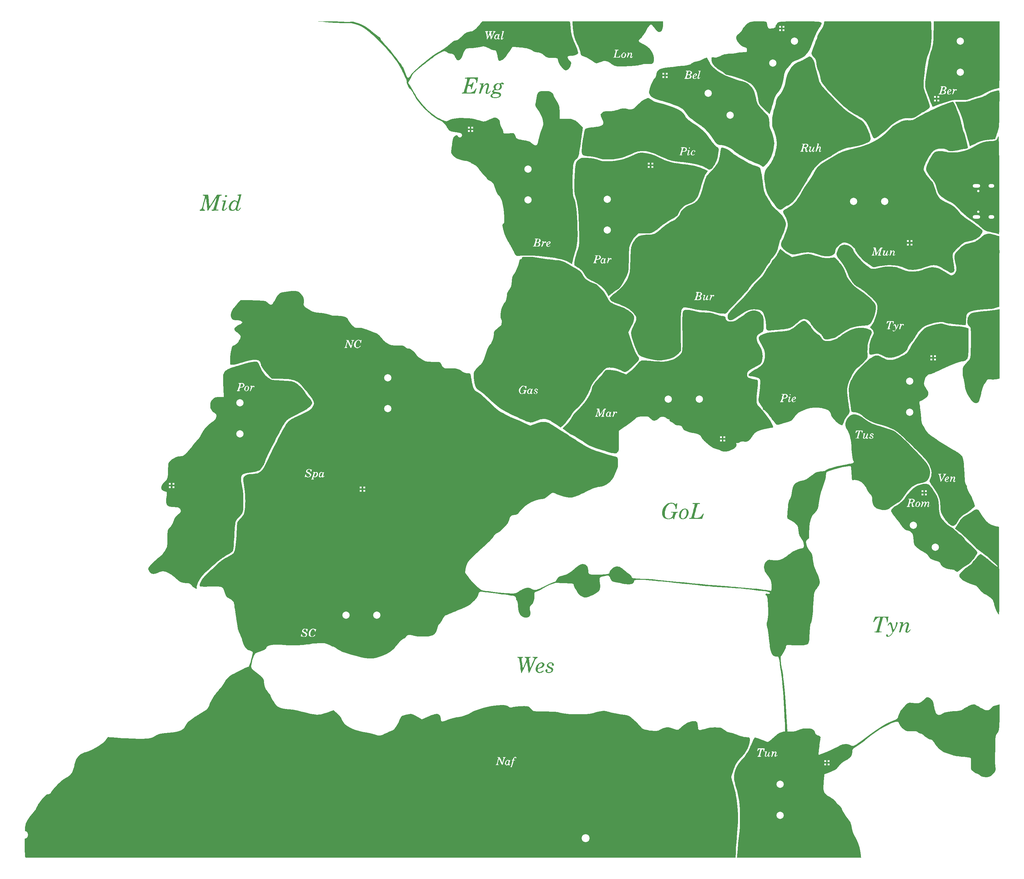
<source format=gto>
%TF.GenerationSoftware,KiCad,Pcbnew,(6.0.4)*%
%TF.CreationDate,2022-05-26T23:50:18-07:00*%
%TF.ProjectId,bot_L,626f745f-4c2e-46b6-9963-61645f706362,rev?*%
%TF.SameCoordinates,Original*%
%TF.FileFunction,Legend,Top*%
%TF.FilePolarity,Positive*%
%FSLAX46Y46*%
G04 Gerber Fmt 4.6, Leading zero omitted, Abs format (unit mm)*
G04 Created by KiCad (PCBNEW (6.0.4)) date 2022-05-26 23:50:18*
%MOMM*%
%LPD*%
G01*
G04 APERTURE LIST*
%ADD10C,0.150000*%
%ADD11R,0.550000X0.550000*%
%ADD12C,2.000000*%
%ADD13C,2.200000*%
%ADD14C,0.650000*%
%ADD15O,2.100000X1.000000*%
%ADD16O,1.600000X1.000000*%
G04 APERTURE END LIST*
D10*
%TO.C,*%
%TO.C,G\u002A\u002A\u002A*%
G36*
X78566727Y-68145281D02*
G01*
X78759729Y-68157446D01*
X78861261Y-68185837D01*
X78900058Y-68237013D01*
X78905279Y-68291495D01*
X78875765Y-68394577D01*
X78760874Y-68435849D01*
X78647196Y-68440469D01*
X78416795Y-68482343D01*
X78320036Y-68570821D01*
X78272519Y-68696318D01*
X78199012Y-68934294D01*
X78105649Y-69260835D01*
X77998565Y-69652029D01*
X77883892Y-70083963D01*
X77767766Y-70532723D01*
X77656320Y-70974396D01*
X77555688Y-71385070D01*
X77472004Y-71740830D01*
X77411403Y-72017765D01*
X77380017Y-72191961D01*
X77378812Y-72240125D01*
X77475938Y-72286836D01*
X77661556Y-72312240D01*
X77723348Y-72313783D01*
X77916060Y-72325445D01*
X77994512Y-72371095D01*
X77997358Y-72444134D01*
X77971707Y-72497967D01*
X77903121Y-72535946D01*
X77767931Y-72561632D01*
X77542467Y-72578585D01*
X77203059Y-72590364D01*
X76992744Y-72595225D01*
X76595718Y-72602691D01*
X76324936Y-72603187D01*
X76157719Y-72593569D01*
X76071387Y-72570692D01*
X76043260Y-72531412D01*
X76050659Y-72472583D01*
X76052644Y-72464873D01*
X76142587Y-72343425D01*
X76297808Y-72313783D01*
X76482654Y-72277167D01*
X76592431Y-72206579D01*
X76630664Y-72115157D01*
X76698816Y-71907804D01*
X76790065Y-71608985D01*
X76897590Y-71243163D01*
X77014569Y-70834803D01*
X77134179Y-70408369D01*
X77249598Y-69988324D01*
X77354006Y-69599132D01*
X77440579Y-69265258D01*
X77502496Y-69011165D01*
X77532936Y-68861317D01*
X77533497Y-68831829D01*
X77491175Y-68887828D01*
X77380060Y-69055132D01*
X77209920Y-69318473D01*
X76990525Y-69662580D01*
X76731643Y-70072186D01*
X76443043Y-70532020D01*
X76330193Y-70712621D01*
X76030006Y-71189016D01*
X75751896Y-71621655D01*
X75506293Y-71994998D01*
X75303624Y-72293505D01*
X75154319Y-72501637D01*
X75068805Y-72603852D01*
X75055762Y-72611730D01*
X75022957Y-72603960D01*
X74994337Y-72570058D01*
X74967446Y-72494136D01*
X74939828Y-72360305D01*
X74909028Y-72152678D01*
X74872589Y-71855365D01*
X74828056Y-71452480D01*
X74772973Y-70928132D01*
X74727820Y-70490030D01*
X74680171Y-70036469D01*
X74636051Y-69636095D01*
X74598127Y-69311556D01*
X74569063Y-69085501D01*
X74551525Y-68980581D01*
X74549659Y-68976149D01*
X74515538Y-69025808D01*
X74455097Y-69195737D01*
X74374716Y-69460869D01*
X74280779Y-69796133D01*
X74179667Y-70176460D01*
X74077762Y-70576783D01*
X73981447Y-70972031D01*
X73897104Y-71337136D01*
X73831115Y-71647029D01*
X73789861Y-71876640D01*
X73779690Y-72000591D01*
X73837339Y-72160781D01*
X73990901Y-72255838D01*
X74045015Y-72273321D01*
X74233191Y-72368059D01*
X74287097Y-72478160D01*
X74273156Y-72538255D01*
X74213973Y-72577173D01*
X74083511Y-72599401D01*
X73855731Y-72609424D01*
X73511959Y-72611730D01*
X73166110Y-72610136D01*
X72944105Y-72601968D01*
X72820824Y-72582139D01*
X72771146Y-72545569D01*
X72769950Y-72487172D01*
X72775779Y-72462756D01*
X72861567Y-72341566D01*
X72943478Y-72313783D01*
X73113265Y-72244693D01*
X73287567Y-72053170D01*
X73378217Y-71900596D01*
X73429752Y-71766015D01*
X73506723Y-71521241D01*
X73602529Y-71191601D01*
X73710568Y-70802420D01*
X73824238Y-70379022D01*
X73936939Y-69946735D01*
X74042068Y-69530883D01*
X74133023Y-69156791D01*
X74203205Y-68849786D01*
X74246009Y-68635193D01*
X74254836Y-68538336D01*
X74254728Y-68538042D01*
X74160594Y-68466126D01*
X74010110Y-68439328D01*
X73795383Y-68411766D01*
X73660889Y-68343979D01*
X73635356Y-68254263D01*
X73661260Y-68217157D01*
X73778400Y-68178666D01*
X74021639Y-68157807D01*
X74368959Y-68156242D01*
X74442547Y-68158190D01*
X75143293Y-68179765D01*
X75299612Y-69763546D01*
X75347499Y-70233082D01*
X75393056Y-70650898D01*
X75433621Y-70994812D01*
X75466534Y-71242643D01*
X75489134Y-71372208D01*
X75494175Y-71385572D01*
X75542370Y-71335653D01*
X75658490Y-71175365D01*
X75831746Y-70920819D01*
X76051348Y-70588126D01*
X76306508Y-70193398D01*
X76567089Y-69783435D01*
X77601760Y-68143054D01*
X78253520Y-68142788D01*
X78566727Y-68145281D01*
G37*
G36*
X208795660Y-33892957D02*
G01*
X208979813Y-33922094D01*
X209063271Y-33995958D01*
X209093982Y-34153526D01*
X209055240Y-34412434D01*
X208898486Y-34599513D01*
X208646362Y-34692025D01*
X208551898Y-34697947D01*
X208367846Y-34675874D01*
X208323514Y-34608922D01*
X208324760Y-34604838D01*
X208361643Y-34478623D01*
X208416818Y-34273359D01*
X208438170Y-34190904D01*
X208496455Y-33993205D01*
X208565472Y-33903807D01*
X208689447Y-33885852D01*
X208795660Y-33892957D01*
G37*
G36*
X153776042Y-40214608D02*
G01*
X154006693Y-40067388D01*
X154022284Y-40061966D01*
X154282643Y-39976040D01*
X154124488Y-39762124D01*
X154023076Y-39599780D01*
X154011999Y-39464396D01*
X154064143Y-39312074D01*
X154234040Y-39081782D01*
X154466021Y-38940593D01*
X154625323Y-38860497D01*
X154688069Y-38809210D01*
X154673179Y-38799983D01*
X154569373Y-38728120D01*
X154477860Y-38556801D01*
X154415922Y-38335461D01*
X154410824Y-38260458D01*
X154956305Y-38260458D01*
X154969619Y-38504199D01*
X155023850Y-38658010D01*
X155140437Y-38779660D01*
X155152568Y-38789315D01*
X155346021Y-38912865D01*
X155519302Y-38931794D01*
X155740887Y-38854529D01*
X155900668Y-38730885D01*
X156051010Y-38536367D01*
X156079582Y-38485063D01*
X156198867Y-38147577D01*
X156209706Y-37850383D01*
X156129984Y-37611005D01*
X155977587Y-37446965D01*
X155770402Y-37375785D01*
X155526314Y-37414987D01*
X155263210Y-37582095D01*
X155209561Y-37632727D01*
X155051659Y-37812293D01*
X154977198Y-37980918D01*
X154956584Y-38211956D01*
X154956305Y-38260458D01*
X154410824Y-38260458D01*
X154400838Y-38113535D01*
X154409608Y-38045950D01*
X154538225Y-37755168D01*
X154778314Y-37504405D01*
X155093763Y-37313386D01*
X155448460Y-37201834D01*
X155806292Y-37189474D01*
X155932636Y-37214092D01*
X156150008Y-37243643D01*
X156327598Y-37181093D01*
X156376098Y-37149440D01*
X156672516Y-36992601D01*
X156921971Y-36971152D01*
X157114932Y-37065339D01*
X157241088Y-37221718D01*
X157242264Y-37332316D01*
X157127065Y-37477748D01*
X156962114Y-37493592D01*
X156794913Y-37392324D01*
X156628830Y-37277912D01*
X156527226Y-37285499D01*
X156505179Y-37396540D01*
X156577765Y-37592491D01*
X156600059Y-37631997D01*
X156722133Y-37969670D01*
X156706282Y-38308466D01*
X156561202Y-38623129D01*
X156295588Y-38888404D01*
X156133172Y-38988015D01*
X155921259Y-39049478D01*
X155582276Y-39084791D01*
X155267072Y-39092668D01*
X154919278Y-39099394D01*
X154692141Y-39122388D01*
X154557830Y-39165874D01*
X154506282Y-39208137D01*
X154451711Y-39336984D01*
X154527008Y-39441460D01*
X154737392Y-39524157D01*
X155088085Y-39587667D01*
X155322454Y-39613486D01*
X155759882Y-39670268D01*
X156072358Y-39752233D01*
X156283155Y-39869676D01*
X156415548Y-40032889D01*
X156451602Y-40112865D01*
X156480324Y-40382274D01*
X156391482Y-40670718D01*
X156201383Y-40931875D01*
X156145297Y-40983005D01*
X155869913Y-41139685D01*
X155494322Y-41251217D01*
X155061951Y-41311989D01*
X154616226Y-41316383D01*
X154200573Y-41258787D01*
X154136951Y-41242679D01*
X153908997Y-41138805D01*
X153706323Y-40977395D01*
X153571775Y-40798455D01*
X153541056Y-40686282D01*
X153545164Y-40670838D01*
X154075426Y-40670838D01*
X154181638Y-40875369D01*
X154386134Y-41024526D01*
X154472141Y-41054779D01*
X154680294Y-41079186D01*
X154964655Y-41072989D01*
X155270791Y-41041974D01*
X155544265Y-40991921D01*
X155730644Y-40928614D01*
X155746055Y-40919440D01*
X155966719Y-40721198D01*
X156046063Y-40522886D01*
X155990685Y-40342151D01*
X155807182Y-40196644D01*
X155502150Y-40104013D01*
X155437777Y-40094681D01*
X155001322Y-40066764D01*
X154622876Y-40094020D01*
X154334106Y-40172450D01*
X154208415Y-40249949D01*
X154080139Y-40449507D01*
X154075426Y-40670838D01*
X153545164Y-40670838D01*
X153606812Y-40439092D01*
X153776042Y-40214608D01*
G37*
G36*
X211119853Y-153803543D02*
G01*
X211396486Y-153809464D01*
X211570946Y-153823602D01*
X211666628Y-153849452D01*
X211706930Y-153890508D01*
X211715249Y-153950262D01*
X211715250Y-153951319D01*
X211689365Y-154049971D01*
X211585539Y-154092724D01*
X211426423Y-154100293D01*
X211220421Y-154122759D01*
X211077647Y-154178296D01*
X211061471Y-154193401D01*
X211014370Y-154298808D01*
X210940043Y-154522042D01*
X210844893Y-154838671D01*
X210735321Y-155224266D01*
X210617727Y-155654395D01*
X210498513Y-156104626D01*
X210384081Y-156550531D01*
X210280831Y-156967676D01*
X210195165Y-157331632D01*
X210133484Y-157617968D01*
X210102189Y-157802253D01*
X210101573Y-157856916D01*
X210200596Y-157926617D01*
X210407493Y-157967451D01*
X210684124Y-157980100D01*
X210992349Y-157965246D01*
X211294029Y-157923572D01*
X211551024Y-157855760D01*
X211615005Y-157829834D01*
X211862363Y-157666560D01*
X212138259Y-157401313D01*
X212410403Y-157068109D01*
X212582755Y-156810390D01*
X212676861Y-156719021D01*
X212749068Y-156747016D01*
X212772970Y-156836938D01*
X212745230Y-157024279D01*
X212662837Y-157324355D01*
X212591570Y-157547749D01*
X212353153Y-158271554D01*
X210544465Y-158271554D01*
X209980050Y-158271136D01*
X209547176Y-158268926D01*
X209228409Y-158263488D01*
X209006317Y-158253386D01*
X208863467Y-158237185D01*
X208782427Y-158213447D01*
X208745764Y-158180738D01*
X208736045Y-158137621D01*
X208735778Y-158122580D01*
X208766202Y-158018466D01*
X208883769Y-157977610D01*
X208987361Y-157973607D01*
X209180621Y-157947925D01*
X209307809Y-157885596D01*
X209312195Y-157880498D01*
X209357429Y-157776102D01*
X209430062Y-157553914D01*
X209523745Y-157238255D01*
X209632130Y-156853445D01*
X209748868Y-156423806D01*
X209867609Y-155973658D01*
X209982006Y-155527322D01*
X210085707Y-155109119D01*
X210172366Y-154743371D01*
X210235633Y-154454397D01*
X210269159Y-154266519D01*
X210271147Y-154207028D01*
X210169564Y-154128988D01*
X209979562Y-154100293D01*
X209761130Y-154082904D01*
X209668295Y-154022024D01*
X209679964Y-153906794D01*
X209727800Y-153862690D01*
X209845558Y-153832306D01*
X210054092Y-153813541D01*
X210374254Y-153804297D01*
X210717647Y-153802346D01*
X211119853Y-153803543D01*
G37*
G36*
X279314865Y-39221905D02*
G01*
X279513175Y-39292439D01*
X279640202Y-39380344D01*
X279648744Y-39393473D01*
X279688398Y-39607810D01*
X279609349Y-39822203D01*
X279435324Y-39993043D01*
X279286690Y-40058933D01*
X279036111Y-40119632D01*
X278888031Y-40127190D01*
X278805737Y-40081498D01*
X278788431Y-40057461D01*
X278778178Y-39945396D01*
X278802780Y-39749097D01*
X278850132Y-39524447D01*
X278908125Y-39327332D01*
X278964654Y-39213636D01*
X278972683Y-39206964D01*
X279112345Y-39187246D01*
X279314865Y-39221905D01*
G37*
G36*
X288908862Y-155674866D02*
G01*
X289151939Y-155860266D01*
X289393473Y-156167610D01*
X289566748Y-156446627D01*
X289954091Y-157098330D01*
X290290522Y-157635586D01*
X290590843Y-158077645D01*
X290869857Y-158443757D01*
X291142365Y-158753170D01*
X291423171Y-159025135D01*
X291727075Y-159278901D01*
X291770805Y-159312913D01*
X292194930Y-159615698D01*
X292601726Y-159845465D01*
X293038445Y-160023137D01*
X293552339Y-160169636D01*
X293865400Y-160240368D01*
X294200604Y-160313844D01*
X294479186Y-160379592D01*
X294670550Y-160430076D01*
X294743275Y-160456568D01*
X294747745Y-160534020D01*
X294752574Y-160752604D01*
X294757710Y-161104476D01*
X294763103Y-161581795D01*
X294768699Y-162176719D01*
X294774448Y-162881405D01*
X294780297Y-163688012D01*
X294786195Y-164588698D01*
X294792090Y-165575620D01*
X294797931Y-166640936D01*
X294803664Y-167776805D01*
X294809239Y-168975384D01*
X294814604Y-170228832D01*
X294819708Y-171529305D01*
X294823718Y-172641917D01*
X294829239Y-174314099D01*
X294833708Y-175842112D01*
X294837108Y-177230758D01*
X294839421Y-178484837D01*
X294840630Y-179609150D01*
X294840718Y-180608498D01*
X294839668Y-181487684D01*
X294837462Y-182251507D01*
X294834084Y-182904769D01*
X294829516Y-183452270D01*
X294823740Y-183898813D01*
X294816740Y-184249198D01*
X294808498Y-184508226D01*
X294798997Y-184680698D01*
X294788221Y-184771416D01*
X294780117Y-184788856D01*
X294691012Y-184733069D01*
X294555668Y-184590134D01*
X294463489Y-184472287D01*
X294118856Y-183924756D01*
X293817236Y-183301079D01*
X293579237Y-182652533D01*
X293425471Y-182030391D01*
X293393165Y-181809384D01*
X293288344Y-181322998D01*
X293082529Y-180877370D01*
X292765842Y-180461457D01*
X292328403Y-180064214D01*
X291760334Y-179674596D01*
X291201243Y-179358898D01*
X290618974Y-179024118D01*
X290140417Y-178676229D01*
X289722949Y-178277534D01*
X289323949Y-177790337D01*
X289144282Y-177539697D01*
X288842503Y-177170083D01*
X288501473Y-176893189D01*
X288084696Y-176685431D01*
X287580846Y-176529488D01*
X286996797Y-176357268D01*
X286411869Y-176137700D01*
X285843405Y-175881653D01*
X285308748Y-175599993D01*
X284825241Y-175303588D01*
X284410226Y-175003306D01*
X284081047Y-174710015D01*
X283855045Y-174434581D01*
X283749564Y-174187873D01*
X283743989Y-174125181D01*
X283812494Y-173774471D01*
X284012331Y-173381854D01*
X284334987Y-172956762D01*
X284771946Y-172508625D01*
X285314692Y-172046877D01*
X285954711Y-171580948D01*
X286169823Y-171438248D01*
X286616879Y-171141326D01*
X286951242Y-170901024D01*
X287190182Y-170701148D01*
X287350971Y-170525500D01*
X287450880Y-170357885D01*
X287506625Y-170184650D01*
X287626442Y-169960137D01*
X287762415Y-169856248D01*
X287889973Y-169754921D01*
X288077888Y-169561825D01*
X288299414Y-169306051D01*
X288497426Y-169056810D01*
X288867185Y-168603449D01*
X289185923Y-168279479D01*
X289450843Y-168087400D01*
X289645437Y-168029325D01*
X289784494Y-168075625D01*
X290014703Y-168204546D01*
X290314658Y-168401121D01*
X290662951Y-168650382D01*
X291038175Y-168937362D01*
X291418924Y-169247094D01*
X291565103Y-169371525D01*
X292233247Y-169944526D01*
X292798319Y-170421001D01*
X293266464Y-170805736D01*
X293643829Y-171103522D01*
X293936558Y-171319145D01*
X294150796Y-171457393D01*
X294292690Y-171523056D01*
X294335698Y-171530205D01*
X294395571Y-171479127D01*
X294367724Y-171346925D01*
X294261898Y-171165146D01*
X294197602Y-171082865D01*
X294057665Y-170937018D01*
X293835905Y-170728725D01*
X293566330Y-170489224D01*
X293360125Y-170313661D01*
X293039643Y-170041952D01*
X292660239Y-169713965D01*
X292272863Y-169374032D01*
X291975280Y-169108716D01*
X291463959Y-168657280D01*
X291008829Y-168278233D01*
X290563569Y-167935869D01*
X290081860Y-167594483D01*
X289553959Y-167242260D01*
X289183615Y-166983516D01*
X288810728Y-166694662D01*
X288483871Y-166414608D01*
X288308041Y-166244192D01*
X287715083Y-165623009D01*
X287210657Y-165097267D01*
X286781485Y-164653650D01*
X286414287Y-164278842D01*
X286095784Y-163959529D01*
X285812698Y-163682395D01*
X285551749Y-163434126D01*
X285299659Y-163201406D01*
X285047508Y-162974795D01*
X284525333Y-162513447D01*
X284094933Y-162139853D01*
X283739341Y-161839942D01*
X283441592Y-161599642D01*
X283184718Y-161404882D01*
X282984299Y-161263582D01*
X282784454Y-161120801D01*
X282638305Y-161003601D01*
X282589799Y-160953655D01*
X282575865Y-160876258D01*
X282618459Y-160755494D01*
X282728675Y-160571613D01*
X282917602Y-160304864D01*
X283064117Y-160109020D01*
X283283880Y-159798409D01*
X283521137Y-159431690D01*
X283726247Y-159085742D01*
X283734754Y-159070394D01*
X283974469Y-158665939D01*
X284219379Y-158326627D01*
X284495650Y-158027491D01*
X284829444Y-157743561D01*
X285246928Y-157449870D01*
X285774264Y-157121449D01*
X285781784Y-157116945D01*
X286202294Y-156864299D01*
X286640092Y-156599765D01*
X287052099Y-156349468D01*
X287395237Y-156139532D01*
X287496759Y-156076919D01*
X287958190Y-155812437D01*
X288333205Y-155654741D01*
X288643023Y-155607621D01*
X288908862Y-155674866D01*
G37*
G36*
X266565949Y-187002298D02*
G01*
X266647817Y-187160859D01*
X266624562Y-187422539D01*
X266609617Y-187478774D01*
X266512202Y-187736155D01*
X266346852Y-188086189D01*
X266130805Y-188499307D01*
X265881296Y-188945935D01*
X265615561Y-189396504D01*
X265350837Y-189821442D01*
X265104360Y-190191177D01*
X264893366Y-190476137D01*
X264798177Y-190586560D01*
X264467954Y-190868921D01*
X264141032Y-191020139D01*
X263831242Y-191036380D01*
X263570453Y-190926862D01*
X263444038Y-190785316D01*
X263422720Y-190581754D01*
X263423527Y-190573049D01*
X263458324Y-190408447D01*
X263550274Y-190346001D01*
X263669064Y-190338123D01*
X263833214Y-190362042D01*
X263908705Y-190464856D01*
X263930341Y-190560674D01*
X263997234Y-190732399D01*
X264093508Y-190807224D01*
X264223892Y-190770479D01*
X264411424Y-190644861D01*
X264622512Y-190459651D01*
X264823566Y-190244125D01*
X264973048Y-190040606D01*
X265125009Y-189794729D01*
X264936460Y-188901717D01*
X264810764Y-188336354D01*
X264699770Y-187911096D01*
X264598546Y-187618375D01*
X264502158Y-187450621D01*
X264405672Y-187400266D01*
X264304156Y-187459741D01*
X264192674Y-187621478D01*
X264151840Y-187697996D01*
X264029754Y-187895738D01*
X263939503Y-187947948D01*
X263918429Y-187935026D01*
X263900103Y-187811362D01*
X263986478Y-187581722D01*
X264002041Y-187550639D01*
X264209641Y-187212088D01*
X264418190Y-187014231D01*
X264636249Y-186948984D01*
X264639219Y-186948973D01*
X264794158Y-186992106D01*
X264928977Y-187130619D01*
X265050565Y-187378189D01*
X265165813Y-187748489D01*
X265270716Y-188202353D01*
X265343762Y-188532399D01*
X265413128Y-188808953D01*
X265469986Y-188998817D01*
X265500371Y-189065815D01*
X265559951Y-189036097D01*
X265662706Y-188890363D01*
X265794404Y-188650070D01*
X265846227Y-188544408D01*
X266008694Y-188171465D01*
X266099915Y-187869025D01*
X266134701Y-187585982D01*
X266135913Y-187544868D01*
X266143547Y-187249399D01*
X266160400Y-187072473D01*
X266198917Y-186983690D01*
X266271543Y-186952655D01*
X266379876Y-186948973D01*
X266565949Y-187002298D01*
G37*
G36*
X264054655Y-185552346D02*
G01*
X264026013Y-185700897D01*
X263985172Y-185951623D01*
X263939410Y-186259004D01*
X263923114Y-186374902D01*
X263872557Y-186699639D01*
X263825445Y-186898170D01*
X263774616Y-186992884D01*
X263720631Y-187008040D01*
X263645780Y-186939174D01*
X263602136Y-186755112D01*
X263588518Y-186585718D01*
X263536802Y-186171640D01*
X263426858Y-185884612D01*
X263253611Y-185712514D01*
X263214335Y-185692360D01*
X262976880Y-185623212D01*
X262742919Y-185615961D01*
X262569357Y-185669855D01*
X262534727Y-185701319D01*
X262496613Y-185795885D01*
X262428352Y-186010296D01*
X262336593Y-186320039D01*
X262227982Y-186700601D01*
X262109166Y-187127468D01*
X261986791Y-187576128D01*
X261867506Y-188022066D01*
X261757956Y-188440771D01*
X261664789Y-188807727D01*
X261594651Y-189098423D01*
X261554190Y-189288345D01*
X261546921Y-189344256D01*
X261612899Y-189475710D01*
X261811934Y-189544495D01*
X261999934Y-189556011D01*
X262172848Y-189590103D01*
X262217303Y-189667742D01*
X262196428Y-189712803D01*
X262119576Y-189744195D01*
X261965403Y-189764204D01*
X261712565Y-189775117D01*
X261339719Y-189779221D01*
X261174487Y-189779472D01*
X260753911Y-189777235D01*
X260460919Y-189769001D01*
X260274168Y-189752482D01*
X260172314Y-189725393D01*
X260134013Y-189685445D01*
X260131672Y-189667742D01*
X260195383Y-189577026D01*
X260299267Y-189554994D01*
X260543938Y-189536901D01*
X260707423Y-189466673D01*
X260822089Y-189314993D01*
X260920300Y-189052548D01*
X260944905Y-188970212D01*
X261060595Y-188564743D01*
X261184867Y-188114523D01*
X261311460Y-187643889D01*
X261434109Y-187177183D01*
X261546550Y-186738741D01*
X261642521Y-186352905D01*
X261715757Y-186044014D01*
X261759996Y-185836406D01*
X261770382Y-185762487D01*
X261738753Y-185651531D01*
X261617147Y-185610829D01*
X261539557Y-185608211D01*
X261213843Y-185657442D01*
X260917876Y-185813436D01*
X260636258Y-186088645D01*
X260353593Y-186495519D01*
X260273810Y-186631831D01*
X260144826Y-186817154D01*
X260019677Y-186931113D01*
X259969478Y-186948399D01*
X259920098Y-186931981D01*
X259905710Y-186866748D01*
X259930353Y-186729639D01*
X259998070Y-186497593D01*
X260106429Y-186166862D01*
X260368329Y-185384750D01*
X264095623Y-185384750D01*
X264054655Y-185552346D01*
G37*
G36*
X186690164Y-96908464D02*
G01*
X186687684Y-96862169D01*
X186726318Y-96740942D01*
X186847834Y-96575499D01*
X187060655Y-96357804D01*
X187373201Y-96079821D01*
X187793896Y-95733516D01*
X188236718Y-95384173D01*
X189063862Y-94705549D01*
X189769357Y-94046005D01*
X190373988Y-93380964D01*
X190898538Y-92685848D01*
X191363790Y-91936078D01*
X191707673Y-91279562D01*
X191836684Y-91007439D01*
X191945065Y-90753783D01*
X192035222Y-90501853D01*
X192109566Y-90234906D01*
X192170505Y-89936198D01*
X192220448Y-89588988D01*
X192261803Y-89176533D01*
X192296981Y-88682090D01*
X192328390Y-88088916D01*
X192358438Y-87380270D01*
X192389486Y-86540762D01*
X192420701Y-85697038D01*
X192450199Y-84986709D01*
X192479372Y-84394231D01*
X192509610Y-83904059D01*
X192542301Y-83500645D01*
X192578837Y-83168446D01*
X192620607Y-82891916D01*
X192669001Y-82655510D01*
X192725409Y-82443682D01*
X192767809Y-82309474D01*
X192949510Y-81860274D01*
X193199547Y-81371270D01*
X193486592Y-80896904D01*
X193779319Y-80491621D01*
X193885306Y-80367299D01*
X194179843Y-80070982D01*
X194484578Y-79832728D01*
X194820809Y-79645525D01*
X195209835Y-79502358D01*
X195672956Y-79396215D01*
X196231470Y-79320083D01*
X196906677Y-79266947D01*
X197287206Y-79247153D01*
X197779990Y-79223792D01*
X198150680Y-79202211D01*
X198426035Y-79178189D01*
X198632816Y-79147504D01*
X198797780Y-79105934D01*
X198947688Y-79049258D01*
X199109297Y-78973254D01*
X199149377Y-78953372D01*
X199372928Y-78821314D01*
X199673760Y-78614498D01*
X200018160Y-78357530D01*
X200372411Y-78075015D01*
X200504986Y-77964049D01*
X201070705Y-77493289D01*
X201625465Y-77050221D01*
X202155397Y-76644607D01*
X202646632Y-76286211D01*
X203085300Y-75984797D01*
X203457530Y-75750126D01*
X203749453Y-75591964D01*
X203947199Y-75520071D01*
X203981719Y-75516715D01*
X204137415Y-75468257D01*
X204372662Y-75336053D01*
X204659861Y-75139861D01*
X204971417Y-74899439D01*
X205279732Y-74634543D01*
X205479778Y-74444204D01*
X205780973Y-74129687D01*
X205987470Y-73875625D01*
X206120715Y-73649174D01*
X206202151Y-73417490D01*
X206228673Y-73297216D01*
X206354262Y-72962543D01*
X206599251Y-72596356D01*
X206943869Y-72220286D01*
X207368345Y-71855964D01*
X207842923Y-71531071D01*
X208106544Y-71387876D01*
X208451630Y-71223507D01*
X208818900Y-71065609D01*
X208962050Y-71009191D01*
X209657640Y-70713641D01*
X210227504Y-70399163D01*
X210694888Y-70046825D01*
X211083039Y-69637701D01*
X211415205Y-69152862D01*
X211557220Y-68896090D01*
X211734219Y-68535819D01*
X211898878Y-68153945D01*
X212058987Y-67727688D01*
X212222336Y-67234264D01*
X212396716Y-66650894D01*
X212589915Y-65954795D01*
X212686283Y-65594118D01*
X212886213Y-64860111D01*
X213063623Y-64256910D01*
X213223816Y-63768968D01*
X213372096Y-63380739D01*
X213513767Y-63076676D01*
X213593183Y-62935740D01*
X213694242Y-62801308D01*
X213881607Y-62581876D01*
X214136604Y-62298145D01*
X214440560Y-61970814D01*
X214774801Y-61620582D01*
X214843758Y-61549487D01*
X215410236Y-60953591D01*
X215874125Y-60428839D01*
X216247750Y-59951568D01*
X216543436Y-59498118D01*
X216773506Y-59044825D01*
X216950285Y-58568028D01*
X217086097Y-58044065D01*
X217193268Y-57449274D01*
X217268066Y-56895014D01*
X217358717Y-56246563D01*
X217456059Y-55738314D01*
X217559451Y-55372862D01*
X217668254Y-55152799D01*
X217708109Y-55110093D01*
X217882707Y-55054616D01*
X218153096Y-55079398D01*
X218496099Y-55175037D01*
X218888538Y-55332130D01*
X219307234Y-55541275D01*
X219729010Y-55793069D01*
X220130687Y-56078109D01*
X220169502Y-56108591D01*
X220590088Y-56442094D01*
X220942090Y-56719257D01*
X221245041Y-56952912D01*
X221518474Y-57155892D01*
X221781923Y-57341030D01*
X222054919Y-57521159D01*
X222356997Y-57709112D01*
X222707690Y-57917720D01*
X223126529Y-58159817D01*
X223633049Y-58448236D01*
X224246782Y-58795809D01*
X224340763Y-58849009D01*
X224914939Y-59170786D01*
X225387643Y-59426762D01*
X225784554Y-59628762D01*
X226131353Y-59788608D01*
X226453719Y-59918124D01*
X226777332Y-60029134D01*
X227127873Y-60133461D01*
X227134692Y-60135380D01*
X227624799Y-60283949D01*
X227987782Y-60421782D01*
X228243914Y-60559771D01*
X228413467Y-60708811D01*
X228515814Y-60877639D01*
X228592631Y-61120998D01*
X228680391Y-61507429D01*
X228778162Y-62031501D01*
X228885017Y-62687785D01*
X229000024Y-63470852D01*
X229122254Y-64375274D01*
X229145408Y-64554091D01*
X229244367Y-65310378D01*
X229333080Y-65940636D01*
X229418377Y-66466829D01*
X229507090Y-66910918D01*
X229606050Y-67294868D01*
X229722087Y-67640640D01*
X229862034Y-67970197D01*
X230032722Y-68305503D01*
X230240981Y-68668520D01*
X230493642Y-69081210D01*
X230612692Y-69271525D01*
X230858253Y-69668434D01*
X231088093Y-70050166D01*
X231285096Y-70387526D01*
X231432149Y-70651317D01*
X231500972Y-70786803D01*
X231693713Y-71102762D01*
X232006387Y-71469377D01*
X232443452Y-71891272D01*
X233009366Y-72373074D01*
X233101782Y-72447699D01*
X233661454Y-72943329D01*
X234178901Y-73491078D01*
X234639201Y-74068908D01*
X235027437Y-74654780D01*
X235328688Y-75226655D01*
X235528034Y-75762494D01*
X235603359Y-76142931D01*
X235594735Y-76483938D01*
X235514704Y-76935891D01*
X235368715Y-77482119D01*
X235162219Y-78105949D01*
X234900663Y-78790710D01*
X234589499Y-79519730D01*
X234289005Y-80163949D01*
X234142101Y-80474719D01*
X234021919Y-80752610D01*
X233918714Y-81028095D01*
X233822742Y-81331644D01*
X233724260Y-81693729D01*
X233613524Y-82144822D01*
X233500365Y-82630205D01*
X233275580Y-83428690D01*
X232983920Y-84126636D01*
X232603987Y-84765368D01*
X232114381Y-85386207D01*
X232016991Y-85494821D01*
X231768715Y-85778129D01*
X231558088Y-86039026D01*
X231406335Y-86249771D01*
X231334681Y-86382622D01*
X231333129Y-86388663D01*
X231271365Y-86637173D01*
X231198209Y-86818756D01*
X231082852Y-86991228D01*
X230894483Y-87212403D01*
X230893637Y-87213355D01*
X230638284Y-87519377D01*
X230370252Y-87880019D01*
X230073888Y-88317900D01*
X229733540Y-88855636D01*
X229554460Y-89148425D01*
X229301257Y-89555985D01*
X229062456Y-89913977D01*
X228818519Y-90245929D01*
X228549904Y-90575370D01*
X228237075Y-90925826D01*
X227860490Y-91320825D01*
X227400611Y-91783895D01*
X227204315Y-91978299D01*
X226715368Y-92468578D01*
X226323167Y-92880040D01*
X226011504Y-93231001D01*
X225764171Y-93539774D01*
X225564960Y-93824673D01*
X225550860Y-93846600D01*
X225325814Y-94180453D01*
X225059778Y-94539160D01*
X224743472Y-94933239D01*
X224367612Y-95373205D01*
X223922914Y-95869577D01*
X223400097Y-96432872D01*
X222789878Y-97073607D01*
X222082973Y-97802298D01*
X221843544Y-98046887D01*
X221388152Y-98513723D01*
X220949841Y-98967713D01*
X220543656Y-99392930D01*
X220184640Y-99773446D01*
X219887839Y-100093335D01*
X219668296Y-100336669D01*
X219554960Y-100469794D01*
X219313072Y-100775540D01*
X219137016Y-100987319D01*
X218992056Y-101121071D01*
X218843460Y-101192739D01*
X218656493Y-101218261D01*
X218396422Y-101213581D01*
X218028511Y-101194637D01*
X217980477Y-101192391D01*
X217409411Y-101153105D01*
X216925220Y-101087141D01*
X216466857Y-100985476D01*
X216333432Y-100948988D01*
X215977815Y-100848294D01*
X215629000Y-100749688D01*
X215343140Y-100669039D01*
X215253373Y-100643780D01*
X214880258Y-100556972D01*
X214412098Y-100474279D01*
X213902789Y-100402982D01*
X213406226Y-100350359D01*
X212976304Y-100323689D01*
X212869795Y-100321842D01*
X212421234Y-100300283D01*
X211864392Y-100241753D01*
X211233793Y-100151714D01*
X210563959Y-100035628D01*
X209889415Y-99898956D01*
X209257185Y-99750340D01*
X208700331Y-99619808D01*
X208212517Y-99527093D01*
X207822471Y-99477297D01*
X207679430Y-99470148D01*
X207401864Y-99473222D01*
X207221460Y-99500742D01*
X207086692Y-99567890D01*
X206951432Y-99684675D01*
X206841526Y-99807672D01*
X206745230Y-99959046D01*
X206661843Y-100148203D01*
X206590665Y-100384548D01*
X206530995Y-100677488D01*
X206482133Y-101036426D01*
X206443378Y-101470770D01*
X206414028Y-101989925D01*
X206393385Y-102603296D01*
X206380747Y-103320290D01*
X206375412Y-104150311D01*
X206376682Y-105102766D01*
X206383854Y-106187060D01*
X206393567Y-107173607D01*
X206441182Y-111531085D01*
X205931148Y-112100606D01*
X205516372Y-112542480D01*
X205145271Y-112882717D01*
X204782127Y-113145735D01*
X204391225Y-113355955D01*
X203936848Y-113537795D01*
X203723531Y-113609940D01*
X202788992Y-113875141D01*
X201859772Y-114064870D01*
X200963689Y-114175800D01*
X200128558Y-114204604D01*
X199382197Y-114147956D01*
X199313197Y-114137412D01*
X198505157Y-113990239D01*
X197708224Y-113812548D01*
X196951444Y-113612495D01*
X196263863Y-113398236D01*
X195674526Y-113177924D01*
X195319234Y-113016040D01*
X195066891Y-112859313D01*
X194835965Y-112669325D01*
X194766499Y-112596184D01*
X194574400Y-112321094D01*
X194354901Y-111924588D01*
X194116811Y-111429760D01*
X193868933Y-110859701D01*
X193620074Y-110237503D01*
X193379040Y-109586259D01*
X193154636Y-108929060D01*
X192955667Y-108289000D01*
X192790939Y-107689170D01*
X192669259Y-107152662D01*
X192648510Y-107041896D01*
X192607301Y-106720958D01*
X192608596Y-106414519D01*
X192659161Y-106096194D01*
X192765763Y-105739598D01*
X192935169Y-105318347D01*
X193174143Y-104806056D01*
X193273757Y-104603812D01*
X193548720Y-104040202D01*
X193756638Y-103586872D01*
X193904691Y-103224932D01*
X194000057Y-102935495D01*
X194049914Y-102699674D01*
X194061877Y-102530203D01*
X193997478Y-102193775D01*
X193814632Y-101808387D01*
X193528864Y-101390228D01*
X193155699Y-100955487D01*
X192710662Y-100520354D01*
X192209279Y-100101018D01*
X191667076Y-99713668D01*
X191099577Y-99374493D01*
X190970675Y-99306822D01*
X190709352Y-99184674D01*
X190341111Y-99028272D01*
X189900083Y-98851308D01*
X189420396Y-98667477D01*
X188936180Y-98490472D01*
X188934280Y-98489796D01*
X188385850Y-98290588D01*
X187960908Y-98125921D01*
X187640311Y-97987333D01*
X187404914Y-97866357D01*
X187235574Y-97754530D01*
X187192769Y-97719774D01*
X186948481Y-97460595D01*
X186903036Y-97387040D01*
X210151027Y-97387040D01*
X210168099Y-97440603D01*
X210236280Y-97473264D01*
X210381014Y-97488007D01*
X210627747Y-97487814D01*
X210930043Y-97478382D01*
X211304245Y-97459627D01*
X211563656Y-97431927D01*
X211742436Y-97388933D01*
X211874744Y-97324295D01*
X211916993Y-97294938D01*
X211980033Y-97220349D01*
X212610888Y-97220349D01*
X212633863Y-97401317D01*
X212658749Y-97440664D01*
X212800046Y-97491703D01*
X212997344Y-97471006D01*
X213183341Y-97390442D01*
X213246086Y-97337087D01*
X213384762Y-97183852D01*
X213441447Y-97337087D01*
X213550577Y-97464046D01*
X213719964Y-97475041D01*
X213764555Y-97451838D01*
X214412937Y-97451838D01*
X214453402Y-97485442D01*
X214533955Y-97490322D01*
X214628104Y-97448961D01*
X214713786Y-97308573D01*
X214803985Y-97051550D01*
X214906032Y-96773786D01*
X215028271Y-96522712D01*
X215108653Y-96399791D01*
X215225310Y-96264299D01*
X215296056Y-96235308D01*
X215367259Y-96302367D01*
X215392722Y-96335777D01*
X215486936Y-96436200D01*
X215567824Y-96418516D01*
X215623991Y-96367623D01*
X215712991Y-96218359D01*
X215682673Y-96096340D01*
X215562553Y-96022296D01*
X215382144Y-96016961D01*
X215211233Y-96077694D01*
X215092649Y-96116755D01*
X215067156Y-96077694D01*
X215001082Y-96029411D01*
X214836018Y-96002554D01*
X214769209Y-96000586D01*
X214582633Y-96017106D01*
X214478859Y-96058376D01*
X214471261Y-96075073D01*
X214531593Y-96141156D01*
X214582992Y-96149560D01*
X214661451Y-96179933D01*
X214687132Y-96284180D01*
X214659049Y-96481997D01*
X214576217Y-96793077D01*
X214545748Y-96894428D01*
X214458548Y-97184756D01*
X214414465Y-97361084D01*
X214412937Y-97451838D01*
X213764555Y-97451838D01*
X213918470Y-97371749D01*
X213990483Y-97307491D01*
X214118102Y-97155604D01*
X214168470Y-97049224D01*
X214141989Y-97013135D01*
X214039064Y-97072119D01*
X213987391Y-97117612D01*
X213852320Y-97223177D01*
X213764710Y-97253195D01*
X213758651Y-97249462D01*
X213757488Y-97162372D01*
X213794229Y-96972578D01*
X213861106Y-96719172D01*
X213870088Y-96688694D01*
X213962803Y-96365219D01*
X214009307Y-96159713D01*
X214010776Y-96048909D01*
X213968382Y-96009539D01*
X213904143Y-96013746D01*
X213812720Y-96095970D01*
X213702778Y-96291392D01*
X213614127Y-96507364D01*
X213450470Y-96894208D01*
X213287819Y-97140826D01*
X213119752Y-97255779D01*
X213044468Y-97266862D01*
X212937375Y-97220182D01*
X212912549Y-97073077D01*
X212969296Y-96814948D01*
X213007417Y-96698954D01*
X213086649Y-96455639D01*
X213150769Y-96233300D01*
X213157810Y-96205425D01*
X213179918Y-96074712D01*
X213136502Y-96016262D01*
X212992241Y-96001059D01*
X212908458Y-96000586D01*
X212693427Y-96013722D01*
X212618248Y-96058168D01*
X212675706Y-96141479D01*
X212731779Y-96185604D01*
X212800266Y-96250624D01*
X212816207Y-96337231D01*
X212779602Y-96490620D01*
X212731779Y-96635384D01*
X212644606Y-96953133D01*
X212610888Y-97220349D01*
X211980033Y-97220349D01*
X212094553Y-97084848D01*
X212157353Y-96832297D01*
X212100991Y-96583078D01*
X211998671Y-96444850D01*
X211892693Y-96321787D01*
X211902132Y-96256090D01*
X211929399Y-96242605D01*
X212159638Y-96091648D01*
X212280665Y-95869535D01*
X212281181Y-95616298D01*
X212168835Y-95394322D01*
X212088086Y-95311297D01*
X211985384Y-95257218D01*
X211826883Y-95224118D01*
X211578739Y-95204028D01*
X211312236Y-95192663D01*
X210977834Y-95183683D01*
X210765750Y-95188252D01*
X210649672Y-95209800D01*
X210603288Y-95251756D01*
X210597948Y-95285771D01*
X210660148Y-95384526D01*
X210746921Y-95404692D01*
X210868110Y-95424352D01*
X210895895Y-95451482D01*
X210877781Y-95537568D01*
X210828395Y-95738076D01*
X210755171Y-96023571D01*
X210665541Y-96364617D01*
X210660771Y-96382567D01*
X210555668Y-96763743D01*
X210473749Y-97021094D01*
X210405911Y-97176226D01*
X210343056Y-97250748D01*
X210288337Y-97266862D01*
X210173478Y-97320541D01*
X210151027Y-97387040D01*
X186903036Y-97387040D01*
X186771761Y-97174563D01*
X186690164Y-96908464D01*
G37*
G36*
X211778894Y-95427076D02*
G01*
X211881738Y-95504884D01*
X211898344Y-95543827D01*
X211900904Y-95760655D01*
X211809422Y-95984779D01*
X211654611Y-96142074D01*
X211649225Y-96145031D01*
X211475723Y-96204588D01*
X211293959Y-96221335D01*
X211158265Y-96195243D01*
X211119355Y-96145301D01*
X211136447Y-96029784D01*
X211179536Y-95830665D01*
X211202685Y-95735623D01*
X211261751Y-95532879D01*
X211332598Y-95436348D01*
X211458875Y-95406716D01*
X211570099Y-95404692D01*
X211778894Y-95427076D01*
G37*
G36*
X199548100Y-35156796D02*
G01*
X199641404Y-34828806D01*
X199646752Y-34749553D01*
X199715922Y-34271744D01*
X199905302Y-33847315D01*
X200199325Y-33503211D01*
X200474896Y-33316241D01*
X200772510Y-33190369D01*
X201166950Y-33072447D01*
X201666699Y-32961030D01*
X202280238Y-32854672D01*
X203016052Y-32751927D01*
X203882623Y-32651349D01*
X204888434Y-32551494D01*
X205048681Y-32536776D01*
X205913214Y-32455805D01*
X206644102Y-32381115D01*
X207256366Y-32309436D01*
X207765028Y-32237495D01*
X208185108Y-32162024D01*
X208531629Y-32079751D01*
X208819612Y-31987406D01*
X209064078Y-31881719D01*
X209280050Y-31759418D01*
X209482548Y-31617234D01*
X209563456Y-31553806D01*
X209862741Y-31368879D01*
X210229058Y-31220402D01*
X210591481Y-31134228D01*
X210746458Y-31122580D01*
X211011412Y-31085170D01*
X211385870Y-30977228D01*
X211851782Y-30805184D01*
X212391098Y-30575470D01*
X212752508Y-30407819D01*
X213076582Y-30259226D01*
X213350810Y-30145036D01*
X213548523Y-30075519D01*
X213643052Y-30060947D01*
X213646350Y-30063593D01*
X213878041Y-30417025D01*
X214098993Y-30785020D01*
X214288894Y-31131062D01*
X214427428Y-31418638D01*
X214484112Y-31569501D01*
X214617507Y-31844200D01*
X214864502Y-32173703D01*
X215207119Y-32542956D01*
X215627380Y-32936902D01*
X216107309Y-33340486D01*
X216628926Y-33738651D01*
X217174256Y-34116343D01*
X217725319Y-34458506D01*
X218264139Y-34750083D01*
X218307332Y-34771336D01*
X218851077Y-35022718D01*
X219473053Y-35286697D01*
X220146773Y-35553956D01*
X220845749Y-35815178D01*
X221543490Y-36061045D01*
X222213510Y-36282241D01*
X222829320Y-36469448D01*
X223364431Y-36613349D01*
X223792355Y-36704626D01*
X223813632Y-36708159D01*
X224238339Y-36823949D01*
X224675446Y-37040462D01*
X225143680Y-37368802D01*
X225614506Y-37775892D01*
X225988453Y-38154521D01*
X226300743Y-38547052D01*
X226562352Y-38976910D01*
X226784256Y-39467520D01*
X226977431Y-40042309D01*
X227152855Y-40724700D01*
X227282017Y-41334538D01*
X227382694Y-41818212D01*
X227484343Y-42225908D01*
X227600108Y-42579888D01*
X227743131Y-42902416D01*
X227926555Y-43215751D01*
X228163525Y-43542157D01*
X228467182Y-43903895D01*
X228850670Y-44323228D01*
X229327132Y-44822417D01*
X229363390Y-44859978D01*
X229795562Y-45312010D01*
X230133515Y-45677695D01*
X230390449Y-45973908D01*
X230579564Y-46217521D01*
X230714058Y-46425408D01*
X230807131Y-46614445D01*
X230865908Y-46780788D01*
X230894909Y-46938256D01*
X230927069Y-47212653D01*
X230959370Y-47572061D01*
X230988792Y-47984562D01*
X231003107Y-48231039D01*
X231027913Y-48681455D01*
X231051444Y-49015529D01*
X231080153Y-49265693D01*
X231120494Y-49464377D01*
X231178920Y-49644014D01*
X231261883Y-49837035D01*
X231366225Y-50055966D01*
X231623320Y-50651008D01*
X231857273Y-51311546D01*
X232058256Y-51999625D01*
X232216442Y-52677293D01*
X232322003Y-53306596D01*
X232365112Y-53849581D01*
X232365607Y-53915542D01*
X232332554Y-54427982D01*
X232242752Y-55034767D01*
X232106045Y-55696982D01*
X231932278Y-56375712D01*
X231731296Y-57032042D01*
X231512943Y-57627056D01*
X231315463Y-58066629D01*
X230970675Y-58645819D01*
X230506743Y-59261042D01*
X229941201Y-59889070D01*
X229935035Y-59895396D01*
X229645744Y-60172697D01*
X229420964Y-60335384D01*
X229239114Y-60390422D01*
X229078611Y-60344775D01*
X228930874Y-60219440D01*
X228644497Y-59991431D01*
X228219251Y-59765434D01*
X227665207Y-59546448D01*
X227394722Y-59457201D01*
X227019768Y-59321665D01*
X226543772Y-59121642D01*
X225992959Y-58870083D01*
X225393554Y-58579938D01*
X224771779Y-58264158D01*
X224153860Y-57935694D01*
X223566020Y-57607497D01*
X223132441Y-57352269D01*
X222620128Y-57036725D01*
X222200822Y-56763927D01*
X221836132Y-56506417D01*
X221487671Y-56236739D01*
X221117048Y-55927434D01*
X221004023Y-55829943D01*
X220274574Y-55293378D01*
X219458996Y-54866919D01*
X218581783Y-54560893D01*
X217667430Y-54385628D01*
X217549035Y-54373170D01*
X217219956Y-54338235D01*
X216952824Y-54293367D01*
X216728551Y-54223666D01*
X216528048Y-54114227D01*
X216332226Y-53950149D01*
X216121996Y-53716530D01*
X215878270Y-53398467D01*
X215581958Y-52981058D01*
X215365103Y-52668208D01*
X214816931Y-51891990D01*
X214319795Y-51228745D01*
X213855590Y-50659490D01*
X213406212Y-50165240D01*
X212953556Y-49727012D01*
X212479517Y-49325822D01*
X211965991Y-48942686D01*
X211529033Y-48645901D01*
X210761671Y-48133917D01*
X210111472Y-47680329D01*
X209564333Y-47273085D01*
X209106154Y-46900130D01*
X208722833Y-46549412D01*
X208400269Y-46208879D01*
X208124361Y-45866476D01*
X207905518Y-45548684D01*
X207660591Y-45190733D01*
X207401464Y-44866855D01*
X207116496Y-44571097D01*
X206794045Y-44297506D01*
X206422472Y-44040132D01*
X205990135Y-43793021D01*
X205485392Y-43550222D01*
X204896605Y-43305783D01*
X204212130Y-43053751D01*
X203420328Y-42788174D01*
X202509558Y-42503101D01*
X201468178Y-42192578D01*
X201173924Y-42106746D01*
X200662210Y-41954912D01*
X200171128Y-41803430D01*
X199727932Y-41661149D01*
X199359875Y-41536916D01*
X199094209Y-41439581D01*
X199007439Y-41403379D01*
X198458400Y-41084915D01*
X198028712Y-40682251D01*
X197741779Y-40239175D01*
X197645253Y-40008845D01*
X197593082Y-39781830D01*
X197587522Y-39530834D01*
X197630829Y-39228564D01*
X197725259Y-38847727D01*
X197873066Y-38361028D01*
X197905270Y-38260828D01*
X198173417Y-37521833D01*
X198472392Y-36859407D01*
X198789581Y-36299040D01*
X199059926Y-35926979D01*
X199088610Y-35887892D01*
X207320528Y-35887892D01*
X207388710Y-35928389D01*
X207569646Y-35954015D01*
X207827926Y-35965387D01*
X208128137Y-35963119D01*
X208434869Y-35947829D01*
X208712711Y-35920132D01*
X208926249Y-35880645D01*
X208992878Y-35858798D01*
X209239708Y-35696293D01*
X209379414Y-35480038D01*
X209398287Y-35299020D01*
X209685224Y-35299020D01*
X209685771Y-35573954D01*
X209776718Y-35803695D01*
X209882852Y-35907217D01*
X210064948Y-35959043D01*
X210310311Y-35949264D01*
X210550341Y-35885581D01*
X210671322Y-35818687D01*
X210692776Y-35796931D01*
X211062478Y-35796931D01*
X211069637Y-35846842D01*
X211174744Y-35945835D01*
X211346917Y-35950202D01*
X211541268Y-35863598D01*
X211617340Y-35802265D01*
X211739212Y-35654595D01*
X211789737Y-35527625D01*
X211753315Y-35487377D01*
X211639131Y-35562404D01*
X211566276Y-35629032D01*
X211457255Y-35726740D01*
X211387027Y-35765012D01*
X211356524Y-35729776D01*
X211366677Y-35606959D01*
X211418418Y-35382486D01*
X211512679Y-35042285D01*
X211632158Y-34633912D01*
X211921501Y-33655132D01*
X211594915Y-33655132D01*
X211383038Y-33673168D01*
X211277605Y-33717999D01*
X211293254Y-33775703D01*
X211415945Y-33825333D01*
X211500049Y-33857498D01*
X211527641Y-33921400D01*
X211502429Y-34057266D01*
X211452789Y-34225076D01*
X211282371Y-34800113D01*
X211159509Y-35258020D01*
X211085709Y-35592419D01*
X211062478Y-35796931D01*
X210692776Y-35796931D01*
X210796067Y-35692186D01*
X210795690Y-35625031D01*
X210689306Y-35639312D01*
X210571474Y-35703312D01*
X210344332Y-35800244D01*
X210156295Y-35785824D01*
X210038378Y-35666821D01*
X210016601Y-35582221D01*
X210021108Y-35445783D01*
X210103376Y-35375016D01*
X210251127Y-35338181D01*
X210523883Y-35245291D01*
X210744690Y-35094264D01*
X210875748Y-34915529D01*
X210895895Y-34819168D01*
X210838953Y-34611697D01*
X210683438Y-34497494D01*
X210452315Y-34483679D01*
X210168549Y-34577372D01*
X210148589Y-34587477D01*
X209924374Y-34767339D01*
X209767339Y-35017334D01*
X209685224Y-35299020D01*
X209398287Y-35299020D01*
X209404053Y-35243711D01*
X209305680Y-35020992D01*
X209212296Y-34928700D01*
X209018432Y-34776208D01*
X209207261Y-34690171D01*
X209372798Y-34559054D01*
X209486613Y-34385593D01*
X209536852Y-34211774D01*
X209498339Y-34071065D01*
X209429067Y-33968730D01*
X209303624Y-33833400D01*
X209146885Y-33744618D01*
X208925772Y-33692710D01*
X208607209Y-33668005D01*
X208381965Y-33662556D01*
X208093873Y-33664537D01*
X207926706Y-33683867D01*
X207852902Y-33725868D01*
X207841936Y-33766862D01*
X207904519Y-33857739D01*
X207995929Y-33878592D01*
X208109343Y-33912457D01*
X208111293Y-34008944D01*
X208076861Y-34132574D01*
X208014305Y-34363756D01*
X207933457Y-34665987D01*
X207868666Y-34910008D01*
X207769765Y-35265829D01*
X207689735Y-35502366D01*
X207616668Y-35646092D01*
X207538655Y-35723483D01*
X207492598Y-35746141D01*
X207361125Y-35823351D01*
X207320528Y-35887892D01*
X199088610Y-35887892D01*
X199349576Y-35532282D01*
X199548100Y-35156796D01*
G37*
G36*
X185036546Y-86007712D02*
G01*
X185075697Y-86133050D01*
X185082105Y-86328997D01*
X185050171Y-86594053D01*
X184974896Y-86822881D01*
X184950036Y-86866884D01*
X184799056Y-87012229D01*
X184627335Y-87063019D01*
X184480893Y-87014940D01*
X184416999Y-86916858D01*
X184406384Y-86707330D01*
X184462980Y-86445853D01*
X184566438Y-86201005D01*
X184670684Y-86061898D01*
X184829682Y-85972013D01*
X184950323Y-85959103D01*
X185036546Y-86007712D01*
G37*
G36*
X294822262Y-39171761D02*
G01*
X294846002Y-39192511D01*
X294865796Y-39240302D01*
X294881875Y-39325925D01*
X294894471Y-39460173D01*
X294903815Y-39653839D01*
X294910138Y-39917716D01*
X294913671Y-40262595D01*
X294914644Y-40699271D01*
X294913290Y-41238535D01*
X294909839Y-41891180D01*
X294904523Y-42667999D01*
X294897571Y-43579785D01*
X294895224Y-43878445D01*
X294886650Y-44934198D01*
X294877766Y-45854504D01*
X294867138Y-46652887D01*
X294853330Y-47342871D01*
X294834907Y-47937977D01*
X294810435Y-48451730D01*
X294778478Y-48897653D01*
X294737601Y-49289268D01*
X294686370Y-49640099D01*
X294623348Y-49963668D01*
X294547102Y-50273500D01*
X294456196Y-50583117D01*
X294349196Y-50906043D01*
X294224665Y-51255799D01*
X294081170Y-51645911D01*
X294066875Y-51684546D01*
X293668565Y-52760997D01*
X292528586Y-52848268D01*
X291755607Y-52917004D01*
X291093864Y-53001219D01*
X290505713Y-53111104D01*
X289953511Y-53256848D01*
X289399615Y-53448641D01*
X288806379Y-53696674D01*
X288136162Y-54011137D01*
X288016319Y-54069745D01*
X287542913Y-54300322D01*
X287187197Y-54468345D01*
X286934580Y-54579774D01*
X286770469Y-54640570D01*
X286680271Y-54656691D01*
X286649394Y-54634099D01*
X286648974Y-54628226D01*
X286628091Y-54509377D01*
X286569950Y-54271692D01*
X286481312Y-53938656D01*
X286368939Y-53533753D01*
X286239593Y-53080468D01*
X286100035Y-52602286D01*
X285957026Y-52122692D01*
X285817328Y-51665172D01*
X285687703Y-51253210D01*
X285599932Y-50984579D01*
X285442419Y-50491826D01*
X285290178Y-49977352D01*
X285155366Y-49485001D01*
X285050143Y-49058618D01*
X285000898Y-48824462D01*
X284855964Y-48108490D01*
X284694376Y-47442052D01*
X284505998Y-46795596D01*
X284280690Y-46139567D01*
X284008314Y-45444414D01*
X283678732Y-44680582D01*
X283288424Y-43832567D01*
X283090664Y-43410441D01*
X282916482Y-43034501D01*
X282775268Y-42725358D01*
X282676412Y-42503621D01*
X282629303Y-42389900D01*
X282626661Y-42380075D01*
X282697050Y-42365925D01*
X282892001Y-42356522D01*
X283187166Y-42352283D01*
X283558196Y-42353629D01*
X283874485Y-42358614D01*
X284634102Y-42360208D01*
X285283515Y-42327202D01*
X285858620Y-42254133D01*
X286395309Y-42135539D01*
X286929476Y-41965955D01*
X287242617Y-41845984D01*
X287621431Y-41705598D01*
X288084391Y-41552462D01*
X288570190Y-41406019D01*
X288977143Y-41295796D01*
X289631453Y-41118724D01*
X290178879Y-40940329D01*
X290660761Y-40744370D01*
X291118442Y-40514601D01*
X291443961Y-40326516D01*
X291936192Y-40038460D01*
X292349967Y-39819414D01*
X292726053Y-39649066D01*
X293051256Y-39525739D01*
X293314433Y-39446673D01*
X293652797Y-39362725D01*
X294019966Y-39283434D01*
X294369556Y-39218340D01*
X294655182Y-39176982D01*
X294794346Y-39167257D01*
X294822262Y-39171761D01*
G37*
G36*
X80136262Y-69724666D02*
G01*
X80141681Y-69726529D01*
X80127990Y-69800736D01*
X80077580Y-69994008D01*
X79996979Y-70282848D01*
X79892717Y-70643763D01*
X79794964Y-70974274D01*
X79676419Y-71382757D01*
X79577872Y-71744748D01*
X79505694Y-72034944D01*
X79466255Y-72228040D01*
X79462389Y-72295161D01*
X79547463Y-72382808D01*
X79692527Y-72339942D01*
X79899961Y-72165393D01*
X80045192Y-72008618D01*
X80244442Y-71804352D01*
X80375505Y-71713522D01*
X80427023Y-71731818D01*
X80387641Y-71854930D01*
X80246002Y-72078546D01*
X80242434Y-72083482D01*
X79966947Y-72394978D01*
X79681542Y-72594549D01*
X79405287Y-72673858D01*
X79157249Y-72624568D01*
X79094082Y-72585588D01*
X79014881Y-72500628D01*
X78975605Y-72376018D01*
X78978329Y-72191151D01*
X79025128Y-71925421D01*
X79118078Y-71558221D01*
X79240475Y-71132161D01*
X79340081Y-70777869D01*
X79416725Y-70469948D01*
X79463463Y-70239087D01*
X79473354Y-70115977D01*
X79471730Y-70109889D01*
X79375041Y-70034405D01*
X79205564Y-70004692D01*
X79033701Y-69974751D01*
X78979766Y-69903891D01*
X79032846Y-69843170D01*
X79202291Y-69796194D01*
X79503408Y-69758965D01*
X79550740Y-69754826D01*
X79823873Y-69734344D01*
X80031538Y-69723692D01*
X80136262Y-69724666D01*
G37*
G36*
X272442931Y-153606987D02*
G01*
X272563222Y-153745466D01*
X272568558Y-153758763D01*
X272594362Y-153983098D01*
X272548995Y-154259463D01*
X272448302Y-154518969D01*
X272365804Y-154640322D01*
X272207981Y-154742907D01*
X272028153Y-154764145D01*
X271885470Y-154703217D01*
X271848629Y-154647458D01*
X271838279Y-154482845D01*
X271879495Y-154244199D01*
X271956343Y-153990286D01*
X272052885Y-153779874D01*
X272102786Y-153710199D01*
X272276698Y-153593901D01*
X272442931Y-153606987D01*
G37*
G36*
X84682112Y-120695395D02*
G01*
X84824601Y-120835185D01*
X84864223Y-121037273D01*
X84798208Y-121288822D01*
X84619351Y-121467768D01*
X84356436Y-121547713D01*
X84305572Y-121549560D01*
X84133639Y-121535533D01*
X84048377Y-121501040D01*
X84046305Y-121493695D01*
X84064424Y-121394782D01*
X84109171Y-121203170D01*
X84143850Y-121065395D01*
X84212472Y-120840481D01*
X84287412Y-120723657D01*
X84398316Y-120675880D01*
X84444865Y-120668958D01*
X84682112Y-120695395D01*
G37*
G36*
X183695351Y-85187648D02*
G01*
X183818738Y-85351195D01*
X183832719Y-85581863D01*
X183826164Y-85611406D01*
X183703021Y-85857424D01*
X183483288Y-85991139D01*
X183262712Y-86019354D01*
X182976828Y-86019354D01*
X183073327Y-85653543D01*
X183151484Y-85380420D01*
X183222255Y-85222052D01*
X183309777Y-85147593D01*
X183438187Y-85126196D01*
X183486526Y-85125513D01*
X183695351Y-85187648D01*
G37*
G36*
X85961536Y-121414128D02*
G01*
X86083002Y-121438724D01*
X86143686Y-121503010D01*
X86164016Y-121647446D01*
X86165178Y-121817453D01*
X86124836Y-122157440D01*
X86017625Y-122413982D01*
X85856689Y-122563591D01*
X85731519Y-122592375D01*
X85575758Y-122572935D01*
X85509776Y-122542717D01*
X85463680Y-122406816D01*
X85473344Y-122182088D01*
X85533142Y-121915442D01*
X85609360Y-121712075D01*
X85711072Y-121514903D01*
X85804433Y-121425614D01*
X85928757Y-121410948D01*
X85961536Y-121414128D01*
G37*
G36*
X206013485Y-156554233D02*
G01*
X206231513Y-156114353D01*
X206571845Y-155757548D01*
X206742118Y-155639064D01*
X207156685Y-155449792D01*
X207552624Y-155391763D01*
X207910598Y-155455416D01*
X208211270Y-155631192D01*
X208435301Y-155909528D01*
X208563356Y-156280864D01*
X208586076Y-156550751D01*
X208526929Y-157014244D01*
X208364254Y-157432234D01*
X208117682Y-157789605D01*
X207806845Y-158071241D01*
X207451373Y-158262026D01*
X207070897Y-158346844D01*
X206685050Y-158310579D01*
X206431280Y-158209934D01*
X206157614Y-157999002D01*
X205989755Y-157708329D01*
X205920492Y-157321812D01*
X205920672Y-157271043D01*
X206439799Y-157271043D01*
X206444685Y-157613671D01*
X206512324Y-157848152D01*
X206634121Y-158022362D01*
X206793851Y-158103067D01*
X207011408Y-158121440D01*
X207231715Y-158080344D01*
X207443443Y-157937058D01*
X207507865Y-157875654D01*
X207712489Y-157601819D01*
X207872971Y-157253728D01*
X207983062Y-156867671D01*
X208036510Y-156479940D01*
X208027063Y-156126824D01*
X207948470Y-155844614D01*
X207876444Y-155735980D01*
X207665418Y-155601563D01*
X207412655Y-155593493D01*
X207148570Y-155707781D01*
X206977526Y-155853900D01*
X206778637Y-156133155D01*
X206616342Y-156489772D01*
X206500207Y-156882739D01*
X206439799Y-157271043D01*
X205920672Y-157271043D01*
X205921380Y-157070875D01*
X206013485Y-156554233D01*
G37*
G36*
X255512462Y-84564174D02*
G01*
X255227005Y-84165444D01*
X255014096Y-83821154D01*
X254892904Y-83553284D01*
X254891220Y-83547773D01*
X254776269Y-83266917D01*
X254618024Y-82992534D01*
X254573565Y-82931658D01*
X254257109Y-82598655D01*
X253846185Y-82269108D01*
X253378479Y-81965063D01*
X252891676Y-81708568D01*
X252423460Y-81521669D01*
X252011518Y-81426413D01*
X251998165Y-81424966D01*
X251646531Y-81433043D01*
X251294820Y-81537657D01*
X250924404Y-81748597D01*
X250516655Y-82075653D01*
X250216770Y-82361147D01*
X249853198Y-82748178D01*
X249595463Y-83084225D01*
X249424974Y-83400223D01*
X249323139Y-83727106D01*
X249293007Y-83898229D01*
X249193312Y-84291503D01*
X249004744Y-84598889D01*
X248704321Y-84850386D01*
X248457873Y-84988400D01*
X248182740Y-85111430D01*
X247924473Y-85188678D01*
X247623366Y-85234257D01*
X247322463Y-85256783D01*
X246868750Y-85269224D01*
X246436719Y-85248748D01*
X245998503Y-85189705D01*
X245526236Y-85086448D01*
X244992053Y-84933328D01*
X244368087Y-84724696D01*
X243941626Y-84571475D01*
X243216070Y-84349741D01*
X242480814Y-84217723D01*
X241712201Y-84175040D01*
X240886575Y-84221308D01*
X239980279Y-84356145D01*
X239312610Y-84496665D01*
X238914976Y-84581204D01*
X238506699Y-84655611D01*
X238146748Y-84709680D01*
X237971848Y-84728667D01*
X237682493Y-84743940D01*
X237450314Y-84727732D01*
X237212734Y-84669776D01*
X236907173Y-84559806D01*
X236881298Y-84549770D01*
X236278173Y-84268908D01*
X235705554Y-83915046D01*
X235190478Y-83510254D01*
X234759983Y-83076601D01*
X234441107Y-82636155D01*
X234367187Y-82497653D01*
X234239627Y-82146237D01*
X234216343Y-81806321D01*
X234300547Y-81442420D01*
X234495454Y-81019050D01*
X234502201Y-81006608D01*
X234726073Y-80566468D01*
X234963256Y-80050149D01*
X235203276Y-79485452D01*
X235435661Y-78900183D01*
X235649936Y-78322144D01*
X235835627Y-77779140D01*
X235982260Y-77298974D01*
X236079362Y-76909450D01*
X236107791Y-76744453D01*
X236111632Y-76306071D01*
X236029880Y-75786309D01*
X235872723Y-75217892D01*
X235650347Y-74633543D01*
X235372939Y-74065988D01*
X235165773Y-73718232D01*
X234940604Y-73320754D01*
X234831503Y-72998842D01*
X234835266Y-72738805D01*
X234901415Y-72589176D01*
X235011601Y-72485605D01*
X235223658Y-72337233D01*
X235505730Y-72164909D01*
X235785706Y-72010460D01*
X236530162Y-71573623D01*
X237204081Y-71075591D01*
X237832285Y-70493846D01*
X238439595Y-69805869D01*
X238933968Y-69154260D01*
X239159990Y-68825770D01*
X239389135Y-68471304D01*
X239581106Y-68153764D01*
X239625921Y-68074201D01*
X240000225Y-67399770D01*
X240320795Y-66838145D01*
X240600179Y-66368720D01*
X240850928Y-65970885D01*
X241085590Y-65624032D01*
X241285254Y-65349266D01*
X241935797Y-64436174D01*
X242591394Y-63421611D01*
X243264718Y-62285775D01*
X243410314Y-62028637D01*
X243633284Y-61638646D01*
X243847367Y-61276391D01*
X244035601Y-60969694D01*
X244181019Y-60746374D01*
X244248129Y-60654707D01*
X244480878Y-60405789D01*
X244796314Y-60126212D01*
X245202524Y-59810304D01*
X245707594Y-59452397D01*
X246319613Y-59046818D01*
X247046666Y-58587899D01*
X247896842Y-58069967D01*
X248153520Y-57916305D01*
X248928059Y-57458036D01*
X249602109Y-57070734D01*
X250200339Y-56744571D01*
X250747419Y-56469713D01*
X251268019Y-56236331D01*
X251786808Y-56034594D01*
X252328456Y-55854670D01*
X252917632Y-55686730D01*
X253579006Y-55520941D01*
X254337247Y-55347473D01*
X254917596Y-55220797D01*
X256221208Y-54891579D01*
X257500102Y-54475064D01*
X258737397Y-53980241D01*
X259916215Y-53416095D01*
X261019675Y-52791615D01*
X262030898Y-52115788D01*
X262933006Y-51397602D01*
X263709118Y-50646043D01*
X263891186Y-50442824D01*
X264608314Y-49699468D01*
X265390391Y-49055528D01*
X266265096Y-48490376D01*
X267077740Y-48068029D01*
X267722437Y-47787115D01*
X268291479Y-47595886D01*
X268821175Y-47485751D01*
X269347832Y-47448122D01*
X269664601Y-47456044D01*
X270121468Y-47470983D01*
X270492133Y-47450865D01*
X270818504Y-47383862D01*
X271142485Y-47258146D01*
X271505982Y-47061889D01*
X271875393Y-46832015D01*
X272357547Y-46537945D01*
X272937957Y-46210557D01*
X273600026Y-45857345D01*
X274327158Y-45485802D01*
X275102754Y-45103421D01*
X275910218Y-44717697D01*
X276732953Y-44336121D01*
X277554361Y-43966188D01*
X278357846Y-43615392D01*
X279126809Y-43291224D01*
X279844656Y-43001180D01*
X280494787Y-42752753D01*
X281060606Y-42553435D01*
X281525515Y-42410721D01*
X281823643Y-42340481D01*
X282100658Y-42289717D01*
X282410386Y-42905735D01*
X282595408Y-43298108D01*
X282812463Y-43797936D01*
X283048051Y-44370832D01*
X283288669Y-44982407D01*
X283520815Y-45598274D01*
X283730987Y-46184044D01*
X283905683Y-46705330D01*
X283920200Y-46751060D01*
X284036823Y-47149797D01*
X284165508Y-47637389D01*
X284291722Y-48156114D01*
X284400934Y-48648248D01*
X284414998Y-48716438D01*
X284603164Y-49520264D01*
X284824498Y-50262331D01*
X284975180Y-50676843D01*
X285087158Y-50964530D01*
X285183939Y-51227128D01*
X285272315Y-51488116D01*
X285359076Y-51770974D01*
X285451015Y-52099183D01*
X285554923Y-52496223D01*
X285677591Y-52985573D01*
X285825812Y-53590714D01*
X285866909Y-53759769D01*
X285982109Y-54243239D01*
X286060664Y-54603168D01*
X286104228Y-54859980D01*
X286114455Y-55034100D01*
X286092999Y-55145951D01*
X286041514Y-55215959D01*
X285987709Y-55251426D01*
X285861638Y-55293152D01*
X285623177Y-55350759D01*
X285307022Y-55416503D01*
X284963516Y-55479934D01*
X284545637Y-55555292D01*
X284042368Y-55650243D01*
X283513991Y-55753203D01*
X283020789Y-55852587D01*
X282971596Y-55862737D01*
X282368712Y-55978012D01*
X281883330Y-56046310D01*
X281491363Y-56066976D01*
X281168723Y-56039353D01*
X280891321Y-55962784D01*
X280635072Y-55836613D01*
X280571617Y-55797323D01*
X280062795Y-55550109D01*
X279466028Y-55393526D01*
X278814623Y-55331653D01*
X278141890Y-55368574D01*
X277711566Y-55446867D01*
X277168658Y-55623031D01*
X276715291Y-55885284D01*
X276307646Y-56257119D01*
X276023486Y-56600148D01*
X275716958Y-57030425D01*
X275399592Y-57525656D01*
X275082922Y-58063548D01*
X274778478Y-58621808D01*
X274497792Y-59178143D01*
X274252394Y-59710259D01*
X274053818Y-60195863D01*
X273913593Y-60612663D01*
X273843252Y-60938364D01*
X273837244Y-61033036D01*
X273888429Y-61310062D01*
X274032887Y-61669568D01*
X274256969Y-62090297D01*
X274547027Y-62550992D01*
X274889411Y-63030398D01*
X275270475Y-63507257D01*
X275676570Y-63960314D01*
X275795020Y-64082145D01*
X276117440Y-64434548D01*
X276374590Y-64786576D01*
X276585685Y-65174232D01*
X276769938Y-65633522D01*
X276946562Y-66200447D01*
X276969899Y-66283693D01*
X277238863Y-67144338D01*
X277535823Y-67879036D01*
X277871056Y-68509758D01*
X278254839Y-69058473D01*
X278286026Y-69097129D01*
X278447203Y-69280480D01*
X278621754Y-69442114D01*
X278832881Y-69596784D01*
X279103786Y-69759242D01*
X279457671Y-69944241D01*
X279917737Y-70166535D01*
X280109047Y-70256303D01*
X280850001Y-70613335D01*
X281468597Y-70938781D01*
X281984308Y-71246625D01*
X282416609Y-71550851D01*
X282784975Y-71865443D01*
X283108880Y-72204383D01*
X283407798Y-72581656D01*
X283472136Y-72671184D01*
X283756233Y-73048065D01*
X284060893Y-73397613D01*
X284406540Y-73738052D01*
X284813600Y-74087607D01*
X285302499Y-74464503D01*
X285893660Y-74886966D01*
X286164810Y-75073801D01*
X286793331Y-75506838D01*
X287411333Y-75939206D01*
X288001448Y-76358311D01*
X288546309Y-76751561D01*
X289028551Y-77106363D01*
X289430806Y-77410126D01*
X289735707Y-77650256D01*
X289850829Y-77746497D01*
X290043060Y-77925428D01*
X290142308Y-78066244D01*
X290176362Y-78218056D01*
X290177381Y-78323631D01*
X290099548Y-78699081D01*
X289894506Y-79100983D01*
X289576938Y-79510417D01*
X289161530Y-79908460D01*
X288662967Y-80276189D01*
X288661141Y-80277370D01*
X288331803Y-80475279D01*
X288002810Y-80636547D01*
X287640167Y-80773376D01*
X287209879Y-80897967D01*
X286677953Y-81022523D01*
X286451765Y-81070381D01*
X286010507Y-81171912D01*
X285611658Y-81282503D01*
X285293758Y-81390712D01*
X285136248Y-81460931D01*
X284786865Y-81680123D01*
X284376464Y-81988453D01*
X283931455Y-82361028D01*
X283478246Y-82772956D01*
X283043246Y-83199347D01*
X282652863Y-83615308D01*
X282333507Y-83995949D01*
X282117591Y-84306158D01*
X282014758Y-84499112D01*
X281956233Y-84679078D01*
X281931435Y-84898652D01*
X281929782Y-85210428D01*
X281930263Y-85237243D01*
X281946666Y-85522350D01*
X281984412Y-85911864D01*
X282038651Y-86363541D01*
X282104532Y-86835136D01*
X282139833Y-87062170D01*
X282243380Y-87712334D01*
X282320785Y-88232717D01*
X282371179Y-88640352D01*
X282393691Y-88952273D01*
X282387451Y-89185513D01*
X282351589Y-89357104D01*
X282285234Y-89484082D01*
X282187517Y-89583478D01*
X282057567Y-89672326D01*
X282004886Y-89703745D01*
X281667119Y-89854916D01*
X281367630Y-89875626D01*
X281071031Y-89764899D01*
X280932103Y-89674128D01*
X280746781Y-89531585D01*
X280614468Y-89414637D01*
X280581340Y-89376180D01*
X280475592Y-89313705D01*
X280357684Y-89296774D01*
X280234386Y-89256801D01*
X280016401Y-89147100D01*
X279731344Y-88983002D01*
X279406834Y-88779835D01*
X279300643Y-88710054D01*
X278754034Y-88363601D01*
X278284869Y-88107601D01*
X277862952Y-87929517D01*
X277458089Y-87816810D01*
X277040085Y-87756944D01*
X276996742Y-87753408D01*
X276624109Y-87741313D01*
X276242591Y-87766307D01*
X275825853Y-87833543D01*
X275347559Y-87948173D01*
X274781374Y-88115348D01*
X274241276Y-88292470D01*
X273568819Y-88515425D01*
X273007905Y-88689360D01*
X272531528Y-88820001D01*
X272112682Y-88913072D01*
X271724358Y-88974299D01*
X271339552Y-89009405D01*
X270931255Y-89024116D01*
X270783285Y-89025485D01*
X270169825Y-89010762D01*
X269656421Y-88954224D01*
X269197506Y-88845474D01*
X268747513Y-88674115D01*
X268325220Y-88464618D01*
X267895115Y-88257773D01*
X267448736Y-88096746D01*
X266953672Y-87973596D01*
X266377512Y-87880385D01*
X265687844Y-87809172D01*
X265630312Y-87804471D01*
X264147687Y-87752418D01*
X262706573Y-87839641D01*
X261292940Y-88067180D01*
X260903513Y-88155364D01*
X260543084Y-88240555D01*
X260292374Y-88292108D01*
X260116517Y-88312278D01*
X259980646Y-88303319D01*
X259849896Y-88267485D01*
X259748967Y-88230014D01*
X259542272Y-88125705D01*
X259269891Y-87954794D01*
X258979118Y-87747780D01*
X258870604Y-87663573D01*
X258574129Y-87440383D01*
X258267028Y-87230775D01*
X258002280Y-87070305D01*
X257931547Y-87033363D01*
X257675068Y-86868968D01*
X257356935Y-86605159D01*
X256996320Y-86263915D01*
X256612393Y-85867215D01*
X256224327Y-85437039D01*
X255857334Y-85002517D01*
X259411407Y-85002517D01*
X259416555Y-85075746D01*
X259560835Y-85115426D01*
X259796481Y-85125513D01*
X260043541Y-85115482D01*
X260170738Y-85080284D01*
X260206159Y-85013783D01*
X260148788Y-84914979D01*
X260098825Y-84902052D01*
X260005105Y-84883687D01*
X259960238Y-84812258D01*
X259963151Y-84663262D01*
X260012768Y-84412199D01*
X260067625Y-84190202D01*
X260165162Y-83825025D01*
X260237385Y-83603742D01*
X260290111Y-83524563D01*
X260329156Y-83585697D01*
X260360337Y-83785354D01*
X260387230Y-84091830D01*
X260425437Y-84536883D01*
X260463512Y-84847027D01*
X260503913Y-85036306D01*
X260549096Y-85118763D01*
X260568046Y-85125008D01*
X260622176Y-85064881D01*
X260738123Y-84900090D01*
X260900611Y-84653445D01*
X261094365Y-84347755D01*
X261166657Y-84231167D01*
X261365584Y-83910721D01*
X261535452Y-83641207D01*
X261661763Y-83445315D01*
X261730016Y-83345733D01*
X261737555Y-83337830D01*
X261727805Y-83404718D01*
X261685774Y-83585635D01*
X261618637Y-83850955D01*
X261554218Y-84094618D01*
X261452909Y-84451218D01*
X261370012Y-84687353D01*
X261294104Y-84828516D01*
X261213764Y-84900198D01*
X261188159Y-84911572D01*
X261061119Y-84988866D01*
X261025514Y-85052029D01*
X261091336Y-85095121D01*
X261258586Y-85115094D01*
X261481941Y-85114464D01*
X261716078Y-85095747D01*
X261915673Y-85061460D01*
X262035404Y-85014117D01*
X262049978Y-84995161D01*
X262015464Y-84919961D01*
X261925563Y-84902052D01*
X261878412Y-84890076D01*
X262539027Y-84890076D01*
X262574066Y-84993017D01*
X262589217Y-85013157D01*
X262759491Y-85112346D01*
X262982484Y-85100085D01*
X263169622Y-85009163D01*
X263293856Y-84934291D01*
X263353749Y-84952894D01*
X263380382Y-85009163D01*
X263482278Y-85102314D01*
X263589342Y-85125513D01*
X263724126Y-85083652D01*
X263877757Y-84980918D01*
X263882079Y-84976827D01*
X264389938Y-84976827D01*
X264394736Y-85083450D01*
X264446907Y-85117176D01*
X264497618Y-85112353D01*
X264589040Y-85030129D01*
X264698983Y-84834707D01*
X264787633Y-84618735D01*
X264951290Y-84231891D01*
X265113942Y-83985273D01*
X265282009Y-83870319D01*
X265357293Y-83859237D01*
X265453199Y-83887638D01*
X265487815Y-83987213D01*
X265461636Y-84179524D01*
X265375157Y-84486129D01*
X265371929Y-84496390D01*
X265296504Y-84810166D01*
X265307240Y-85011384D01*
X265406385Y-85110577D01*
X265506205Y-85125513D01*
X265681739Y-85072771D01*
X265859682Y-84945122D01*
X265986468Y-84788427D01*
X266016130Y-84688915D01*
X265978979Y-84649274D01*
X265862654Y-84723716D01*
X265782864Y-84795008D01*
X265549598Y-85013783D01*
X265587279Y-84827566D01*
X265630236Y-84643218D01*
X265694881Y-84394297D01*
X265725094Y-84284428D01*
X265781259Y-84019939D01*
X265768968Y-83849819D01*
X265745477Y-83800264D01*
X265589463Y-83671419D01*
X265384304Y-83662669D01*
X265169272Y-83774212D01*
X265142990Y-83797236D01*
X264954810Y-83970967D01*
X265006325Y-83803372D01*
X265025592Y-83696865D01*
X264972574Y-83648672D01*
X264813138Y-83636043D01*
X264754873Y-83635777D01*
X264566452Y-83652041D01*
X264460423Y-83692747D01*
X264451907Y-83710264D01*
X264512238Y-83776347D01*
X264563637Y-83784750D01*
X264637033Y-83801493D01*
X264666245Y-83868494D01*
X264649874Y-84010912D01*
X264586523Y-84253908D01*
X264526393Y-84455132D01*
X264433496Y-84774868D01*
X264389938Y-84976827D01*
X263882079Y-84976827D01*
X264014393Y-84851583D01*
X264098193Y-84729919D01*
X264093315Y-84650198D01*
X264089318Y-84647433D01*
X264000393Y-84666067D01*
X263931616Y-84750993D01*
X263840308Y-84869899D01*
X263778905Y-84902052D01*
X263717113Y-84838796D01*
X263719895Y-84663445D01*
X263786164Y-84397629D01*
X263807417Y-84334145D01*
X263914035Y-84012527D01*
X263966214Y-83805484D01*
X263965805Y-83689661D01*
X263914657Y-83641702D01*
X263862717Y-83635777D01*
X263764372Y-83672197D01*
X263682140Y-83800327D01*
X263599953Y-84040501D01*
X263474973Y-84364065D01*
X263312524Y-84635769D01*
X263135397Y-84825139D01*
X262966383Y-84901705D01*
X262955549Y-84902052D01*
X262875408Y-84898246D01*
X262832822Y-84869202D01*
X262829163Y-84788483D01*
X262865805Y-84629655D01*
X262944120Y-84366279D01*
X262991337Y-84213049D01*
X263169456Y-83635777D01*
X262883992Y-83635777D01*
X262688379Y-83653565D01*
X262564481Y-83697596D01*
X262552493Y-83710264D01*
X262569379Y-83774032D01*
X262622584Y-83784750D01*
X262703455Y-83813554D01*
X262731995Y-83914299D01*
X262708039Y-84108486D01*
X262631423Y-84417614D01*
X262617340Y-84468241D01*
X262552758Y-84728604D01*
X262539027Y-84890076D01*
X261878412Y-84890076D01*
X261820167Y-84875282D01*
X261776453Y-84779954D01*
X261792653Y-84593537D01*
X261866996Y-84293505D01*
X261875433Y-84263812D01*
X261959386Y-83968901D01*
X262054296Y-83633578D01*
X262098413Y-83476995D01*
X262194416Y-83202353D01*
X262296644Y-83054835D01*
X262365795Y-83018426D01*
X262507041Y-82956620D01*
X262518230Y-82893279D01*
X262417164Y-82845035D01*
X262221646Y-82828520D01*
X262165130Y-82830962D01*
X261815010Y-82853665D01*
X261332933Y-83616727D01*
X261144884Y-83906530D01*
X260984444Y-84139077D01*
X260868088Y-84291508D01*
X260812294Y-84340964D01*
X260811376Y-84340310D01*
X260787013Y-84253802D01*
X260753538Y-84053139D01*
X260716207Y-83772446D01*
X260693866Y-83577248D01*
X260615836Y-82853665D01*
X260224781Y-82831151D01*
X259989777Y-82826350D01*
X259870130Y-82851929D01*
X259833975Y-82915475D01*
X259833725Y-82924259D01*
X259895995Y-83019526D01*
X259982698Y-83039882D01*
X260062300Y-83047939D01*
X260107872Y-83086936D01*
X260117839Y-83179115D01*
X260090628Y-83346719D01*
X260024665Y-83611989D01*
X259918377Y-83997166D01*
X259913819Y-84013410D01*
X259787034Y-84427423D01*
X259675733Y-84706716D01*
X259574499Y-84864064D01*
X259541385Y-84892072D01*
X259411407Y-85002517D01*
X255857334Y-85002517D01*
X255851293Y-84995365D01*
X255512462Y-84564174D01*
G37*
G36*
X169876836Y-81286553D02*
G01*
X169951541Y-81386840D01*
X169921932Y-81545617D01*
X169899052Y-81584550D01*
X169799884Y-81681438D01*
X169648618Y-81781602D01*
X169490418Y-81861644D01*
X169370448Y-81898168D01*
X169332259Y-81878186D01*
X169376460Y-81723752D01*
X169483011Y-81533225D01*
X169612830Y-81366291D01*
X169721180Y-81284210D01*
X169876836Y-81286553D01*
G37*
G36*
X164615426Y-122234646D02*
G01*
X164699241Y-122279924D01*
X164736218Y-122395954D01*
X164738959Y-122617129D01*
X164688078Y-122956216D01*
X164569682Y-123198091D01*
X164395271Y-123323708D01*
X164304101Y-123337243D01*
X164144809Y-123288872D01*
X164075276Y-123154982D01*
X164065422Y-122911682D01*
X164134564Y-122659652D01*
X164260388Y-122436908D01*
X164420582Y-122281467D01*
X164592834Y-122231346D01*
X164615426Y-122234646D01*
G37*
G36*
X228007846Y-125263768D02*
G01*
X228018601Y-124899885D01*
X228065689Y-124525130D01*
X228160114Y-123851692D01*
X228243917Y-123166237D01*
X228315886Y-122487062D01*
X228374807Y-121832463D01*
X228419467Y-121220735D01*
X228448652Y-120670175D01*
X228461149Y-120199079D01*
X228455745Y-119825743D01*
X228431226Y-119568462D01*
X228401236Y-119465690D01*
X228230101Y-119277844D01*
X227934990Y-119097271D01*
X227540888Y-118933268D01*
X227072779Y-118795130D01*
X226555648Y-118692155D01*
X226205103Y-118648486D01*
X225747471Y-118591753D01*
X225431677Y-118516111D01*
X225250926Y-118412739D01*
X225198423Y-118272812D01*
X225267375Y-118087509D01*
X225450988Y-117848007D01*
X225525639Y-117766163D01*
X225746530Y-117559329D01*
X226043509Y-117333617D01*
X226431934Y-117078928D01*
X226927167Y-116785164D01*
X227515190Y-116458180D01*
X228185660Y-116053721D01*
X228718983Y-115635053D01*
X229126895Y-115182789D01*
X229421133Y-114677541D01*
X229613433Y-114099921D01*
X229715532Y-113430543D01*
X229740172Y-112782656D01*
X229722379Y-112232599D01*
X229662523Y-111751749D01*
X229548919Y-111303583D01*
X229369884Y-110851581D01*
X229113733Y-110359220D01*
X228797053Y-109834658D01*
X228450180Y-109244556D01*
X228205083Y-108736439D01*
X228064653Y-108317013D01*
X228029628Y-108054542D01*
X228078812Y-107786515D01*
X228238527Y-107540806D01*
X228521516Y-107303161D01*
X228901032Y-107079742D01*
X229381174Y-106859803D01*
X229916477Y-106676037D01*
X230523768Y-106525239D01*
X231219876Y-106404203D01*
X232021631Y-106309726D01*
X232945861Y-106238602D01*
X233465396Y-106210499D01*
X234303745Y-106161233D01*
X235018128Y-106094575D01*
X235633278Y-106002227D01*
X236173925Y-105875891D01*
X236664801Y-105707270D01*
X237130635Y-105488067D01*
X237596159Y-105209983D01*
X238086105Y-104864723D01*
X238549673Y-104504680D01*
X239098640Y-104073421D01*
X239552675Y-103736612D01*
X239925221Y-103486491D01*
X240229725Y-103315296D01*
X240479629Y-103215264D01*
X240688380Y-103178634D01*
X240829084Y-103188664D01*
X241037060Y-103280547D01*
X241304872Y-103478582D01*
X241612931Y-103762886D01*
X241941646Y-104113575D01*
X242271428Y-104510766D01*
X242582690Y-104934577D01*
X242655230Y-105042230D01*
X242958298Y-105485257D01*
X243226744Y-105834071D01*
X243496223Y-106125814D01*
X243802392Y-106397629D01*
X244180904Y-106686657D01*
X244350728Y-106808446D01*
X244713542Y-107073166D01*
X244978823Y-107290447D01*
X245175784Y-107491135D01*
X245333639Y-107706076D01*
X245481601Y-107966116D01*
X245522406Y-108045613D01*
X245766327Y-108368274D01*
X246119806Y-108607799D01*
X246567009Y-108761490D01*
X247092105Y-108826653D01*
X247679261Y-108800589D01*
X248312645Y-108680603D01*
X248657099Y-108579513D01*
X249245523Y-108355710D01*
X249797904Y-108076284D01*
X250367500Y-107713153D01*
X250560118Y-107576131D01*
X251458954Y-106946107D01*
X252279073Y-106422687D01*
X253037596Y-105998419D01*
X253751646Y-105665854D01*
X254438342Y-105417539D01*
X255114805Y-105246026D01*
X255798158Y-105143862D01*
X256221115Y-105112632D01*
X256976497Y-105114654D01*
X257646901Y-105203203D01*
X258273477Y-105385531D01*
X258634929Y-105537998D01*
X259025803Y-105740729D01*
X259288297Y-105937081D01*
X259430082Y-106151414D01*
X259458825Y-106408085D01*
X259382195Y-106731451D01*
X259207862Y-107145872D01*
X259167641Y-107230066D01*
X258763752Y-108213258D01*
X258446054Y-109314890D01*
X258375208Y-109631671D01*
X258315638Y-110019927D01*
X258272568Y-110522595D01*
X258247016Y-111105920D01*
X258239996Y-111736145D01*
X258252528Y-112379517D01*
X258277322Y-112881151D01*
X258286862Y-113137507D01*
X258263096Y-113321707D01*
X258187992Y-113495275D01*
X258043518Y-113719734D01*
X258022628Y-113750158D01*
X257774799Y-114070256D01*
X257436305Y-114450835D01*
X257035840Y-114863232D01*
X256602098Y-115278784D01*
X256163771Y-115668826D01*
X255820500Y-115949951D01*
X255459997Y-116244837D01*
X255150493Y-116533290D01*
X254874932Y-116838552D01*
X254616260Y-117183869D01*
X254357422Y-117592483D01*
X254081363Y-118087639D01*
X253771027Y-118692581D01*
X253693332Y-118849034D01*
X253425282Y-119400383D01*
X253198512Y-119895680D01*
X253011638Y-120351647D01*
X252863278Y-120785003D01*
X252752048Y-121212468D01*
X252676566Y-121650763D01*
X252635449Y-122116608D01*
X252627312Y-122626722D01*
X252650774Y-123197826D01*
X252704450Y-123846641D01*
X252786959Y-124589885D01*
X252896916Y-125444279D01*
X253032940Y-126426544D01*
X253054130Y-126576245D01*
X253141306Y-127183101D01*
X253208806Y-127663442D01*
X253253720Y-128038783D01*
X253273135Y-128330636D01*
X253264137Y-128560516D01*
X253223816Y-128749934D01*
X253149258Y-128920405D01*
X253037551Y-129093442D01*
X252885784Y-129290558D01*
X252691043Y-129533266D01*
X252646176Y-129589813D01*
X252254540Y-130121139D01*
X251957743Y-130614173D01*
X251729614Y-131117509D01*
X251571393Y-131585547D01*
X251456749Y-131920508D01*
X251341644Y-132124091D01*
X251206865Y-132212703D01*
X251033197Y-132202755D01*
X250902846Y-132156518D01*
X250572567Y-131978138D01*
X250183380Y-131705282D01*
X249763968Y-131363977D01*
X249343018Y-130980247D01*
X248949213Y-130580120D01*
X248611239Y-130189620D01*
X248375884Y-129863786D01*
X248234141Y-129594164D01*
X248127851Y-129309185D01*
X248096413Y-129172809D01*
X247958858Y-128747328D01*
X247681531Y-128373384D01*
X247264431Y-128050978D01*
X246707558Y-127780109D01*
X246010910Y-127560775D01*
X245383285Y-127427720D01*
X244403184Y-127311322D01*
X243434906Y-127313996D01*
X242461488Y-127438643D01*
X241465969Y-127688165D01*
X240431385Y-128065461D01*
X239685044Y-128402215D01*
X239287230Y-128606911D01*
X238967874Y-128807364D01*
X238694769Y-129032676D01*
X238435704Y-129311952D01*
X238158471Y-129674293D01*
X237955362Y-129965083D01*
X237639451Y-130393504D01*
X237339241Y-130712596D01*
X237015520Y-130951516D01*
X236629075Y-131139418D01*
X236160569Y-131299503D01*
X235787977Y-131411483D01*
X235334987Y-131547544D01*
X234863899Y-131688977D01*
X234508212Y-131795715D01*
X234039185Y-131935892D01*
X233688277Y-132034075D01*
X233430462Y-132089540D01*
X233240717Y-132101560D01*
X233094015Y-132069410D01*
X232965333Y-131992365D01*
X232829644Y-131869700D01*
X232704379Y-131743435D01*
X232531511Y-131550837D01*
X232296841Y-131264160D01*
X232022841Y-130912175D01*
X231731981Y-130523650D01*
X231491021Y-130190029D01*
X231059219Y-129600274D01*
X230651595Y-129080618D01*
X230277570Y-128641222D01*
X229946567Y-128292249D01*
X229668006Y-128043861D01*
X229451311Y-127906218D01*
X229350060Y-127880938D01*
X229208157Y-127858490D01*
X229188563Y-127781076D01*
X229192776Y-127769041D01*
X229214332Y-127628051D01*
X229172174Y-127452856D01*
X229056576Y-127222900D01*
X228857809Y-126917626D01*
X228659459Y-126641981D01*
X228370623Y-126231530D01*
X228172989Y-125890842D01*
X228098204Y-125693414D01*
X233937814Y-125693414D01*
X233964000Y-125747675D01*
X234058129Y-125772458D01*
X234256072Y-125789684D01*
X234483383Y-125795308D01*
X234750975Y-125787504D01*
X234898097Y-125759690D01*
X234952646Y-125705256D01*
X234955132Y-125683577D01*
X234893033Y-125592585D01*
X234806159Y-125571847D01*
X234747823Y-125561463D01*
X236244567Y-125561463D01*
X236248167Y-125683115D01*
X236352045Y-125778422D01*
X236523430Y-125781123D01*
X236716570Y-125695389D01*
X236793880Y-125633350D01*
X236915752Y-125485680D01*
X236966276Y-125358710D01*
X236929855Y-125318462D01*
X236815671Y-125393489D01*
X236742816Y-125460117D01*
X236617886Y-125568916D01*
X236546987Y-125594805D01*
X236529095Y-125524720D01*
X236563182Y-125345601D01*
X236600924Y-125211922D01*
X237153507Y-125211922D01*
X237175680Y-125484915D01*
X237310450Y-125680007D01*
X237550468Y-125782095D01*
X237697843Y-125793651D01*
X237944732Y-125751577D01*
X238155323Y-125651016D01*
X238156952Y-125649772D01*
X238281698Y-125523271D01*
X238281321Y-125456116D01*
X238174937Y-125470397D01*
X238057104Y-125534397D01*
X237829963Y-125631329D01*
X237641925Y-125616909D01*
X237524008Y-125497906D01*
X237502232Y-125413306D01*
X237506738Y-125276868D01*
X237589006Y-125206101D01*
X237736757Y-125169266D01*
X238009513Y-125076376D01*
X238230321Y-124925349D01*
X238361378Y-124746614D01*
X238381525Y-124650253D01*
X238330166Y-124442243D01*
X238194562Y-124326975D01*
X238002423Y-124298912D01*
X237781461Y-124352516D01*
X237559386Y-124482250D01*
X237363907Y-124682575D01*
X237251282Y-124876130D01*
X237153507Y-125211922D01*
X236600924Y-125211922D01*
X236648225Y-125044385D01*
X236697495Y-124882844D01*
X236875615Y-124305571D01*
X236598169Y-124305571D01*
X236361045Y-124323818D01*
X236265944Y-124377854D01*
X236314273Y-124466627D01*
X236347958Y-124493414D01*
X236410765Y-124552534D01*
X236433366Y-124634042D01*
X236415159Y-124775605D01*
X236355546Y-125014886D01*
X236338654Y-125077590D01*
X236276957Y-125343178D01*
X236244567Y-125561463D01*
X234747823Y-125561463D01*
X234702678Y-125553427D01*
X234664513Y-125478206D01*
X234687379Y-125316241D01*
X234741617Y-125121106D01*
X234796105Y-124963596D01*
X234867501Y-124874040D01*
X234997774Y-124825883D01*
X235228891Y-124792568D01*
X235268052Y-124787998D01*
X235665002Y-124697821D01*
X235937428Y-124531535D01*
X236091284Y-124284927D01*
X236116638Y-124187372D01*
X236119256Y-123984001D01*
X236021297Y-123797921D01*
X235978184Y-123745276D01*
X235962691Y-123729114D01*
X236612958Y-123729114D01*
X236662034Y-123813823D01*
X236788047Y-123885260D01*
X236910814Y-123854284D01*
X236966275Y-123737151D01*
X236966276Y-123736613D01*
X236906975Y-123621280D01*
X236777374Y-123574897D01*
X236651582Y-123622143D01*
X236612958Y-123729114D01*
X235962691Y-123729114D01*
X235881021Y-123643919D01*
X235776585Y-123578912D01*
X235628023Y-123539812D01*
X235398481Y-123516171D01*
X235114706Y-123500552D01*
X234790467Y-123488188D01*
X234587625Y-123491110D01*
X234479071Y-123512834D01*
X234437694Y-123556873D01*
X234433725Y-123588836D01*
X234496109Y-123689124D01*
X234591386Y-123709677D01*
X234707958Y-123743087D01*
X234712440Y-123840029D01*
X234679029Y-123962637D01*
X234616900Y-124193713D01*
X234535578Y-124497743D01*
X234462707Y-124771114D01*
X234359595Y-125138868D01*
X234277312Y-125380972D01*
X234207204Y-125517802D01*
X234140616Y-125569736D01*
X234122588Y-125571847D01*
X233988628Y-125609593D01*
X233937814Y-125693414D01*
X228098204Y-125693414D01*
X228055686Y-125581171D01*
X228007846Y-125263768D01*
G37*
G36*
X211518232Y-96426638D02*
G01*
X211698968Y-96565926D01*
X211780080Y-96758535D01*
X211744800Y-96972116D01*
X211640763Y-97117888D01*
X211451403Y-97230573D01*
X211167336Y-97266831D01*
X211156599Y-97266862D01*
X210956665Y-97254748D01*
X210836763Y-97224100D01*
X210821408Y-97205894D01*
X210841181Y-97105184D01*
X210891950Y-96912101D01*
X210936024Y-96758974D01*
X211011643Y-96533323D01*
X211084290Y-96417690D01*
X211183212Y-96376647D01*
X211254641Y-96373020D01*
X211518232Y-96426638D01*
G37*
G36*
X270824769Y-152880003D02*
G01*
X270976760Y-153003828D01*
X271000745Y-153184288D01*
X270887726Y-153400183D01*
X270823914Y-153470541D01*
X270670614Y-153572535D01*
X270476881Y-153638662D01*
X270288954Y-153662152D01*
X270153070Y-153636238D01*
X270112904Y-153574626D01*
X270129995Y-153459110D01*
X270173085Y-153259991D01*
X270196233Y-153164949D01*
X270255635Y-152962021D01*
X270326596Y-152865468D01*
X270451625Y-152835943D01*
X270553770Y-152834017D01*
X270824769Y-152880003D01*
G37*
G36*
X280584256Y-146708028D02*
G01*
X280615530Y-146844544D01*
X280558537Y-146994274D01*
X280445874Y-147101977D01*
X280289903Y-147188058D01*
X280137788Y-147235234D01*
X280036696Y-147226222D01*
X280019927Y-147191642D01*
X280068827Y-147043341D01*
X280185993Y-146869658D01*
X280328896Y-146722139D01*
X280455005Y-146652335D01*
X280465475Y-146651612D01*
X280584256Y-146708028D01*
G37*
G36*
X294917009Y-119229898D02*
G01*
X294525954Y-119341206D01*
X293771670Y-119485116D01*
X292966955Y-119507563D01*
X292542730Y-119470522D01*
X292146085Y-119429142D01*
X291865393Y-119427880D01*
X291671280Y-119474089D01*
X291534372Y-119575124D01*
X291425296Y-119738336D01*
X291418048Y-119752080D01*
X291300038Y-119950591D01*
X291127210Y-120209258D01*
X290940331Y-120467556D01*
X290647487Y-120932443D01*
X290379379Y-121522581D01*
X290133343Y-122245017D01*
X289906709Y-123106800D01*
X289854445Y-123337243D01*
X289692168Y-124029708D01*
X289532267Y-124628695D01*
X289379081Y-125120100D01*
X289236948Y-125489819D01*
X289128332Y-125697466D01*
X288903039Y-125915112D01*
X288593706Y-126046639D01*
X288245277Y-126080466D01*
X287915250Y-126010081D01*
X287658602Y-125851421D01*
X287357814Y-125566083D01*
X287023929Y-125165764D01*
X286728186Y-124752492D01*
X286298620Y-124087803D01*
X285962637Y-123498843D01*
X285708508Y-122955974D01*
X285524504Y-122429557D01*
X285398898Y-121889952D01*
X285319959Y-121307521D01*
X285306878Y-121160797D01*
X285247222Y-120606610D01*
X285162031Y-120143431D01*
X285040300Y-119714003D01*
X285013956Y-119636724D01*
X284842874Y-119031159D01*
X284729838Y-118382744D01*
X284675421Y-117724209D01*
X284680194Y-117088283D01*
X284744730Y-116507693D01*
X284869600Y-116015169D01*
X284947385Y-115827341D01*
X285067519Y-115636918D01*
X285270323Y-115376335D01*
X285529691Y-115077220D01*
X285817101Y-114773641D01*
X286093963Y-114481654D01*
X286342257Y-114196878D01*
X286536485Y-113950108D01*
X286651146Y-113772139D01*
X286657579Y-113758592D01*
X286722512Y-113583913D01*
X286777938Y-113363097D01*
X286824601Y-113084310D01*
X286863249Y-112735716D01*
X286894626Y-112305481D01*
X286919479Y-111781770D01*
X286938554Y-111152748D01*
X286952596Y-110406581D01*
X286962351Y-109531434D01*
X286966955Y-108849560D01*
X286970898Y-107995037D01*
X286971781Y-107276207D01*
X286968127Y-106679796D01*
X286958457Y-106192530D01*
X286941293Y-105801138D01*
X286915157Y-105492346D01*
X286878571Y-105252880D01*
X286830056Y-105069468D01*
X286768134Y-104928837D01*
X286691326Y-104817713D01*
X286598156Y-104722824D01*
X286498087Y-104639540D01*
X286246175Y-104384260D01*
X286083219Y-104075095D01*
X286000572Y-103685976D01*
X285989588Y-103190830D01*
X285993004Y-103116719D01*
X286021143Y-102759357D01*
X286072520Y-102485195D01*
X286163841Y-102228604D01*
X286281764Y-101982305D01*
X286435029Y-101706315D01*
X286597813Y-101476891D01*
X286786129Y-101287999D01*
X287015991Y-101133600D01*
X287303411Y-101007659D01*
X287664403Y-100904139D01*
X288114979Y-100817002D01*
X288671153Y-100740213D01*
X289348938Y-100667735D01*
X289905455Y-100616232D01*
X290909212Y-100522977D01*
X291786863Y-100432317D01*
X292561179Y-100341500D01*
X293254934Y-100247776D01*
X293890899Y-100148392D01*
X294153520Y-100103009D01*
X294917009Y-99967201D01*
X294917009Y-119229898D01*
G37*
G36*
X166771134Y-80520318D02*
G01*
X166794374Y-80522248D01*
X166974393Y-80552124D01*
X167054928Y-80631287D01*
X167084272Y-80793624D01*
X167053498Y-81064045D01*
X166906838Y-81243563D01*
X166652725Y-81323353D01*
X166574662Y-81326686D01*
X166298220Y-81326686D01*
X166413279Y-80913304D01*
X166482014Y-80681253D01*
X166543325Y-80560204D01*
X166629077Y-80517458D01*
X166771134Y-80520318D01*
G37*
G36*
X259528190Y-105580357D02*
G01*
X259375625Y-105417373D01*
X258919536Y-104942404D01*
X259351749Y-104437917D01*
X259624398Y-104061299D01*
X263516682Y-104061299D01*
X263540287Y-104131704D01*
X263601282Y-104090277D01*
X263639640Y-104029849D01*
X263824808Y-103761067D01*
X264030679Y-103560039D01*
X264224138Y-103456775D01*
X264280280Y-103449266D01*
X264416679Y-103476937D01*
X264428099Y-103552843D01*
X264393632Y-103664799D01*
X264331711Y-103885983D01*
X264251993Y-104181343D01*
X264186959Y-104428063D01*
X264080667Y-104820633D01*
X263995125Y-105090075D01*
X263918933Y-105258720D01*
X263840687Y-105348903D01*
X263748986Y-105382956D01*
X263697918Y-105385923D01*
X263581922Y-105418927D01*
X263558065Y-105460410D01*
X263627384Y-105497942D01*
X263815025Y-105524102D01*
X264090518Y-105534827D01*
X264116716Y-105534897D01*
X264398206Y-105525654D01*
X264594406Y-105500636D01*
X264674844Y-105463903D01*
X264675367Y-105460410D01*
X264612981Y-105399891D01*
X264526393Y-105385923D01*
X264425347Y-105355746D01*
X264382802Y-105251913D01*
X264397891Y-105054470D01*
X264469749Y-104743463D01*
X264494564Y-104652519D01*
X264584320Y-104329575D01*
X264679406Y-103987072D01*
X264720105Y-103840322D01*
X264793311Y-103610475D01*
X264865219Y-103492490D01*
X264961516Y-103451720D01*
X265010018Y-103449266D01*
X265195192Y-103515204D01*
X265312016Y-103697949D01*
X265345748Y-103928534D01*
X265369893Y-104084095D01*
X265426252Y-104107419D01*
X265490716Y-104004183D01*
X265522654Y-103886876D01*
X265568793Y-103649990D01*
X265581872Y-103487296D01*
X265541055Y-103384882D01*
X265425506Y-103328836D01*
X265214389Y-103305246D01*
X264886869Y-103300202D01*
X264644110Y-103300293D01*
X263719011Y-103300293D01*
X263593706Y-103677552D01*
X263533482Y-103902201D01*
X263516682Y-104061299D01*
X259624398Y-104061299D01*
X259707517Y-103946484D01*
X260042811Y-103340504D01*
X260346243Y-102654127D01*
X260606423Y-101921504D01*
X260811964Y-101176782D01*
X260951478Y-100454113D01*
X261013574Y-99787647D01*
X261010889Y-99462786D01*
X260969875Y-99049930D01*
X260884203Y-98682309D01*
X260740058Y-98335170D01*
X260523622Y-97983761D01*
X260221080Y-97603331D01*
X259818617Y-97169126D01*
X259616712Y-96965019D01*
X259202721Y-96566662D01*
X258742339Y-96148363D01*
X258253737Y-95724485D01*
X257755089Y-95309390D01*
X257264567Y-94917440D01*
X256800345Y-94562999D01*
X256380594Y-94260428D01*
X256023488Y-94024089D01*
X255747200Y-93868346D01*
X255642969Y-93824476D01*
X255250445Y-93628199D01*
X254833841Y-93308418D01*
X254408463Y-92885301D01*
X253989618Y-92379015D01*
X253592614Y-91809729D01*
X253232756Y-91197610D01*
X252925353Y-90562828D01*
X252687099Y-89929912D01*
X252445521Y-89285543D01*
X252121105Y-88618882D01*
X251704062Y-87913193D01*
X251184602Y-87151740D01*
X250636678Y-86424408D01*
X250277143Y-85955567D01*
X250007901Y-85575523D01*
X249821153Y-85260952D01*
X249709100Y-84988530D01*
X249663941Y-84734934D01*
X249677878Y-84476840D01*
X249743111Y-84190925D01*
X249814140Y-83964666D01*
X250053533Y-83343371D01*
X250316152Y-82859396D01*
X250614240Y-82501489D01*
X250960041Y-82258403D01*
X251365799Y-82118889D01*
X251843757Y-82071695D01*
X251874594Y-82071554D01*
X252485956Y-82136621D01*
X253052255Y-82322846D01*
X253553491Y-82616769D01*
X253969665Y-83004927D01*
X254280777Y-83473857D01*
X254404112Y-83774199D01*
X254546564Y-84080426D01*
X254790723Y-84460730D01*
X255120206Y-84898368D01*
X255518630Y-85376597D01*
X255969613Y-85878676D01*
X256456771Y-86387861D01*
X256963722Y-86887411D01*
X257474083Y-87360584D01*
X257971471Y-87790636D01*
X258439505Y-88160826D01*
X258861800Y-88454410D01*
X259141754Y-88615837D01*
X259379500Y-88708805D01*
X259656558Y-88758833D01*
X259990662Y-88764460D01*
X260399546Y-88724224D01*
X260900946Y-88636662D01*
X261512595Y-88500313D01*
X261993842Y-88380698D01*
X262333275Y-88295679D01*
X262611363Y-88233811D01*
X262863248Y-88191548D01*
X263124069Y-88165340D01*
X263428966Y-88151639D01*
X263813080Y-88146897D01*
X264302933Y-88147532D01*
X264812258Y-88151397D01*
X265205414Y-88160624D01*
X265515187Y-88178297D01*
X265774363Y-88207500D01*
X266015729Y-88251319D01*
X266272072Y-88312836D01*
X266388564Y-88343742D01*
X266779031Y-88463154D01*
X267229754Y-88622399D01*
X267667614Y-88794949D01*
X267850066Y-88873954D01*
X268331936Y-89084430D01*
X268735064Y-89240288D01*
X269098529Y-89349495D01*
X269461411Y-89420015D01*
X269862789Y-89459816D01*
X270341742Y-89476862D01*
X270820528Y-89479446D01*
X271443825Y-89469850D01*
X271962413Y-89437776D01*
X272419914Y-89374625D01*
X272859944Y-89271798D01*
X273326122Y-89120695D01*
X273862067Y-88912717D01*
X274014749Y-88849711D01*
X274615977Y-88618068D01*
X275140025Y-88461365D01*
X275631922Y-88369343D01*
X276136695Y-88331747D01*
X276298281Y-88329546D01*
X276962369Y-88373748D01*
X277616718Y-88514202D01*
X278285608Y-88759167D01*
X278993317Y-89116899D01*
X279485112Y-89413470D01*
X280010538Y-89747307D01*
X280426457Y-90009420D01*
X280748794Y-90208465D01*
X280993469Y-90353098D01*
X281176407Y-90451975D01*
X281313528Y-90513751D01*
X281420756Y-90547083D01*
X281514014Y-90560626D01*
X281599763Y-90563049D01*
X281782485Y-90544690D01*
X281947013Y-90473380D01*
X282139885Y-90324771D01*
X282254318Y-90220590D01*
X282546050Y-89912297D01*
X282755826Y-89597418D01*
X282886830Y-89254341D01*
X282942244Y-88861456D01*
X282925253Y-88397150D01*
X282839038Y-87839813D01*
X282697564Y-87211143D01*
X282539891Y-86471731D01*
X282453386Y-85819757D01*
X282438550Y-85266628D01*
X282495887Y-84823751D01*
X282581788Y-84580260D01*
X282726316Y-84349710D01*
X282957370Y-84049854D01*
X283248953Y-83709016D01*
X283575069Y-83355524D01*
X283909721Y-83017701D01*
X284226914Y-82723874D01*
X284463984Y-82529417D01*
X284991189Y-82184305D01*
X285583196Y-81899510D01*
X286270028Y-81662219D01*
X286849713Y-81511360D01*
X287208168Y-81427146D01*
X287540614Y-81347289D01*
X287803246Y-81282402D01*
X287924673Y-81250871D01*
X288165461Y-81152801D01*
X288485007Y-80976593D01*
X288850984Y-80743376D01*
X289231065Y-80474274D01*
X289592924Y-80190415D01*
X289740176Y-80064398D01*
X290226487Y-79661956D01*
X290657239Y-79367593D01*
X291059020Y-79165107D01*
X291400984Y-79052270D01*
X291698005Y-78995557D01*
X292008671Y-78979942D01*
X292358743Y-79008721D01*
X292773987Y-79085189D01*
X293280165Y-79212642D01*
X293776788Y-79356199D01*
X294127609Y-79461521D01*
X294434702Y-79553675D01*
X294665212Y-79622804D01*
X294786288Y-79659052D01*
X294786932Y-79659244D01*
X294805695Y-79670450D01*
X294822542Y-79697283D01*
X294837558Y-79747236D01*
X294850827Y-79827798D01*
X294862435Y-79946460D01*
X294872466Y-80110714D01*
X294881006Y-80328049D01*
X294888139Y-80605956D01*
X294893951Y-80951927D01*
X294898526Y-81373452D01*
X294901950Y-81878022D01*
X294904307Y-82473127D01*
X294905683Y-83166258D01*
X294906162Y-83964906D01*
X294905830Y-84876562D01*
X294904771Y-85908716D01*
X294903071Y-87068859D01*
X294900815Y-88364482D01*
X294898662Y-89505523D01*
X294879766Y-99312857D01*
X294172141Y-99521263D01*
X293644602Y-99665766D01*
X293135727Y-99779608D01*
X292610735Y-99867882D01*
X292034844Y-99935682D01*
X291373270Y-99988101D01*
X290745748Y-100023022D01*
X290239242Y-100051673D01*
X289731639Y-100087982D01*
X289261781Y-100128631D01*
X288868513Y-100170305D01*
X288620904Y-100204479D01*
X287919760Y-100342689D01*
X287296248Y-100509396D01*
X286765899Y-100698548D01*
X286344247Y-100904097D01*
X286046821Y-101119992D01*
X285935439Y-101250473D01*
X285837502Y-101477369D01*
X285752125Y-101825855D01*
X285683241Y-102268800D01*
X285634780Y-102779070D01*
X285610674Y-103329533D01*
X285608758Y-103505132D01*
X285603399Y-103854044D01*
X285590675Y-104141364D01*
X285572450Y-104338600D01*
X285550588Y-104417264D01*
X285549045Y-104417595D01*
X285401758Y-104410545D01*
X285133166Y-104391029D01*
X284770186Y-104361501D01*
X284339739Y-104324413D01*
X283868743Y-104282217D01*
X283384116Y-104237366D01*
X282912779Y-104192313D01*
X282481650Y-104149510D01*
X282117648Y-104111410D01*
X281847691Y-104080466D01*
X281844575Y-104080078D01*
X281264859Y-104004036D01*
X280789814Y-103931443D01*
X280375587Y-103854152D01*
X279978327Y-103764016D01*
X279572728Y-103657977D01*
X279193147Y-103570170D01*
X278849572Y-103534936D01*
X278456091Y-103544098D01*
X278409065Y-103547255D01*
X277788823Y-103618200D01*
X277101517Y-103743551D01*
X276384999Y-103912763D01*
X275677120Y-104115287D01*
X275015730Y-104340578D01*
X274438682Y-104578087D01*
X274103234Y-104747064D01*
X273573102Y-105102358D01*
X273042415Y-105564895D01*
X272548344Y-106097799D01*
X272128065Y-106664198D01*
X272057023Y-106776801D01*
X271704982Y-107346621D01*
X271403446Y-107820052D01*
X271129719Y-108230451D01*
X270861104Y-108611179D01*
X270574906Y-108995593D01*
X270342565Y-109296781D01*
X270005981Y-109742566D01*
X269758140Y-110107815D01*
X269583998Y-110418860D01*
X269468506Y-110702032D01*
X269406319Y-110935190D01*
X269314016Y-111126138D01*
X269119360Y-111371397D01*
X268847239Y-111647800D01*
X268522540Y-111932178D01*
X268170151Y-112201366D01*
X267814960Y-112432194D01*
X267770810Y-112457647D01*
X267011858Y-112842650D01*
X266251674Y-113141862D01*
X265510184Y-113351075D01*
X264807317Y-113466080D01*
X264162998Y-113482669D01*
X263597157Y-113396635D01*
X263483578Y-113362994D01*
X263252078Y-113273182D01*
X262934443Y-113131024D01*
X262574550Y-112956913D01*
X262254546Y-112791760D01*
X261901271Y-112606398D01*
X261641708Y-112482112D01*
X261439824Y-112406770D01*
X261259584Y-112368242D01*
X261064955Y-112354397D01*
X260951027Y-112352941D01*
X260639311Y-112369460D01*
X260257873Y-112414564D01*
X259881112Y-112479123D01*
X259823071Y-112491334D01*
X259401357Y-112568570D01*
X259100146Y-112586921D01*
X258902264Y-112544420D01*
X258790541Y-112439096D01*
X258763584Y-112369876D01*
X258733715Y-112159022D01*
X258719945Y-111835171D01*
X258721320Y-111433321D01*
X258736888Y-110988471D01*
X258765698Y-110535619D01*
X258806796Y-110109762D01*
X258829983Y-109929618D01*
X258917267Y-109379461D01*
X259015173Y-108927649D01*
X259139731Y-108523655D01*
X259306972Y-108116947D01*
X259532928Y-107656997D01*
X259579065Y-107568479D01*
X259803801Y-107112056D01*
X259939100Y-106746360D01*
X259982075Y-106440867D01*
X259929840Y-106165053D01*
X259815630Y-105954870D01*
X265230094Y-105954870D01*
X265331324Y-106065523D01*
X265493411Y-106127601D01*
X265539911Y-106130791D01*
X265707064Y-106081347D01*
X265896994Y-105959128D01*
X265934776Y-105925953D01*
X266092061Y-105743995D01*
X266276000Y-105479351D01*
X266321716Y-105404545D01*
X267078821Y-105404545D01*
X267090521Y-105510666D01*
X267187441Y-105534897D01*
X267300498Y-105488312D01*
X267390198Y-105330976D01*
X267427887Y-105218328D01*
X267532096Y-104921816D01*
X267656821Y-104642577D01*
X267781306Y-104422105D01*
X267884795Y-104301891D01*
X267887043Y-104300461D01*
X267987463Y-104310382D01*
X268040783Y-104369894D01*
X268158573Y-104476091D01*
X268291922Y-104472273D01*
X268373135Y-104379403D01*
X268363621Y-104227762D01*
X268258346Y-104095939D01*
X268117126Y-104045161D01*
X267974447Y-104092311D01*
X267865543Y-104168436D01*
X267764516Y-104250229D01*
X267731903Y-104227860D01*
X267729326Y-104168436D01*
X267667236Y-104081820D01*
X267517950Y-104044188D01*
X267336940Y-104061649D01*
X267217603Y-104112086D01*
X267161548Y-104176093D01*
X267236576Y-104244313D01*
X267250561Y-104252281D01*
X267303024Y-104280517D01*
X267336642Y-104312305D01*
X267348041Y-104370273D01*
X267333848Y-104477050D01*
X267290691Y-104655266D01*
X267215197Y-104927550D01*
X267103993Y-105316532D01*
X267078821Y-105404545D01*
X266321716Y-105404545D01*
X266465105Y-105169917D01*
X266637887Y-104853586D01*
X266772860Y-104568254D01*
X266848535Y-104351816D01*
X266857023Y-104299525D01*
X266830973Y-104133559D01*
X266752379Y-104076994D01*
X266668001Y-104136140D01*
X266628023Y-104268621D01*
X266587953Y-104470517D01*
X266519588Y-104691486D01*
X266439654Y-104889483D01*
X266364879Y-105022459D01*
X266316329Y-105052125D01*
X266270251Y-104962134D01*
X266223396Y-104777974D01*
X266206859Y-104682425D01*
X266128128Y-104376255D01*
X266009854Y-104173191D01*
X265869529Y-104083517D01*
X265724642Y-104117517D01*
X265592684Y-104285471D01*
X265579298Y-104313467D01*
X265508459Y-104503691D01*
X265505606Y-104596973D01*
X265566104Y-104577654D01*
X265634694Y-104500571D01*
X265720463Y-104404781D01*
X265785930Y-104388831D01*
X265843472Y-104469515D01*
X265905469Y-104663628D01*
X265979889Y-104968933D01*
X266040859Y-105283279D01*
X266042673Y-105502262D01*
X265976008Y-105670911D01*
X265831542Y-105834253D01*
X265793461Y-105869371D01*
X265674272Y-105965148D01*
X265608180Y-105959734D01*
X265559400Y-105887159D01*
X265440188Y-105776569D01*
X265303357Y-105773385D01*
X265232002Y-105836107D01*
X265230094Y-105954870D01*
X259815630Y-105954870D01*
X259779507Y-105888391D01*
X259528190Y-105580357D01*
G37*
G36*
X274727371Y-39567366D02*
G01*
X274583724Y-39159908D01*
X274472168Y-38830790D01*
X274413607Y-38645747D01*
X274348730Y-38400717D01*
X274302001Y-38147316D01*
X274274398Y-37870504D01*
X274266898Y-37555240D01*
X274280481Y-37186484D01*
X274316126Y-36749196D01*
X274374810Y-36228335D01*
X274457513Y-35608862D01*
X274565212Y-34875736D01*
X274698888Y-34013917D01*
X274726198Y-33841349D01*
X274875909Y-32911523D01*
X275010796Y-32108054D01*
X275135475Y-31409596D01*
X275254562Y-30794807D01*
X275372673Y-30242342D01*
X275494421Y-29730857D01*
X275624424Y-29239008D01*
X275767296Y-28745452D01*
X275927653Y-28228845D01*
X275965235Y-28111536D01*
X276109992Y-27650416D01*
X276228241Y-27239692D01*
X276323238Y-26855466D01*
X276398238Y-26473845D01*
X276456495Y-26070931D01*
X276501266Y-25622829D01*
X276535806Y-25105643D01*
X276563369Y-24495477D01*
X276587211Y-23768436D01*
X276595122Y-23487683D01*
X276611335Y-22881295D01*
X276626327Y-22292792D01*
X276639524Y-21747008D01*
X276650346Y-21268774D01*
X276658217Y-20882926D01*
X276662560Y-20614297D01*
X276663061Y-20564076D01*
X276667742Y-19949560D01*
X294917009Y-19949560D01*
X294917009Y-29223167D01*
X294916779Y-30385394D01*
X294916109Y-31505578D01*
X294915025Y-32574782D01*
X294913558Y-33584068D01*
X294911733Y-34524500D01*
X294909580Y-35387139D01*
X294907128Y-36163048D01*
X294904403Y-36843290D01*
X294901434Y-37418927D01*
X294898249Y-37881022D01*
X294894877Y-38220637D01*
X294891346Y-38428836D01*
X294887815Y-38496774D01*
X294807234Y-38510513D01*
X294612391Y-38547643D01*
X294335046Y-38602031D01*
X294093878Y-38650081D01*
X293368486Y-38830337D01*
X292654508Y-39082934D01*
X291914597Y-39422787D01*
X291239591Y-39790138D01*
X290727142Y-40082387D01*
X290318350Y-40306100D01*
X289990597Y-40471781D01*
X289721266Y-40589936D01*
X289487739Y-40671070D01*
X289267399Y-40725688D01*
X289196189Y-40739244D01*
X288993894Y-40787104D01*
X288680715Y-40875694D01*
X288286181Y-40995982D01*
X287839826Y-41138936D01*
X287371179Y-41295525D01*
X287319355Y-41313256D01*
X285866863Y-41811437D01*
X284241505Y-41792478D01*
X283666611Y-41787821D01*
X283211609Y-41789944D01*
X282847510Y-41800430D01*
X282545324Y-41820868D01*
X282276061Y-41852842D01*
X282010731Y-41897937D01*
X281895171Y-41920829D01*
X281430994Y-42029100D01*
X280861855Y-42183060D01*
X280220701Y-42372052D01*
X279540477Y-42585420D01*
X278854128Y-42812506D01*
X278194599Y-43042653D01*
X277594837Y-43265204D01*
X277087787Y-43469503D01*
X277027691Y-43495339D01*
X276739935Y-43617760D01*
X276554696Y-43683614D01*
X276438311Y-43696724D01*
X276357112Y-43660914D01*
X276277867Y-43580498D01*
X276226054Y-43482179D01*
X276131288Y-43263556D01*
X276001073Y-42944494D01*
X275842914Y-42544857D01*
X275664314Y-42084509D01*
X275472779Y-41583315D01*
X275275813Y-41061139D01*
X275080920Y-40537846D01*
X274964885Y-40221927D01*
X278008505Y-40221927D01*
X278076680Y-40257501D01*
X278257520Y-40278739D01*
X278515501Y-40286552D01*
X278815096Y-40281851D01*
X279120781Y-40265547D01*
X279397030Y-40238551D01*
X279608317Y-40201775D01*
X279680855Y-40179033D01*
X279936340Y-40012690D01*
X279992115Y-39922401D01*
X280357119Y-39922401D01*
X280469124Y-40128083D01*
X280671781Y-40256321D01*
X280924607Y-40300363D01*
X281187119Y-40253454D01*
X281217672Y-40234386D01*
X281820455Y-40234386D01*
X281861479Y-40275181D01*
X281927530Y-40271297D01*
X282018952Y-40189073D01*
X282128895Y-39993651D01*
X282217545Y-39777679D01*
X282361826Y-39434227D01*
X282509355Y-39181270D01*
X282646147Y-39040257D01*
X282712718Y-39018181D01*
X282767858Y-39079032D01*
X282775660Y-39135373D01*
X282818474Y-39225015D01*
X282913694Y-39223756D01*
X283011490Y-39149051D01*
X283060210Y-39035709D01*
X283031187Y-38878386D01*
X282905504Y-38811778D01*
X282710755Y-38844423D01*
X282605627Y-38895091D01*
X282461927Y-38970116D01*
X282415666Y-38965283D01*
X282429617Y-38907874D01*
X282425606Y-38828645D01*
X282312837Y-38797236D01*
X282227086Y-38794721D01*
X282007881Y-38814645D01*
X281924467Y-38871791D01*
X281981681Y-38962220D01*
X282002095Y-38977976D01*
X282059158Y-39036069D01*
X282076605Y-39122504D01*
X282052223Y-39272527D01*
X281983797Y-39521385D01*
X281963694Y-39589266D01*
X281870332Y-39914639D01*
X281822996Y-40121942D01*
X281820455Y-40234386D01*
X281217672Y-40234386D01*
X281418834Y-40108840D01*
X281426932Y-40100886D01*
X281503832Y-39988358D01*
X281467822Y-39942456D01*
X281344522Y-39975009D01*
X281259450Y-40023547D01*
X281043141Y-40117481D01*
X280860631Y-40113570D01*
X280747327Y-40018455D01*
X280727273Y-39923719D01*
X280763131Y-39792107D01*
X280894044Y-39697372D01*
X281011529Y-39651476D01*
X281328448Y-39502096D01*
X281523758Y-39318966D01*
X281583871Y-39133264D01*
X281526812Y-38929125D01*
X281370902Y-38817547D01*
X281139047Y-38805252D01*
X280854150Y-38898958D01*
X280828777Y-38911740D01*
X280620908Y-39089835D01*
X280455183Y-39357858D01*
X280358804Y-39657514D01*
X280357119Y-39922401D01*
X279992115Y-39922401D01*
X280071207Y-39794365D01*
X280077948Y-39552409D01*
X279949052Y-39315176D01*
X279918323Y-39282518D01*
X279742510Y-39106705D01*
X279913411Y-39015242D01*
X280066072Y-38880060D01*
X280174712Y-38705532D01*
X280224907Y-38531191D01*
X280185664Y-38390001D01*
X280118175Y-38290479D01*
X279935737Y-38124487D01*
X279673874Y-38025217D01*
X279309608Y-37986457D01*
X279008885Y-37990688D01*
X278751301Y-38015966D01*
X278575388Y-38058538D01*
X278498544Y-38108575D01*
X278538166Y-38156248D01*
X278663505Y-38185810D01*
X278790267Y-38240330D01*
X278797491Y-38334784D01*
X278763846Y-38455908D01*
X278701960Y-38684932D01*
X278621557Y-38985700D01*
X278556391Y-39231177D01*
X278455647Y-39591923D01*
X278372905Y-39833106D01*
X278296473Y-39981149D01*
X278214660Y-40062474D01*
X278180323Y-40081110D01*
X278050278Y-40162138D01*
X278008505Y-40221927D01*
X274964885Y-40221927D01*
X274895604Y-40033300D01*
X274727371Y-39567366D01*
G37*
G36*
X176496071Y-129402242D02*
G01*
X176684939Y-129159838D01*
X176953419Y-128855516D01*
X177311656Y-128477874D01*
X177769799Y-128015507D01*
X177867923Y-127918181D01*
X178563419Y-127209120D01*
X179158000Y-126554664D01*
X179674610Y-125926642D01*
X180136193Y-125296881D01*
X180565694Y-124637211D01*
X180642131Y-124511856D01*
X181037025Y-123820919D01*
X181340641Y-123208366D01*
X181549055Y-122683108D01*
X181658343Y-122254057D01*
X181667734Y-122182698D01*
X181712132Y-121900225D01*
X181789462Y-121626691D01*
X181909993Y-121346208D01*
X182083991Y-121042887D01*
X182321723Y-120700842D01*
X182633456Y-120304184D01*
X183029458Y-119837025D01*
X183519994Y-119283478D01*
X183595381Y-119199755D01*
X184069786Y-118665191D01*
X184512484Y-118149974D01*
X184904432Y-117676995D01*
X185226588Y-117269145D01*
X185422557Y-117003303D01*
X185591650Y-116884748D01*
X185891429Y-116815379D01*
X186311747Y-116795817D01*
X186842456Y-116826683D01*
X187329879Y-116886658D01*
X187975799Y-116993199D01*
X188546026Y-117116866D01*
X189093242Y-117272425D01*
X189670125Y-117474639D01*
X190248192Y-117704574D01*
X191230875Y-118110938D01*
X192031860Y-117492143D01*
X192629317Y-116996826D01*
X193245439Y-116425960D01*
X193836619Y-115822806D01*
X194359247Y-115230628D01*
X194546042Y-114997887D01*
X194734871Y-114764387D01*
X194914385Y-114575383D01*
X195101299Y-114428075D01*
X195312328Y-114319661D01*
X195564188Y-114247341D01*
X195873594Y-114208315D01*
X196257263Y-114199782D01*
X196731909Y-114218941D01*
X197314248Y-114262991D01*
X198020996Y-114329133D01*
X198344869Y-114361409D01*
X199323913Y-114450592D01*
X200178527Y-114506308D01*
X200929735Y-114527271D01*
X201598561Y-114512196D01*
X202206030Y-114459798D01*
X202773169Y-114368790D01*
X203321001Y-114237888D01*
X203870551Y-114065805D01*
X204014726Y-114014733D01*
X204594296Y-113762230D01*
X205158975Y-113437363D01*
X205678285Y-113062902D01*
X206121746Y-112661618D01*
X206458878Y-112256283D01*
X206540149Y-112128023D01*
X206618897Y-111980697D01*
X206685000Y-111823763D01*
X206739401Y-111643679D01*
X206783041Y-111426902D01*
X206816864Y-111159890D01*
X206841813Y-110829101D01*
X206858829Y-110420994D01*
X206868855Y-109922025D01*
X206872835Y-109318654D01*
X206871709Y-108597337D01*
X206866422Y-107744533D01*
X206864252Y-107471554D01*
X206855424Y-106361128D01*
X206848523Y-105389420D01*
X206843712Y-104546187D01*
X206841156Y-103821183D01*
X206841019Y-103204165D01*
X206843467Y-102684887D01*
X206848664Y-102253106D01*
X206856774Y-101898576D01*
X206867961Y-101611053D01*
X206882391Y-101380293D01*
X206900227Y-101196051D01*
X206921635Y-101048083D01*
X206946778Y-100926144D01*
X206970793Y-100836717D01*
X207073879Y-100537573D01*
X207193550Y-100337156D01*
X207360320Y-100216447D01*
X207604703Y-100156427D01*
X207957214Y-100138078D01*
X208092035Y-100137871D01*
X208408395Y-100148192D01*
X208730170Y-100179734D01*
X209092184Y-100238047D01*
X209529265Y-100328681D01*
X210039297Y-100448213D01*
X210593102Y-100581051D01*
X211037900Y-100681933D01*
X211409080Y-100755540D01*
X211742033Y-100806555D01*
X212072149Y-100839660D01*
X212434818Y-100859537D01*
X212865430Y-100870869D01*
X213279473Y-100876888D01*
X213764721Y-100886669D01*
X214173690Y-100907008D01*
X214538985Y-100944172D01*
X214893209Y-101004427D01*
X215268967Y-101094039D01*
X215698865Y-101219277D01*
X216215507Y-101386405D01*
X216594135Y-101513963D01*
X216997942Y-101640910D01*
X217411929Y-101753766D01*
X217783902Y-101839216D01*
X218032200Y-101880840D01*
X218416183Y-101947069D01*
X218671026Y-102048217D01*
X218814793Y-102196321D01*
X218865550Y-102403419D01*
X218866261Y-102436617D01*
X218932344Y-102782130D01*
X219124926Y-103057003D01*
X219436881Y-103256458D01*
X219861085Y-103375716D01*
X220318476Y-103410524D01*
X220655435Y-103402633D01*
X220912097Y-103367174D01*
X221156576Y-103289479D01*
X221416653Y-103174090D01*
X221902819Y-102917756D01*
X222477093Y-102569826D01*
X223120721Y-102142497D01*
X223814949Y-101647969D01*
X224171099Y-101382403D01*
X224686167Y-101012531D01*
X225134253Y-100739253D01*
X225547422Y-100547883D01*
X225957737Y-100423735D01*
X226397262Y-100352124D01*
X226427538Y-100348945D01*
X227033864Y-100358239D01*
X227633286Y-100499628D01*
X228190045Y-100760464D01*
X228668382Y-101128101D01*
X228689478Y-101148939D01*
X228917931Y-101403396D01*
X229096766Y-101671088D01*
X229231475Y-101973767D01*
X229327548Y-102333190D01*
X229390476Y-102771111D01*
X229425751Y-103309284D01*
X229438864Y-103969464D01*
X229439311Y-104119648D01*
X229427248Y-104833196D01*
X229389623Y-105402026D01*
X229326168Y-105828227D01*
X229236612Y-106113893D01*
X229168533Y-106220607D01*
X229030588Y-106329546D01*
X228807131Y-106463346D01*
X228586692Y-106573966D01*
X228117975Y-106836576D01*
X227785298Y-107140263D01*
X227578017Y-107500084D01*
X227485489Y-107931097D01*
X227478330Y-108141935D01*
X227515582Y-108541394D01*
X227626105Y-108951758D01*
X227820017Y-109398200D01*
X228107435Y-109905895D01*
X228320859Y-110238177D01*
X228581414Y-110653913D01*
X228770438Y-111023899D01*
X228904546Y-111395357D01*
X229000355Y-111815513D01*
X229074482Y-112331588D01*
X229082901Y-112403884D01*
X229120278Y-113005798D01*
X229100050Y-113602491D01*
X229026257Y-114152492D01*
X228902938Y-114614332D01*
X228856211Y-114731027D01*
X228747992Y-114925314D01*
X228591574Y-115110831D01*
X228370532Y-115299200D01*
X228068438Y-115502041D01*
X227668866Y-115730974D01*
X227155391Y-115997620D01*
X226855421Y-116146453D01*
X226237726Y-116464600D01*
X225750306Y-116753157D01*
X225380558Y-117024700D01*
X225115877Y-117291810D01*
X224943657Y-117567065D01*
X224851294Y-117863042D01*
X224826025Y-118171667D01*
X224845434Y-118466455D01*
X224913272Y-118698926D01*
X225046969Y-118881803D01*
X225263954Y-119027811D01*
X225581657Y-119149674D01*
X226017508Y-119260117D01*
X226430069Y-119342669D01*
X226910244Y-119434298D01*
X227263339Y-119509244D01*
X227509042Y-119576368D01*
X227667042Y-119644532D01*
X227757025Y-119722597D01*
X227798679Y-119819426D01*
X227811693Y-119943880D01*
X227812375Y-119964872D01*
X227814150Y-120516956D01*
X227788417Y-121134476D01*
X227733553Y-121844546D01*
X227652964Y-122629618D01*
X227564210Y-123465192D01*
X227500862Y-124167061D01*
X227462339Y-124748210D01*
X227448060Y-125221622D01*
X227457443Y-125600284D01*
X227489908Y-125897179D01*
X227503509Y-125969609D01*
X227555380Y-126177658D01*
X227627205Y-126353728D01*
X227740860Y-126532782D01*
X227918219Y-126749783D01*
X228155929Y-127012425D01*
X228685557Y-127607851D01*
X229250533Y-128282229D01*
X229821938Y-128998516D01*
X230370849Y-129719666D01*
X230868344Y-130408638D01*
X231258068Y-130985781D01*
X231445592Y-131297127D01*
X231626983Y-131635724D01*
X231790678Y-131974887D01*
X231925115Y-132287930D01*
X232018731Y-132548166D01*
X232059964Y-132728909D01*
X232044381Y-132800631D01*
X231949504Y-132830064D01*
X231732606Y-132882843D01*
X231417834Y-132953548D01*
X231029337Y-133036761D01*
X230591264Y-133127063D01*
X230573981Y-133130558D01*
X229762379Y-133300821D01*
X229082652Y-133458330D01*
X228518801Y-133608408D01*
X228054829Y-133756375D01*
X227674737Y-133907551D01*
X227362527Y-134067258D01*
X227102201Y-134240816D01*
X227007263Y-134316781D01*
X226883049Y-134448325D01*
X226701108Y-134675347D01*
X226484212Y-134967973D01*
X226255132Y-135296329D01*
X226213726Y-135357872D01*
X225839963Y-135881591D01*
X225498869Y-136275940D01*
X225172923Y-136551812D01*
X224844604Y-136720101D01*
X224496388Y-136791700D01*
X224110755Y-136777502D01*
X223966765Y-136754841D01*
X223458980Y-136720250D01*
X223018294Y-136815893D01*
X222739297Y-136965452D01*
X222423154Y-137122094D01*
X222129661Y-137143888D01*
X222031337Y-137117174D01*
X221878836Y-137078947D01*
X221816879Y-137130676D01*
X221833012Y-137291659D01*
X221857384Y-137386783D01*
X221878766Y-137732124D01*
X221757403Y-138076471D01*
X221499372Y-138412105D01*
X221110749Y-138731307D01*
X220597610Y-139026358D01*
X220547700Y-139050431D01*
X219981985Y-139291201D01*
X219469421Y-139441390D01*
X218955951Y-139513861D01*
X218552448Y-139525109D01*
X218255751Y-139515210D01*
X218021152Y-139482710D01*
X217792985Y-139413223D01*
X217515584Y-139292364D01*
X217357857Y-139216408D01*
X216986643Y-139054591D01*
X216607439Y-138921768D01*
X216285913Y-138840746D01*
X216267039Y-138837567D01*
X215857984Y-138718975D01*
X215376658Y-138488126D01*
X214836739Y-138154441D01*
X214251903Y-137727343D01*
X213635830Y-137216253D01*
X213002196Y-136630595D01*
X212858973Y-136489873D01*
X212547902Y-136171796D01*
X212331897Y-135926366D01*
X212192529Y-135729734D01*
X212111365Y-135558050D01*
X212093155Y-135498911D01*
X211933179Y-135188575D01*
X211631037Y-134918552D01*
X211186386Y-134688676D01*
X210598884Y-134498777D01*
X209868188Y-134348689D01*
X209688577Y-134321053D01*
X209299180Y-134256607D01*
X208902300Y-134178172D01*
X208560883Y-134098649D01*
X208437830Y-134064672D01*
X207954238Y-133884855D01*
X207530112Y-133658774D01*
X207185230Y-133402288D01*
X206939369Y-133131259D01*
X206812308Y-132861546D01*
X206799121Y-132750525D01*
X206743712Y-132575367D01*
X206571109Y-132442204D01*
X206271742Y-132346478D01*
X205836044Y-132283632D01*
X205815033Y-132281681D01*
X205412882Y-132232737D01*
X205118041Y-132161242D01*
X204889014Y-132051793D01*
X204684308Y-131888984D01*
X204639003Y-131845060D01*
X204481584Y-131723138D01*
X204236686Y-131571077D01*
X203953146Y-131418838D01*
X203909010Y-131397215D01*
X203575864Y-131221325D01*
X203367410Y-131068100D01*
X203265643Y-130917424D01*
X203252557Y-130749178D01*
X203266387Y-130679237D01*
X203285570Y-130557867D01*
X203233605Y-130517610D01*
X203074369Y-130533689D01*
X203058027Y-130536323D01*
X202897294Y-130546081D01*
X202754182Y-130501505D01*
X202581200Y-130382074D01*
X202454228Y-130275408D01*
X202022487Y-129981424D01*
X201582129Y-129835439D01*
X201139709Y-129837254D01*
X200701777Y-129986668D01*
X200274887Y-130283481D01*
X200208780Y-130343944D01*
X199783080Y-130684963D01*
X199377922Y-130881121D01*
X198987813Y-130934241D01*
X198646163Y-130861683D01*
X198503798Y-130774932D01*
X198299268Y-130610677D01*
X198071537Y-130400800D01*
X198019411Y-130348857D01*
X197773875Y-130113481D01*
X197577243Y-129965329D01*
X197384653Y-129875858D01*
X197197891Y-129826177D01*
X196681195Y-129758740D01*
X196055099Y-129750741D01*
X195346832Y-129802244D01*
X195184489Y-129821341D01*
X194762735Y-129884452D01*
X194446234Y-129963965D01*
X194191291Y-130079077D01*
X193954211Y-130248984D01*
X193719765Y-130464846D01*
X193437265Y-130719302D01*
X193043371Y-131040384D01*
X192553530Y-131416588D01*
X191983189Y-131836405D01*
X191347795Y-132288331D01*
X190662793Y-132760859D01*
X190388813Y-132946041D01*
X189225053Y-133728152D01*
X189224265Y-136224667D01*
X189222627Y-137027950D01*
X189217583Y-137694358D01*
X189208104Y-138235967D01*
X189193164Y-138664857D01*
X189171735Y-138993107D01*
X189142790Y-139232793D01*
X189105302Y-139395996D01*
X189058244Y-139494794D01*
X189000588Y-139541264D01*
X188941577Y-139548573D01*
X188823309Y-139602004D01*
X188788129Y-139695513D01*
X188707805Y-139842581D01*
X188579749Y-139937595D01*
X188338414Y-139996742D01*
X187995910Y-140013915D01*
X187593553Y-139990621D01*
X187172661Y-139928367D01*
X186948388Y-139878104D01*
X186617019Y-139783941D01*
X186225862Y-139658941D01*
X185853178Y-139528258D01*
X185812098Y-139512892D01*
X185549029Y-139419995D01*
X185175829Y-139296917D01*
X184725680Y-139154155D01*
X184231763Y-139002206D01*
X183727260Y-138851568D01*
X183651981Y-138829518D01*
X182617882Y-138502613D01*
X181713029Y-138161774D01*
X180917783Y-137798232D01*
X180212507Y-137403222D01*
X179723168Y-137075550D01*
X179023261Y-136584496D01*
X178313404Y-136112914D01*
X177625593Y-135680988D01*
X176991819Y-135308903D01*
X176522781Y-135056431D01*
X175779446Y-134658937D01*
X175142343Y-134274123D01*
X174573414Y-133877602D01*
X174117493Y-133515233D01*
X173576920Y-133061388D01*
X174389666Y-132263532D01*
X175192092Y-131384510D01*
X175888068Y-130432826D01*
X176274741Y-129769090D01*
X182615509Y-129769090D01*
X182620664Y-129842317D01*
X182764951Y-129881996D01*
X183000587Y-129892082D01*
X183224958Y-129881328D01*
X183373763Y-129853589D01*
X183410264Y-129826680D01*
X183354871Y-129740006D01*
X183254348Y-129657754D01*
X183098433Y-129554230D01*
X183278932Y-128890430D01*
X183360948Y-128610679D01*
X183432948Y-128404630D01*
X183484628Y-128299887D01*
X183500909Y-128295866D01*
X183524734Y-128396873D01*
X183553572Y-128608924D01*
X183582679Y-128894411D01*
X183595036Y-129042381D01*
X183635516Y-129439434D01*
X183685025Y-129721267D01*
X183740848Y-129876973D01*
X183800272Y-129895645D01*
X183805979Y-129889925D01*
X183854836Y-129816711D01*
X183966000Y-129641604D01*
X184123742Y-129389613D01*
X184312333Y-129085743D01*
X184343392Y-129035483D01*
X184580130Y-128653401D01*
X184747778Y-128388508D01*
X184855052Y-128230956D01*
X184910669Y-128170895D01*
X184923345Y-128198474D01*
X184901797Y-128303844D01*
X184862676Y-128448676D01*
X184781404Y-128740919D01*
X184688685Y-129074492D01*
X184645059Y-129231509D01*
X184550381Y-129505494D01*
X184449255Y-129652883D01*
X184379074Y-129690078D01*
X184257896Y-129757107D01*
X184229619Y-129814025D01*
X184298056Y-129862723D01*
X184505969Y-129881315D01*
X184732405Y-129876863D01*
X184988973Y-129855449D01*
X185162355Y-129820752D01*
X185219520Y-129780352D01*
X185142640Y-129708570D01*
X185059039Y-129682995D01*
X185000875Y-129666614D01*
X184969871Y-129623870D01*
X184968473Y-129530752D01*
X184979251Y-129471855D01*
X185616445Y-129471855D01*
X185686794Y-129716353D01*
X185740039Y-129798973D01*
X185879909Y-129874722D01*
X186086953Y-129885653D01*
X186295692Y-129834748D01*
X186402493Y-129768807D01*
X186503520Y-129687013D01*
X186536133Y-129709383D01*
X186538710Y-129768807D01*
X186593052Y-129868654D01*
X186728124Y-129887217D01*
X186868487Y-129839212D01*
X187445296Y-129839212D01*
X187474630Y-129882821D01*
X187541697Y-129891993D01*
X187567429Y-129892082D01*
X187662000Y-129848103D01*
X187748662Y-129700628D01*
X187831500Y-129460782D01*
X187934023Y-129182404D01*
X188059145Y-128928838D01*
X188138472Y-128809023D01*
X188257573Y-128670108D01*
X188329427Y-128637124D01*
X188398987Y-128698992D01*
X188428499Y-128737536D01*
X188521393Y-128838941D01*
X188600911Y-128822354D01*
X188669255Y-128759896D01*
X188753463Y-128644545D01*
X188720420Y-128541246D01*
X188701930Y-128517814D01*
X188533240Y-128413125D01*
X188332787Y-128441746D01*
X188170066Y-128558673D01*
X188013740Y-128715000D01*
X188063356Y-128558673D01*
X188078605Y-128453033D01*
X188008915Y-128409795D01*
X187859663Y-128402346D01*
X187635842Y-128421834D01*
X187550779Y-128478565D01*
X187607603Y-128569936D01*
X187633628Y-128590217D01*
X187693322Y-128647318D01*
X187714774Y-128727492D01*
X187695892Y-128865412D01*
X187634585Y-129095748D01*
X187594991Y-129230720D01*
X187504347Y-129540267D01*
X187454825Y-129734063D01*
X187445296Y-129839212D01*
X186868487Y-129839212D01*
X186901995Y-129827752D01*
X187036695Y-129730124D01*
X187157816Y-129581013D01*
X187206413Y-129450798D01*
X187171782Y-129410842D01*
X187070258Y-129498940D01*
X187023492Y-129553980D01*
X186899482Y-129685218D01*
X186814615Y-129738083D01*
X186803247Y-129734526D01*
X186804555Y-129649777D01*
X186842457Y-129458029D01*
X186909477Y-129194589D01*
X186941734Y-129080581D01*
X187025879Y-128779150D01*
X187066599Y-128590257D01*
X187066756Y-128484840D01*
X187029211Y-128433836D01*
X187006464Y-128422985D01*
X186879233Y-128441895D01*
X186823154Y-128503606D01*
X186755879Y-128586850D01*
X186675529Y-128548533D01*
X186640838Y-128515114D01*
X186448960Y-128404198D01*
X186244408Y-128415510D01*
X186043894Y-128525232D01*
X185864129Y-128709545D01*
X185721824Y-128944633D01*
X185633693Y-129206675D01*
X185616445Y-129471855D01*
X184979251Y-129471855D01*
X184999125Y-129363248D01*
X185064271Y-129097350D01*
X185153110Y-128758995D01*
X185258378Y-128374501D01*
X185341069Y-128110599D01*
X185411770Y-127942646D01*
X185481068Y-127846001D01*
X185559551Y-127796020D01*
X185568299Y-127792644D01*
X185683179Y-127720806D01*
X185670751Y-127653155D01*
X185552223Y-127605506D01*
X185348807Y-127593676D01*
X185305299Y-127596531D01*
X185179891Y-127613231D01*
X185077456Y-127654008D01*
X184976308Y-127740871D01*
X184854760Y-127895829D01*
X184691124Y-128140892D01*
X184548001Y-128365102D01*
X184358431Y-128657855D01*
X184194192Y-128900286D01*
X184073173Y-129066733D01*
X184013923Y-129131340D01*
X183982596Y-129071421D01*
X183946250Y-128892716D01*
X183910005Y-128625068D01*
X183886185Y-128386472D01*
X183819942Y-127620234D01*
X183428886Y-127597720D01*
X183193883Y-127592919D01*
X183074236Y-127618498D01*
X183038081Y-127682044D01*
X183037830Y-127690828D01*
X183100101Y-127786095D01*
X183186804Y-127806451D01*
X183263412Y-127812464D01*
X183308227Y-127845500D01*
X183319587Y-127928061D01*
X183295830Y-128082644D01*
X183235291Y-128331749D01*
X183136309Y-128697875D01*
X183115273Y-128774342D01*
X182991964Y-129185806D01*
X182883882Y-129464210D01*
X182785010Y-129623945D01*
X182745481Y-129658647D01*
X182615509Y-129769090D01*
X176274741Y-129769090D01*
X176376665Y-129594134D01*
X176496071Y-129402242D01*
G37*
G36*
X238044857Y-124512740D02*
G01*
X238087606Y-124648535D01*
X238054441Y-124803741D01*
X237988029Y-124888037D01*
X237827093Y-124991000D01*
X237658821Y-125056044D01*
X237530444Y-125069764D01*
X237487962Y-125029974D01*
X237535383Y-124863269D01*
X237650388Y-124677772D01*
X237793377Y-124524627D01*
X237924751Y-124454978D01*
X237933510Y-124454545D01*
X238044857Y-124512740D01*
G37*
G36*
X252847133Y-133907549D02*
G01*
X252679570Y-133603474D01*
X252391861Y-133065563D01*
X252202183Y-132604908D01*
X252105175Y-132191516D01*
X252095475Y-131795390D01*
X252167722Y-131386536D01*
X252240289Y-131145835D01*
X252506606Y-130526941D01*
X252847911Y-130012974D01*
X253253356Y-129612446D01*
X253712099Y-129333865D01*
X254213294Y-129185741D01*
X254746095Y-129176585D01*
X254749436Y-129176975D01*
X255218489Y-129276185D01*
X255743052Y-129460163D01*
X256273444Y-129708190D01*
X256759982Y-129999546D01*
X256817009Y-130039233D01*
X257475710Y-130500546D01*
X258045055Y-130883168D01*
X258552486Y-131200881D01*
X259025447Y-131467466D01*
X259491380Y-131696705D01*
X259977728Y-131902380D01*
X260511934Y-132098272D01*
X261121439Y-132298165D01*
X261621408Y-132452027D01*
X262579961Y-132745213D01*
X263403341Y-133004824D01*
X264100717Y-133234146D01*
X264681257Y-133436465D01*
X265154130Y-133615068D01*
X265528503Y-133773241D01*
X265813545Y-133914270D01*
X265978886Y-134013895D01*
X266214967Y-134187215D01*
X266535081Y-134443050D01*
X266915609Y-134760932D01*
X267332934Y-135120397D01*
X267763440Y-135500979D01*
X268183508Y-135882213D01*
X268569522Y-136243633D01*
X268724624Y-136393185D01*
X269097493Y-136761241D01*
X269525992Y-137191917D01*
X269997294Y-137671695D01*
X270498573Y-138187058D01*
X271017002Y-138724486D01*
X271539755Y-139270462D01*
X272054006Y-139811469D01*
X272546929Y-140333988D01*
X273005696Y-140824502D01*
X273417482Y-141269492D01*
X273769460Y-141655441D01*
X274048804Y-141968831D01*
X274242687Y-142196144D01*
X274302175Y-142271435D01*
X274766477Y-142925222D01*
X275120471Y-143511508D01*
X275373332Y-144051767D01*
X275534236Y-144567472D01*
X275612359Y-145080099D01*
X275623356Y-145363327D01*
X275558158Y-146053166D01*
X275355109Y-146710340D01*
X275030989Y-147318944D01*
X274811388Y-147606183D01*
X274551868Y-147826240D01*
X274223838Y-147994538D01*
X273798707Y-148126496D01*
X273366057Y-148216877D01*
X272985875Y-148292747D01*
X272607927Y-148380521D01*
X272289387Y-148466418D01*
X272163143Y-148506840D01*
X271462066Y-148826870D01*
X270763288Y-149291597D01*
X270071502Y-149896763D01*
X269391405Y-150638112D01*
X268727691Y-151511386D01*
X268531681Y-151799651D01*
X268141673Y-152366360D01*
X267794423Y-152819271D01*
X267469310Y-153179405D01*
X267145712Y-153467784D01*
X266803007Y-153705428D01*
X266493959Y-153876832D01*
X265980556Y-154158978D01*
X265488242Y-154479576D01*
X264968720Y-154871061D01*
X264753826Y-155045401D01*
X264203281Y-155425718D01*
X263634101Y-155666719D01*
X263026708Y-155773330D01*
X262361523Y-155750479D01*
X262105572Y-155711765D01*
X261415874Y-155553022D01*
X260856771Y-155339189D01*
X260416000Y-155057412D01*
X260081295Y-154694837D01*
X259840393Y-154238611D01*
X259681028Y-153675880D01*
X259598688Y-153084494D01*
X259556187Y-152622666D01*
X259519254Y-152281284D01*
X259478217Y-152032601D01*
X259423402Y-151848872D01*
X259345134Y-151702351D01*
X259233741Y-151565291D01*
X259079548Y-151409948D01*
X258981836Y-151315251D01*
X258700995Y-151016144D01*
X258462129Y-150694402D01*
X258229828Y-150299924D01*
X258131855Y-150112584D01*
X257825112Y-149533249D01*
X257553191Y-149072891D01*
X257300495Y-148710308D01*
X257051425Y-148424296D01*
X256790382Y-148193652D01*
X256641008Y-148086047D01*
X256163810Y-147814466D01*
X255647590Y-147606476D01*
X255127229Y-147470474D01*
X254637608Y-147414860D01*
X254213609Y-147448031D01*
X254106686Y-147475839D01*
X254042471Y-147471235D01*
X253989260Y-147404048D01*
X253944976Y-147260420D01*
X253907543Y-147026492D01*
X253874883Y-146688406D01*
X253844919Y-146232304D01*
X253815575Y-145644327D01*
X253808607Y-145486959D01*
X253780523Y-144933233D01*
X253748650Y-144464851D01*
X253714489Y-144098344D01*
X253679543Y-143850242D01*
X253650394Y-143744896D01*
X253592990Y-143658576D01*
X253512472Y-143612857D01*
X253371241Y-143600350D01*
X253131701Y-143613667D01*
X253026587Y-143622307D01*
X252543527Y-143677593D01*
X251988423Y-143765436D01*
X251381531Y-143880469D01*
X250743109Y-144017322D01*
X250093415Y-144170629D01*
X249452704Y-144335019D01*
X248841234Y-144505125D01*
X248279263Y-144675579D01*
X247787048Y-144841012D01*
X247384845Y-144996056D01*
X247092912Y-145135343D01*
X246952058Y-145232113D01*
X246859531Y-145328084D01*
X246797676Y-145431647D01*
X246758024Y-145576465D01*
X246732105Y-145796203D01*
X246711449Y-146124525D01*
X246707259Y-146205093D01*
X246671132Y-146670833D01*
X246608272Y-147057281D01*
X246505757Y-147433475D01*
X246442491Y-147619941D01*
X246190797Y-148331688D01*
X245983471Y-148924950D01*
X245813599Y-149421111D01*
X245674265Y-149841552D01*
X245558552Y-150207656D01*
X245459546Y-150540807D01*
X245370330Y-150862387D01*
X245283988Y-151193779D01*
X245274515Y-151231169D01*
X245021381Y-152316111D01*
X244817109Y-153367255D01*
X244670013Y-154340664D01*
X244642909Y-154568861D01*
X244581533Y-154972933D01*
X244484760Y-155319021D01*
X244335062Y-155640914D01*
X244114913Y-155972402D01*
X243806784Y-156347276D01*
X243602841Y-156573982D01*
X243246630Y-156977288D01*
X242969149Y-157336223D01*
X242754573Y-157684355D01*
X242587076Y-158055249D01*
X242450834Y-158482472D01*
X242330022Y-158999591D01*
X242240614Y-159463343D01*
X242179662Y-159837030D01*
X242134633Y-160216397D01*
X242103135Y-160635285D01*
X242082776Y-161127538D01*
X242071162Y-161726997D01*
X242069471Y-161884164D01*
X242064494Y-162355857D01*
X242059091Y-162779398D01*
X242053638Y-163131285D01*
X242048511Y-163388014D01*
X242044085Y-163526084D01*
X242042988Y-163540561D01*
X241977609Y-163631768D01*
X241824826Y-163758709D01*
X241727739Y-163824414D01*
X241462126Y-164045776D01*
X241298732Y-164322976D01*
X241227183Y-164682049D01*
X241230864Y-165071532D01*
X241338188Y-165624060D01*
X241577466Y-166202488D01*
X241939022Y-166786511D01*
X242214323Y-167135483D01*
X242518648Y-167511029D01*
X242737786Y-167842893D01*
X242888235Y-168172914D01*
X242986491Y-168542927D01*
X243049050Y-168994769D01*
X243076227Y-169321333D01*
X243121670Y-169832813D01*
X243186384Y-170300586D01*
X243278248Y-170751691D01*
X243405143Y-171213166D01*
X243574946Y-171712048D01*
X243795539Y-172275377D01*
X244074801Y-172930190D01*
X244230082Y-173280645D01*
X244540652Y-174001569D01*
X244773668Y-174614823D01*
X244928870Y-175140090D01*
X245005999Y-175597055D01*
X245004793Y-176005399D01*
X244924994Y-176384807D01*
X244766341Y-176754961D01*
X244528574Y-177135544D01*
X244211434Y-177546241D01*
X244173143Y-177592363D01*
X243979127Y-177834860D01*
X243817850Y-178066715D01*
X243685365Y-178305330D01*
X243577728Y-178568107D01*
X243490993Y-178872447D01*
X243421217Y-179235754D01*
X243364453Y-179675428D01*
X243316756Y-180208873D01*
X243274182Y-180853489D01*
X243232785Y-181626680D01*
X243225582Y-181772140D01*
X243166867Y-182872044D01*
X243105277Y-183831336D01*
X243039803Y-184658370D01*
X242969436Y-185361495D01*
X242893167Y-185949064D01*
X242809986Y-186429427D01*
X242718885Y-186810936D01*
X242618854Y-187101943D01*
X242568546Y-187209677D01*
X242475490Y-187418222D01*
X242399080Y-187662936D01*
X242336803Y-187962488D01*
X242286146Y-188335552D01*
X242244597Y-188800798D01*
X242209641Y-189376898D01*
X242178765Y-190082523D01*
X242177543Y-190114662D01*
X242155351Y-190642689D01*
X242130486Y-191135294D01*
X242104491Y-191568406D01*
X242078909Y-191917951D01*
X242055283Y-192159858D01*
X242040461Y-192253403D01*
X241956469Y-192536610D01*
X241844454Y-192772802D01*
X241691847Y-192965348D01*
X241486079Y-193117614D01*
X241214578Y-193232968D01*
X240864775Y-193314777D01*
X240424101Y-193366407D01*
X239879986Y-193391227D01*
X239219859Y-193392604D01*
X238431151Y-193373904D01*
X237925239Y-193355786D01*
X237383065Y-193335467D01*
X236891763Y-193318514D01*
X236470324Y-193305465D01*
X236137739Y-193296857D01*
X235913001Y-193293229D01*
X235815101Y-193295118D01*
X235812481Y-193295962D01*
X235783171Y-193371312D01*
X235718346Y-193557062D01*
X235628755Y-193822007D01*
X235561066Y-194025750D01*
X235358180Y-194564669D01*
X235106306Y-195083098D01*
X234782701Y-195623934D01*
X234470968Y-196081743D01*
X234173021Y-196501716D01*
X234175969Y-197404963D01*
X234183285Y-197793474D01*
X234205793Y-198153550D01*
X234248402Y-198525311D01*
X234316021Y-198948875D01*
X234413563Y-199464362D01*
X234450618Y-199648973D01*
X234546528Y-200137023D01*
X234635718Y-200625033D01*
X234719235Y-201123531D01*
X234798124Y-201643047D01*
X234873431Y-202194109D01*
X234946201Y-202787246D01*
X235017479Y-203432989D01*
X235088311Y-204141864D01*
X235159743Y-204924401D01*
X235232819Y-205791130D01*
X235308586Y-206752579D01*
X235388089Y-207819277D01*
X235472373Y-209001752D01*
X235562484Y-210310535D01*
X235659468Y-211756153D01*
X235672849Y-211957917D01*
X236029351Y-217339589D01*
X236926112Y-217338488D01*
X237597760Y-217316149D01*
X238161630Y-217246320D01*
X238653290Y-217122068D01*
X239108311Y-216936458D01*
X239184778Y-216898202D01*
X239508318Y-216743134D01*
X239804454Y-216631846D01*
X240109287Y-216557538D01*
X240458916Y-216513413D01*
X240889445Y-216492670D01*
X241360998Y-216488357D01*
X241798908Y-216491054D01*
X242121571Y-216500857D01*
X242362680Y-216521835D01*
X242555931Y-216558056D01*
X242735019Y-216613588D01*
X242885330Y-216672425D01*
X243272129Y-216884803D01*
X243532355Y-217159226D01*
X243681958Y-217514381D01*
X243706891Y-217634927D01*
X243832247Y-217964389D01*
X244085485Y-218220340D01*
X244468232Y-218404322D01*
X244545525Y-218428329D01*
X244870160Y-218552579D01*
X245104401Y-218703383D01*
X245223927Y-218863289D01*
X245234210Y-218922434D01*
X245221863Y-219035376D01*
X245189120Y-219253729D01*
X245142273Y-219536339D01*
X245126278Y-219628248D01*
X245063297Y-220014688D01*
X244997945Y-220465944D01*
X244932567Y-220959989D01*
X244869507Y-221474794D01*
X244811112Y-221988334D01*
X244759726Y-222478582D01*
X244717694Y-222923510D01*
X244687361Y-223301092D01*
X244671073Y-223589301D01*
X244671175Y-223766110D01*
X244680990Y-223810705D01*
X244760638Y-223799581D01*
X244954779Y-223740178D01*
X245240237Y-223641139D01*
X245593835Y-223511106D01*
X245992396Y-223358722D01*
X246412743Y-223192630D01*
X246831700Y-223021473D01*
X247094040Y-222910854D01*
X247427994Y-222762679D01*
X247858460Y-222563709D01*
X248349363Y-222331069D01*
X248864624Y-222081884D01*
X249368167Y-221833278D01*
X249440374Y-221797138D01*
X249963658Y-221535476D01*
X250376308Y-221332428D01*
X250700563Y-221179242D01*
X250958662Y-221067167D01*
X251172845Y-220987450D01*
X251365349Y-220931341D01*
X251558413Y-220890086D01*
X251774276Y-220854935D01*
X251870320Y-220840864D01*
X252434110Y-220808964D01*
X252954960Y-220875578D01*
X253399342Y-221035206D01*
X253532978Y-221113608D01*
X253713047Y-221217560D01*
X253895733Y-221283247D01*
X254091962Y-221305337D01*
X254312658Y-221278498D01*
X254568743Y-221197399D01*
X254871144Y-221056710D01*
X255230782Y-220851099D01*
X255658584Y-220575235D01*
X256165472Y-220223787D01*
X256762371Y-219791424D01*
X257460205Y-219272814D01*
X257748094Y-219056555D01*
X258788782Y-218279808D01*
X259729768Y-217592640D01*
X260583960Y-216987103D01*
X261364269Y-216455250D01*
X262083606Y-215989133D01*
X262754880Y-215580805D01*
X263391001Y-215222318D01*
X264004880Y-214905725D01*
X264609426Y-214623077D01*
X265217549Y-214366427D01*
X265621529Y-214209531D01*
X266051535Y-214027183D01*
X266360526Y-213839628D01*
X266575188Y-213622233D01*
X266722208Y-213350366D01*
X266796222Y-213125233D01*
X267069169Y-212357795D01*
X267463048Y-211612883D01*
X267986948Y-210875650D01*
X268593901Y-210189012D01*
X268939728Y-209840886D01*
X269224313Y-209592919D01*
X269482841Y-209431713D01*
X269750497Y-209343872D01*
X270062465Y-209315998D01*
X270453930Y-209334693D01*
X270759126Y-209364557D01*
X271407416Y-209423974D01*
X271926522Y-209448562D01*
X272332180Y-209438013D01*
X272640124Y-209392020D01*
X272838975Y-209323800D01*
X273006920Y-209219018D01*
X273243745Y-209039139D01*
X273512119Y-208813526D01*
X273675382Y-208665976D01*
X274028048Y-208341895D01*
X274295245Y-208108917D01*
X274496953Y-207952912D01*
X274653154Y-207859753D01*
X274783828Y-207815310D01*
X274892581Y-207805278D01*
X275207997Y-207868151D01*
X275559637Y-208042810D01*
X275916071Y-208308310D01*
X276245873Y-208643710D01*
X276352436Y-208778079D01*
X276396552Y-208888765D01*
X276461251Y-209117586D01*
X276539420Y-209436300D01*
X276623948Y-209816665D01*
X276669976Y-210038961D01*
X276805498Y-210682541D01*
X276928298Y-211197768D01*
X277045000Y-211604004D01*
X277162229Y-211920607D01*
X277286609Y-212166939D01*
X277424763Y-212362358D01*
X277489994Y-212435492D01*
X277673644Y-212609572D01*
X277832291Y-212694534D01*
X278030148Y-212720566D01*
X278098205Y-212721407D01*
X278231956Y-212717262D01*
X278358653Y-212698216D01*
X278502541Y-212654348D01*
X278687867Y-212575742D01*
X278938877Y-212452478D01*
X279279819Y-212274638D01*
X279578156Y-212116001D01*
X279880577Y-211991417D01*
X280288786Y-211886546D01*
X280813653Y-211799556D01*
X281466051Y-211728615D01*
X282191367Y-211675761D01*
X282919091Y-211622355D01*
X283513085Y-211556265D01*
X283988267Y-211474650D01*
X284359554Y-211374668D01*
X284641864Y-211253479D01*
X284747159Y-211189004D01*
X284987380Y-211023571D01*
X285244073Y-210846287D01*
X285289590Y-210814784D01*
X285568434Y-210641928D01*
X285938283Y-210440116D01*
X286350830Y-210233178D01*
X286757772Y-210044943D01*
X287110803Y-209899240D01*
X287233851Y-209855649D01*
X287583438Y-209773526D01*
X287879770Y-209765394D01*
X287900071Y-209768330D01*
X288057035Y-209821943D01*
X288309876Y-209940440D01*
X288628890Y-210108564D01*
X288984373Y-210311059D01*
X289149697Y-210410167D01*
X289648464Y-210709591D01*
X290048948Y-210937950D01*
X290376439Y-211107387D01*
X290656226Y-211230040D01*
X290913597Y-211318051D01*
X291173843Y-211383562D01*
X291180098Y-211384907D01*
X291525789Y-211425292D01*
X291829165Y-211375594D01*
X292123948Y-211222794D01*
X292443861Y-210953874D01*
X292537907Y-210860697D01*
X292868054Y-210558641D01*
X293202812Y-210332720D01*
X293584834Y-210161070D01*
X294056772Y-210021830D01*
X294271069Y-209972319D01*
X294917009Y-209831163D01*
X294915719Y-212710156D01*
X294913701Y-213640110D01*
X294907440Y-214434527D01*
X294895269Y-215106821D01*
X294875526Y-215670405D01*
X294846546Y-216138693D01*
X294806666Y-216525100D01*
X294754222Y-216843040D01*
X294687549Y-217105926D01*
X294604985Y-217327172D01*
X294504864Y-217520193D01*
X294385523Y-217698402D01*
X294280259Y-217833026D01*
X294172312Y-217965415D01*
X294080839Y-218086518D01*
X294004317Y-218209458D01*
X293941226Y-218347355D01*
X293890046Y-218513331D01*
X293849253Y-218720509D01*
X293817329Y-218982008D01*
X293792751Y-219310951D01*
X293773998Y-219720460D01*
X293759549Y-220223655D01*
X293747883Y-220833659D01*
X293737479Y-221563593D01*
X293726815Y-222426579D01*
X293724374Y-222628152D01*
X293714114Y-223541161D01*
X293707354Y-224318236D01*
X293704255Y-224972382D01*
X293704975Y-225516600D01*
X293709676Y-225963894D01*
X293718516Y-226327267D01*
X293731657Y-226619722D01*
X293749258Y-226854261D01*
X293771479Y-227043889D01*
X293779357Y-227095751D01*
X293833083Y-227603227D01*
X293807045Y-228020128D01*
X293693439Y-228386318D01*
X293484461Y-228741663D01*
X293447126Y-228792847D01*
X292987317Y-229306006D01*
X292473672Y-229680818D01*
X291902466Y-229919228D01*
X291269971Y-230023184D01*
X291080939Y-230028462D01*
X290523933Y-229983014D01*
X290052306Y-229837680D01*
X289630589Y-229579690D01*
X289478130Y-229451343D01*
X289259156Y-229288337D01*
X289031419Y-229170516D01*
X288947815Y-229144327D01*
X288593419Y-229024853D01*
X288196592Y-228823277D01*
X287799104Y-228567682D01*
X287442723Y-228286149D01*
X287169220Y-228006760D01*
X287086746Y-227893091D01*
X287032403Y-227797792D01*
X286994441Y-227694948D01*
X286971211Y-227559721D01*
X286961061Y-227367270D01*
X286962339Y-227092756D01*
X286973396Y-226711338D01*
X286985801Y-226374439D01*
X287003741Y-225809833D01*
X287008030Y-225376873D01*
X286997180Y-225058730D01*
X286969707Y-224838572D01*
X286924124Y-224699571D01*
X286858945Y-224624897D01*
X286830059Y-224610390D01*
X286720616Y-224588238D01*
X286492193Y-224555176D01*
X286174055Y-224515020D01*
X285795465Y-224471586D01*
X285624201Y-224453150D01*
X285115257Y-224399454D01*
X284544628Y-224339276D01*
X283982609Y-224280027D01*
X283505803Y-224229783D01*
X283090669Y-224178331D01*
X282691315Y-224115170D01*
X282350307Y-224047899D01*
X282110211Y-223984115D01*
X282090553Y-223977186D01*
X281464439Y-223754042D01*
X280819039Y-223536169D01*
X280221259Y-223345947D01*
X280040123Y-223291360D01*
X279454887Y-223055816D01*
X278854187Y-222700887D01*
X278266113Y-222249654D01*
X277718754Y-221725197D01*
X277240200Y-221150596D01*
X276998065Y-220791832D01*
X276820543Y-220507796D01*
X276655818Y-220252018D01*
X276530777Y-220065977D01*
X276498450Y-220021114D01*
X276310282Y-219831153D01*
X276064525Y-219659142D01*
X275815583Y-219538141D01*
X275641073Y-219500088D01*
X275390820Y-219444573D01*
X275070422Y-219288763D01*
X274704426Y-219047366D01*
X274317385Y-218735091D01*
X274223796Y-218650962D01*
X273889529Y-218356099D01*
X273621457Y-218152327D01*
X273386796Y-218019398D01*
X273152762Y-217937062D01*
X273019975Y-217907433D01*
X272831708Y-217844977D01*
X272570143Y-217724896D01*
X272286626Y-217571158D01*
X272239247Y-217542983D01*
X271717137Y-217227859D01*
X270412234Y-217227859D01*
X269941600Y-217227200D01*
X269593288Y-217222996D01*
X269340650Y-217211907D01*
X269157036Y-217190592D01*
X269015795Y-217155709D01*
X268890277Y-217103919D01*
X268753832Y-217031880D01*
X268726008Y-217016479D01*
X268359768Y-216774200D01*
X267991768Y-216462281D01*
X267648025Y-216109926D01*
X267354560Y-215746343D01*
X267137391Y-215400737D01*
X267023098Y-215104985D01*
X266926189Y-214830142D01*
X266765085Y-214658752D01*
X266525870Y-214586842D01*
X266194625Y-214610439D01*
X265757432Y-214725571D01*
X265727701Y-214735246D01*
X264825497Y-215074989D01*
X263850422Y-215522534D01*
X262819986Y-216067255D01*
X261751698Y-216698528D01*
X260663065Y-217405729D01*
X259571598Y-218178232D01*
X258494805Y-219005414D01*
X257932145Y-219465616D01*
X257251632Y-220024566D01*
X256652975Y-220493274D01*
X256113889Y-220888028D01*
X255612093Y-221225115D01*
X255125303Y-221520822D01*
X255102380Y-221533998D01*
X254806533Y-221714829D01*
X254535916Y-221899843D01*
X254335583Y-222057588D01*
X254289482Y-222101500D01*
X254186491Y-222221422D01*
X254118277Y-222347657D01*
X254073818Y-222518363D01*
X254042097Y-222771693D01*
X254020487Y-223032876D01*
X253965215Y-223481633D01*
X253862890Y-223860204D01*
X253697411Y-224189110D01*
X253452678Y-224488871D01*
X253112591Y-224780005D01*
X252661049Y-225083034D01*
X252200510Y-225352437D01*
X251562000Y-225749686D01*
X251015942Y-226169089D01*
X250582566Y-226593819D01*
X250356225Y-226886576D01*
X249935222Y-227413126D01*
X249440027Y-227850230D01*
X249021236Y-228109959D01*
X248811990Y-228207161D01*
X248498013Y-228341264D01*
X248114413Y-228497803D01*
X247696297Y-228662316D01*
X247476531Y-228746348D01*
X247091882Y-228892754D01*
X246758985Y-229021194D01*
X246501550Y-229122383D01*
X246343285Y-229187033D01*
X246304198Y-229205577D01*
X246284110Y-229291786D01*
X246257166Y-229501782D01*
X246225321Y-229810638D01*
X246190533Y-230193430D01*
X246154760Y-230625230D01*
X246119958Y-231081112D01*
X246088084Y-231536152D01*
X246061095Y-231965423D01*
X246040948Y-232343999D01*
X246029601Y-232646954D01*
X246028182Y-232721114D01*
X246032455Y-233240327D01*
X246067580Y-233645099D01*
X246144334Y-233968602D01*
X246273491Y-234244010D01*
X246465826Y-234504495D01*
X246681966Y-234733928D01*
X247199410Y-235165423D01*
X247838463Y-235553283D01*
X248224299Y-235777067D01*
X248597810Y-236030875D01*
X248933356Y-236293596D01*
X249205297Y-236544119D01*
X249387996Y-236761333D01*
X249447959Y-236878534D01*
X249609446Y-237188397D01*
X249881728Y-237473657D01*
X250179374Y-237670212D01*
X250436253Y-237830593D01*
X250654188Y-238038408D01*
X250853417Y-238320471D01*
X251054178Y-238703597D01*
X251191610Y-239011398D01*
X251437590Y-239533844D01*
X251729242Y-240046641D01*
X252086740Y-240581448D01*
X252530262Y-241169921D01*
X252713110Y-241398827D01*
X253065383Y-241853742D01*
X253327197Y-242244403D01*
X253517539Y-242607624D01*
X253655397Y-242980219D01*
X253759757Y-243399004D01*
X253769557Y-243447214D01*
X253878867Y-243990087D01*
X253966194Y-244410648D01*
X254037466Y-244732919D01*
X254098613Y-244980922D01*
X254155565Y-245178680D01*
X254214253Y-245350215D01*
X254280606Y-245519551D01*
X254281886Y-245522677D01*
X254406143Y-245791848D01*
X254580226Y-246126140D01*
X254772610Y-246465875D01*
X254833864Y-246567582D01*
X255263624Y-247378140D01*
X255640309Y-248317752D01*
X255960543Y-249375033D01*
X256220953Y-250538599D01*
X256418164Y-251797066D01*
X256442234Y-251994574D01*
X256492538Y-252422873D01*
X221993127Y-252422873D01*
X222031801Y-252031818D01*
X222049608Y-251834869D01*
X222076093Y-251520044D01*
X222108766Y-251118021D01*
X222145133Y-250659479D01*
X222182705Y-250175097D01*
X222184549Y-250151026D01*
X222224007Y-249677886D01*
X222277905Y-249092962D01*
X222342614Y-248432346D01*
X222414506Y-247732127D01*
X222489952Y-247028397D01*
X222565324Y-246357246D01*
X222570210Y-246314956D01*
X222644062Y-245671068D01*
X222703194Y-245132439D01*
X222749258Y-244669410D01*
X222783910Y-244252323D01*
X222808805Y-243851519D01*
X222825598Y-243437343D01*
X222835944Y-242980134D01*
X222841497Y-242450236D01*
X222843912Y-241817990D01*
X222844521Y-241398827D01*
X222833357Y-240074567D01*
X222795628Y-238879316D01*
X222729418Y-237795159D01*
X222632812Y-236804184D01*
X222503892Y-235888478D01*
X222340743Y-235030129D01*
X222141449Y-234211223D01*
X222035800Y-233838416D01*
X221785902Y-232978940D01*
X221583093Y-232242585D01*
X221424704Y-231612054D01*
X221308065Y-231070050D01*
X221230508Y-230599276D01*
X221189363Y-230182433D01*
X221181962Y-229802226D01*
X221205635Y-229441357D01*
X221257714Y-229082528D01*
X221282151Y-228954258D01*
X221544958Y-227981594D01*
X221933992Y-227067739D01*
X222455801Y-226200506D01*
X223116935Y-225367710D01*
X223338721Y-225127690D01*
X223766788Y-224670024D01*
X224128479Y-224258524D01*
X224439825Y-223868029D01*
X224716855Y-223473380D01*
X224975602Y-223049417D01*
X225089675Y-222836638D01*
X227600053Y-222836638D01*
X227644075Y-222869798D01*
X227743513Y-222772717D01*
X227829179Y-222647896D01*
X227994220Y-222445616D01*
X228179387Y-222305532D01*
X228348270Y-222248950D01*
X228452525Y-222283120D01*
X228456475Y-222368350D01*
X228419382Y-222578737D01*
X228340227Y-222918726D01*
X228217993Y-223392762D01*
X228088663Y-223870907D01*
X227986055Y-224069951D01*
X227863950Y-224131611D01*
X227722496Y-224188908D01*
X227673675Y-224248240D01*
X227699197Y-224298396D01*
X227828775Y-224328049D01*
X228081161Y-224340467D01*
X228207870Y-224341349D01*
X228484760Y-224332432D01*
X228683534Y-224308528D01*
X228771198Y-224273903D01*
X228772728Y-224268281D01*
X228709539Y-224197619D01*
X228587082Y-224148619D01*
X228512275Y-224130965D01*
X228462535Y-224106828D01*
X228439917Y-224054197D01*
X228446476Y-223951063D01*
X228484267Y-223775415D01*
X228555344Y-223505242D01*
X228661762Y-223118536D01*
X228694263Y-223000586D01*
X228785180Y-222677186D01*
X228853145Y-222471223D01*
X228913719Y-222356227D01*
X228982459Y-222305726D01*
X229074926Y-222293248D01*
X229110182Y-222292961D01*
X229250125Y-222305351D01*
X229318702Y-222370107D01*
X229347822Y-222528612D01*
X229354283Y-222609530D01*
X229392830Y-222835535D01*
X229467606Y-222924135D01*
X229484635Y-222926099D01*
X229703813Y-222926099D01*
X229719864Y-222990546D01*
X229769508Y-223000586D01*
X229870271Y-223020399D01*
X229914265Y-223097058D01*
X229903578Y-223256394D01*
X229840300Y-223524237D01*
X229818343Y-223604566D01*
X229743122Y-223944226D01*
X229743566Y-224169300D01*
X229824105Y-224296046D01*
X229989176Y-224340718D01*
X230019282Y-224341349D01*
X230215156Y-224290850D01*
X230388015Y-224179391D01*
X230560411Y-224017433D01*
X230560411Y-224179391D01*
X230613539Y-224309170D01*
X230745861Y-224353919D01*
X230916782Y-224317174D01*
X230953168Y-224292468D01*
X231541932Y-224292468D01*
X231567031Y-224333769D01*
X231627711Y-224341503D01*
X231664110Y-224341349D01*
X231762383Y-224294639D01*
X231853716Y-224139736D01*
X231930123Y-223926905D01*
X232054267Y-223619812D01*
X232209438Y-223360224D01*
X232374130Y-223175035D01*
X232526839Y-223091140D01*
X232594179Y-223096400D01*
X232659288Y-223135405D01*
X232676594Y-223209864D01*
X232645984Y-223358364D01*
X232592873Y-223537134D01*
X232497504Y-223885930D01*
X232466791Y-224119897D01*
X232501804Y-224258931D01*
X232603612Y-224322924D01*
X232635459Y-224328961D01*
X232782201Y-224301152D01*
X232951813Y-224206148D01*
X233102382Y-224078100D01*
X233191994Y-223951159D01*
X233192658Y-223874956D01*
X233124222Y-223879405D01*
X233009730Y-223979701D01*
X232978523Y-224016706D01*
X232842053Y-224160210D01*
X232769574Y-224169918D01*
X232761354Y-224046688D01*
X232817659Y-223791382D01*
X232861901Y-223640799D01*
X232932628Y-223377123D01*
X232971645Y-223159906D01*
X232970631Y-223037063D01*
X232852509Y-222910619D01*
X232660507Y-222874098D01*
X232442315Y-222931319D01*
X232350025Y-222987381D01*
X232211807Y-223085052D01*
X232162752Y-223094319D01*
X232173350Y-223016831D01*
X232178487Y-222996959D01*
X232181886Y-222898525D01*
X232098130Y-222857981D01*
X231959519Y-222851612D01*
X231733632Y-222870898D01*
X231647121Y-222927228D01*
X231702772Y-223018314D01*
X231730286Y-223039828D01*
X231789839Y-223096541D01*
X231811907Y-223176035D01*
X231794472Y-223312617D01*
X231735514Y-223540596D01*
X231691884Y-223692523D01*
X231603183Y-223999309D01*
X231553591Y-224190136D01*
X231541932Y-224292468D01*
X230953168Y-224292468D01*
X231085711Y-224202473D01*
X231149033Y-224128102D01*
X231250189Y-223952236D01*
X231249724Y-223874821D01*
X231162850Y-223909515D01*
X231039268Y-224029533D01*
X230922855Y-224154767D01*
X230873168Y-224172805D01*
X230861065Y-224090478D01*
X230860712Y-224071388D01*
X230883390Y-223899003D01*
X230942438Y-223673541D01*
X230958737Y-223624467D01*
X231065319Y-223303133D01*
X231117536Y-223096317D01*
X231117164Y-222980546D01*
X231065982Y-222932348D01*
X231011622Y-222926099D01*
X230901448Y-222968139D01*
X230819300Y-223113952D01*
X230779928Y-223242668D01*
X230655857Y-223587918D01*
X230490005Y-223882925D01*
X230307590Y-224085917D01*
X230246334Y-224126521D01*
X230107950Y-224167350D01*
X230040324Y-224098895D01*
X230042543Y-223914217D01*
X230113694Y-223606378D01*
X230158199Y-223456999D01*
X230240620Y-223189972D01*
X230302789Y-222985239D01*
X230334065Y-222877956D01*
X230335833Y-222870234D01*
X230274226Y-222847497D01*
X230123143Y-222846898D01*
X229939582Y-222863398D01*
X229780543Y-222891960D01*
X229703813Y-222926099D01*
X229484635Y-222926099D01*
X229580721Y-222869981D01*
X229592083Y-222824765D01*
X229601737Y-222693200D01*
X229626092Y-222479431D01*
X229639451Y-222377844D01*
X229686818Y-222032258D01*
X227816372Y-222032258D01*
X227692559Y-222405024D01*
X227615022Y-222679594D01*
X227600053Y-222836638D01*
X225089675Y-222836638D01*
X225232096Y-222570982D01*
X225502368Y-222012914D01*
X225802448Y-221350055D01*
X225928908Y-221062532D01*
X226186175Y-220474899D01*
X226391183Y-220009567D01*
X226551200Y-219652274D01*
X226673494Y-219388758D01*
X226765332Y-219204755D01*
X226833983Y-219086004D01*
X226886715Y-219018241D01*
X226930794Y-218987205D01*
X226973490Y-218978633D01*
X226990994Y-218978299D01*
X227168850Y-219006474D01*
X227455353Y-219084247D01*
X227822674Y-219201490D01*
X228242984Y-219348074D01*
X228688453Y-219513871D01*
X229131253Y-219688753D01*
X229543554Y-219862590D01*
X229897527Y-220025255D01*
X229979594Y-220065998D01*
X230188877Y-220157733D01*
X230381459Y-220200581D01*
X230575436Y-220186020D01*
X230788902Y-220105529D01*
X231039950Y-219950586D01*
X231346676Y-219712671D01*
X231727172Y-219383261D01*
X232050147Y-219090888D01*
X232728320Y-218505731D01*
X233347549Y-218046835D01*
X233917638Y-217708301D01*
X234448388Y-217484225D01*
X234899355Y-217375718D01*
X235037517Y-217357488D01*
X235149095Y-217338704D01*
X235236191Y-217304776D01*
X235300906Y-217241115D01*
X235345341Y-217133131D01*
X235371598Y-216966234D01*
X235381778Y-216725834D01*
X235377981Y-216397341D01*
X235362309Y-215966166D01*
X235336864Y-215417718D01*
X235303746Y-214737408D01*
X235297632Y-214610263D01*
X235205623Y-212780196D01*
X235108847Y-211029395D01*
X235007883Y-209365207D01*
X234903310Y-207794977D01*
X234795708Y-206326052D01*
X234685656Y-204965778D01*
X234573732Y-203721499D01*
X234460516Y-202600563D01*
X234346587Y-201610314D01*
X234232524Y-200758100D01*
X234176874Y-200393841D01*
X234099039Y-199893266D01*
X234017004Y-199340310D01*
X233940181Y-198799850D01*
X233877980Y-198336764D01*
X233874326Y-198308211D01*
X233799035Y-197741257D01*
X233729897Y-197305382D01*
X233658033Y-196983453D01*
X233574566Y-196758337D01*
X233470618Y-196612898D01*
X233337310Y-196530004D01*
X233165766Y-196492520D01*
X232947107Y-196483312D01*
X232928745Y-196483284D01*
X232490517Y-196432936D01*
X232129441Y-196275326D01*
X231834324Y-196000605D01*
X231593975Y-195598923D01*
X231428316Y-195162860D01*
X231336844Y-194849782D01*
X231259065Y-194526107D01*
X231191156Y-194167169D01*
X231129294Y-193748304D01*
X231069657Y-193244845D01*
X231008422Y-192632126D01*
X230969191Y-192200293D01*
X230882566Y-191290203D01*
X230794109Y-190507319D01*
X230700724Y-189829879D01*
X230599311Y-189236119D01*
X230486772Y-188704278D01*
X230449498Y-188550008D01*
X230347918Y-188115504D01*
X230290376Y-187777172D01*
X230275943Y-187489161D01*
X230303690Y-187205618D01*
X230372686Y-186880692D01*
X230412510Y-186725513D01*
X230519831Y-186201401D01*
X230600695Y-185555719D01*
X230653757Y-184813737D01*
X230677676Y-184000728D01*
X230671106Y-183141962D01*
X230641682Y-182415168D01*
X230594228Y-181647525D01*
X230543858Y-181017183D01*
X230488318Y-180512471D01*
X230425356Y-180121719D01*
X230352718Y-179833255D01*
X230268151Y-179635409D01*
X230169401Y-179516508D01*
X230072854Y-179468854D01*
X229921767Y-179382420D01*
X229905480Y-179245137D01*
X230007081Y-179095936D01*
X230146334Y-178994949D01*
X230293458Y-179000784D01*
X230427319Y-179061871D01*
X230600464Y-179107423D01*
X230832838Y-179069582D01*
X230861635Y-179061191D01*
X231095365Y-178959511D01*
X231183716Y-178840615D01*
X231125393Y-178708688D01*
X231000203Y-178613005D01*
X230805802Y-178519285D01*
X230547190Y-178440817D01*
X230206324Y-178374576D01*
X229765162Y-178317536D01*
X229205664Y-178266672D01*
X228735484Y-178233222D01*
X228198992Y-178190363D01*
X227591415Y-178129348D01*
X226983275Y-178057930D01*
X226445091Y-177983863D01*
X226389150Y-177975257D01*
X225846530Y-177894037D01*
X225306342Y-177820839D01*
X224750274Y-177754010D01*
X224160015Y-177691897D01*
X223517254Y-177632847D01*
X222803680Y-177575206D01*
X222000981Y-177517323D01*
X221090846Y-177457544D01*
X220054963Y-177394215D01*
X219759825Y-177376791D01*
X218906988Y-177326241D01*
X218141269Y-177279433D01*
X217442823Y-177234693D01*
X216791809Y-177190350D01*
X216168383Y-177144729D01*
X215552704Y-177096157D01*
X214924929Y-177042962D01*
X214265215Y-176983471D01*
X213553719Y-176916010D01*
X212770600Y-176838906D01*
X211896014Y-176750487D01*
X210910119Y-176649079D01*
X209964810Y-176550903D01*
X208422417Y-176390384D01*
X207019128Y-176244640D01*
X205745898Y-176112771D01*
X204593685Y-175993874D01*
X203553444Y-175887049D01*
X202616133Y-175791395D01*
X201772709Y-175706010D01*
X201014127Y-175629995D01*
X200331344Y-175562446D01*
X199715317Y-175502464D01*
X199157003Y-175449147D01*
X198647359Y-175401594D01*
X198177340Y-175358904D01*
X197737903Y-175320175D01*
X197320006Y-175284507D01*
X196940866Y-175253139D01*
X196381458Y-175213866D01*
X195817330Y-175185698D01*
X195272019Y-175168762D01*
X194769062Y-175163188D01*
X194331995Y-175169102D01*
X193984356Y-175186633D01*
X193749680Y-175215910D01*
X193681114Y-175235388D01*
X193529839Y-175347861D01*
X193429184Y-175555513D01*
X193404164Y-175644771D01*
X193323271Y-175874936D01*
X193220033Y-176056865D01*
X193185335Y-176095487D01*
X192909610Y-176262696D01*
X192522062Y-176379865D01*
X192053806Y-176438944D01*
X191836530Y-176444488D01*
X191585982Y-176428588D01*
X191229887Y-176385402D01*
X190793376Y-176319855D01*
X190301577Y-176236873D01*
X189779621Y-176141381D01*
X189252638Y-176038303D01*
X188745757Y-175932565D01*
X188284109Y-175829092D01*
X187892823Y-175732809D01*
X187597030Y-175648641D01*
X187421858Y-175581513D01*
X187415577Y-175578046D01*
X187257637Y-175451945D01*
X187096775Y-175242264D01*
X186914477Y-174923539D01*
X186854788Y-174806738D01*
X186702931Y-174519937D01*
X186560606Y-174279055D01*
X186449459Y-174119572D01*
X186412252Y-174081378D01*
X186293855Y-174021342D01*
X186129768Y-173995787D01*
X185895738Y-174005826D01*
X185567511Y-174052574D01*
X185120831Y-174137147D01*
X185097918Y-174141786D01*
X184674244Y-174232810D01*
X184355665Y-174324921D01*
X184129835Y-174439080D01*
X183984406Y-174596248D01*
X183907028Y-174817384D01*
X183885356Y-175123450D01*
X183907041Y-175535404D01*
X183959702Y-176073900D01*
X184013058Y-176690624D01*
X184022496Y-177187601D01*
X183978231Y-177590093D01*
X183870481Y-177923363D01*
X183689462Y-178212673D01*
X183425389Y-178483286D01*
X183068480Y-178760464D01*
X182864888Y-178900858D01*
X182464327Y-179142844D01*
X181995982Y-179381863D01*
X181492228Y-179605428D01*
X180985439Y-179801056D01*
X180507991Y-179956262D01*
X180092259Y-180058560D01*
X179770616Y-180095466D01*
X179767118Y-180095460D01*
X179536265Y-180050652D01*
X179228571Y-179930057D01*
X178882361Y-179752382D01*
X178535960Y-179536338D01*
X178360174Y-179408655D01*
X178105697Y-179180262D01*
X177877848Y-178918816D01*
X177703471Y-178660832D01*
X177609414Y-178442827D01*
X177600294Y-178375081D01*
X177555248Y-178265647D01*
X177437787Y-178085874D01*
X177291739Y-177897461D01*
X177028827Y-177540704D01*
X176834038Y-177193543D01*
X176725043Y-176890481D01*
X176708088Y-176758006D01*
X176645537Y-176481157D01*
X176463327Y-176292970D01*
X176338008Y-176235426D01*
X176208873Y-176214279D01*
X175951361Y-176192036D01*
X175586052Y-176169749D01*
X175133526Y-176148471D01*
X174614364Y-176129252D01*
X174049147Y-176113144D01*
X173859749Y-176108772D01*
X171604106Y-176059722D01*
X170950980Y-176253098D01*
X170102568Y-176555743D01*
X169214548Y-176968604D01*
X168323902Y-177474118D01*
X168153819Y-177581512D01*
X167616202Y-177901009D01*
X167111386Y-178140851D01*
X166647777Y-178309453D01*
X166265736Y-178444042D01*
X165982482Y-178568872D01*
X165818734Y-178674473D01*
X165798116Y-178697859D01*
X165749957Y-178806579D01*
X165724590Y-178979405D01*
X165720176Y-179244039D01*
X165734877Y-179628184D01*
X165735534Y-179640704D01*
X165741178Y-180263999D01*
X165677134Y-180787309D01*
X165530482Y-181248383D01*
X165288306Y-181684967D01*
X164937687Y-182134810D01*
X164847158Y-182236606D01*
X164660524Y-182463001D01*
X164514914Y-182676930D01*
X164443592Y-182827408D01*
X164435196Y-182991494D01*
X164456902Y-183254066D01*
X164504229Y-183568708D01*
X164526239Y-183683636D01*
X164612623Y-184238974D01*
X164618364Y-184681829D01*
X164538970Y-185027755D01*
X164369949Y-185292311D01*
X164106809Y-185491052D01*
X163987300Y-185549870D01*
X163553336Y-185664450D01*
X163091103Y-185652940D01*
X162635799Y-185524029D01*
X162222621Y-185286407D01*
X161970092Y-185051877D01*
X161702212Y-184693436D01*
X161496882Y-184288991D01*
X161346401Y-183813928D01*
X161243069Y-183243637D01*
X161179186Y-182553506D01*
X161176984Y-182517008D01*
X161135364Y-181962339D01*
X161081716Y-181537054D01*
X161011926Y-181221774D01*
X160921878Y-180997120D01*
X160825580Y-180862138D01*
X160698641Y-180634053D01*
X160633908Y-180317284D01*
X160586965Y-180047411D01*
X160500344Y-179885428D01*
X160438853Y-179833723D01*
X160288727Y-179759479D01*
X160061092Y-179686465D01*
X159743858Y-179612421D01*
X159324941Y-179535086D01*
X158792251Y-179452199D01*
X158133703Y-179361502D01*
X157447254Y-179274268D01*
X156860024Y-179201452D01*
X156167881Y-179115119D01*
X155413682Y-179020646D01*
X154640284Y-178923410D01*
X153890546Y-178828790D01*
X153278257Y-178751180D01*
X152699121Y-178678390D01*
X152160057Y-178612169D01*
X151680875Y-178554832D01*
X151281383Y-178508692D01*
X150981387Y-178476064D01*
X150800697Y-178459261D01*
X150764328Y-178457478D01*
X150521984Y-178524265D01*
X150345477Y-178702262D01*
X150265445Y-178957925D01*
X150263637Y-179005666D01*
X150205916Y-179339350D01*
X150030374Y-179723216D01*
X149733439Y-180162765D01*
X149311540Y-180663498D01*
X148923628Y-181069788D01*
X148329101Y-181634493D01*
X147758371Y-182099785D01*
X147173224Y-182489713D01*
X146535444Y-182828326D01*
X145806816Y-183139674D01*
X145384751Y-183296847D01*
X145055328Y-183418435D01*
X144690969Y-183560549D01*
X144272916Y-183731020D01*
X143782412Y-183937676D01*
X143200699Y-184188345D01*
X142509020Y-184490856D01*
X142238155Y-184610135D01*
X141886716Y-184760028D01*
X141572763Y-184884560D01*
X141327079Y-184972173D01*
X141180446Y-185011311D01*
X141166891Y-185012316D01*
X140974044Y-185084344D01*
X140751057Y-185298019D01*
X140500856Y-185649732D01*
X140226366Y-186135873D01*
X140175047Y-186236494D01*
X139978949Y-186594564D01*
X139758534Y-186947157D01*
X139547118Y-187242725D01*
X139448910Y-187359942D01*
X139117134Y-187783038D01*
X138896416Y-188197914D01*
X138798267Y-188581671D01*
X138794246Y-188662170D01*
X138760965Y-188868562D01*
X138676247Y-189140462D01*
X138580657Y-189369794D01*
X138370464Y-189763968D01*
X138138231Y-190088145D01*
X137868038Y-190348656D01*
X137543965Y-190551829D01*
X137150093Y-190703993D01*
X136670501Y-190811476D01*
X136089269Y-190880607D01*
X135390477Y-190917715D01*
X134658652Y-190928930D01*
X134133783Y-190929923D01*
X133730186Y-190927299D01*
X133420160Y-190918452D01*
X133176007Y-190900778D01*
X132970027Y-190871672D01*
X132774521Y-190828528D01*
X132561790Y-190768743D01*
X132386804Y-190715290D01*
X131810161Y-190569396D01*
X131282229Y-190499076D01*
X130826814Y-190505425D01*
X130467723Y-190589537D01*
X130394282Y-190623640D01*
X130234997Y-190732649D01*
X130154564Y-190836231D01*
X130152200Y-190851398D01*
X130087627Y-191027599D01*
X129914213Y-191226851D01*
X129662416Y-191419399D01*
X129450826Y-191536636D01*
X129147125Y-191705333D01*
X128838949Y-191931052D01*
X128510482Y-192228936D01*
X128145908Y-192614126D01*
X127729413Y-193101764D01*
X127433733Y-193467776D01*
X126946438Y-194054102D01*
X126494857Y-194533050D01*
X126047910Y-194930401D01*
X125574516Y-195271938D01*
X125043596Y-195583441D01*
X124631205Y-195792544D01*
X123617373Y-196250241D01*
X122686096Y-196601015D01*
X121820451Y-196848833D01*
X121003512Y-196997664D01*
X120218355Y-197051475D01*
X119448056Y-197014235D01*
X119428914Y-197012180D01*
X119037727Y-196965796D01*
X118669889Y-196912423D01*
X118299745Y-196846454D01*
X117901640Y-196762283D01*
X117449918Y-196654304D01*
X116918925Y-196516910D01*
X116283006Y-196344496D01*
X115942956Y-196250429D01*
X114974850Y-195977106D01*
X114139960Y-195731352D01*
X113426047Y-195508547D01*
X112820872Y-195304074D01*
X112312195Y-195113315D01*
X111887778Y-194931650D01*
X111535381Y-194754462D01*
X111242765Y-194577132D01*
X110997692Y-194395043D01*
X110974410Y-194375620D01*
X110667789Y-194141723D01*
X110352480Y-193942737D01*
X110065030Y-193798859D01*
X109841990Y-193730284D01*
X109801053Y-193727272D01*
X109682506Y-193694315D01*
X109464184Y-193604653D01*
X109177539Y-193472103D01*
X108863970Y-193315624D01*
X108415206Y-193100143D01*
X108006007Y-192934582D01*
X107674499Y-192834041D01*
X107619942Y-192822895D01*
X107277292Y-192784945D01*
X106816059Y-192769590D01*
X106264701Y-192775518D01*
X105651677Y-192801416D01*
X105005447Y-192845970D01*
X104354469Y-192907868D01*
X103727203Y-192985797D01*
X103560411Y-193010201D01*
X103054309Y-193083436D01*
X102509344Y-193156368D01*
X101981298Y-193221890D01*
X101525955Y-193272895D01*
X101400294Y-193285411D01*
X100927702Y-193320430D01*
X100357616Y-193346606D01*
X99719347Y-193364009D01*
X99042203Y-193372710D01*
X98355494Y-193372780D01*
X97688530Y-193364290D01*
X97070620Y-193347310D01*
X96531073Y-193321911D01*
X96099200Y-193288164D01*
X95962757Y-193272289D01*
X95579744Y-193232885D01*
X95106531Y-193201146D01*
X94601825Y-193180195D01*
X94124330Y-193173155D01*
X94100587Y-193173232D01*
X93381570Y-193200112D01*
X92751049Y-193272070D01*
X92219935Y-193385802D01*
X91799141Y-193538007D01*
X91499578Y-193725386D01*
X91332158Y-193944636D01*
X91308964Y-194017788D01*
X91217567Y-194219182D01*
X91060076Y-194411279D01*
X91038395Y-194430394D01*
X90742906Y-194632129D01*
X90347671Y-194836246D01*
X89900003Y-195021322D01*
X89447216Y-195165933D01*
X89370675Y-195185557D01*
X88881942Y-195326550D01*
X88512255Y-195488836D01*
X88231690Y-195692957D01*
X88010322Y-195959459D01*
X87860135Y-196222580D01*
X87732477Y-196518751D01*
X87598170Y-196900960D01*
X87464632Y-197339083D01*
X87339285Y-197802994D01*
X87229547Y-198262569D01*
X87142840Y-198687682D01*
X87086584Y-199048208D01*
X87068198Y-199314022D01*
X87076177Y-199405371D01*
X87144573Y-199578464D01*
X87292806Y-199790431D01*
X87529315Y-200049637D01*
X87862536Y-200364444D01*
X88300906Y-200743216D01*
X88852863Y-201194315D01*
X88996932Y-201309309D01*
X89474822Y-201692787D01*
X89848092Y-202005585D01*
X90130682Y-202267224D01*
X90336535Y-202497223D01*
X90479592Y-202715105D01*
X90573793Y-202940391D01*
X90633080Y-203192600D01*
X90671395Y-203491254D01*
X90688163Y-203677400D01*
X90750055Y-204226512D01*
X90845077Y-204695443D01*
X90988245Y-205119075D01*
X91194576Y-205532289D01*
X91479090Y-205969968D01*
X91856803Y-206466994D01*
X91926653Y-206554063D01*
X92164922Y-206852951D01*
X92327033Y-207071484D01*
X92432112Y-207243825D01*
X92499285Y-207404136D01*
X92547677Y-207586580D01*
X92573288Y-207709090D01*
X92640674Y-207884299D01*
X92774459Y-208127232D01*
X92947614Y-208389576D01*
X92975073Y-208427292D01*
X93198343Y-208751714D01*
X93430654Y-209123708D01*
X93604013Y-209430200D01*
X93843515Y-209829937D01*
X94104226Y-210130076D01*
X94429935Y-210372118D01*
X94808212Y-210571476D01*
X95377468Y-210795303D01*
X96026045Y-210965576D01*
X96776797Y-211087280D01*
X97479174Y-211153941D01*
X97913563Y-211187767D01*
X98307878Y-211226570D01*
X98686197Y-211274867D01*
X99072598Y-211337176D01*
X99491159Y-211418013D01*
X99965959Y-211521896D01*
X100521074Y-211653344D01*
X101180584Y-211816872D01*
X101660998Y-211938524D01*
X102680590Y-212188228D01*
X103563865Y-212383459D01*
X104313004Y-212524620D01*
X104930187Y-212612117D01*
X105417594Y-212646353D01*
X105478249Y-212646920D01*
X105895076Y-212625780D01*
X106358030Y-212559569D01*
X106882739Y-212444108D01*
X107484832Y-212275212D01*
X108179940Y-212048702D01*
X108983691Y-211760393D01*
X109453391Y-211583277D01*
X109946077Y-211394924D01*
X110655849Y-212002300D01*
X111150179Y-212442124D01*
X111537777Y-212829809D01*
X111838919Y-213191079D01*
X112073881Y-213551654D01*
X112262937Y-213937257D01*
X112346386Y-214146943D01*
X112570726Y-214574306D01*
X112920422Y-215015404D01*
X113375208Y-215452556D01*
X113914814Y-215868087D01*
X114518973Y-216244318D01*
X115066159Y-216519129D01*
X115816166Y-216815289D01*
X116683721Y-217086829D01*
X117638249Y-217325026D01*
X118471415Y-217490587D01*
X119043037Y-217593146D01*
X119510485Y-217682072D01*
X119916685Y-217767296D01*
X120304560Y-217858748D01*
X120717036Y-217966357D01*
X121197038Y-218100055D01*
X121578258Y-218209307D01*
X122004634Y-218327310D01*
X122354311Y-218404783D01*
X122657847Y-218437803D01*
X122945799Y-218422451D01*
X123248727Y-218354806D01*
X123597187Y-218230948D01*
X124021739Y-218046956D01*
X124469451Y-217838375D01*
X124894748Y-217640660D01*
X125311778Y-217452327D01*
X125686001Y-217288584D01*
X125982875Y-217164640D01*
X126117034Y-217112971D01*
X126410108Y-216990244D01*
X126630306Y-216844671D01*
X126840510Y-216630977D01*
X126921955Y-216533434D01*
X127473572Y-215756806D01*
X127974103Y-214845396D01*
X128420105Y-213805571D01*
X128470765Y-213669832D01*
X128642433Y-213346526D01*
X128853672Y-213122228D01*
X129124628Y-212965490D01*
X129503180Y-212812456D01*
X129948096Y-212673439D01*
X130418145Y-212558750D01*
X130872097Y-212478705D01*
X131268719Y-212443614D01*
X131520091Y-212455293D01*
X131821937Y-212533038D01*
X132220315Y-212691512D01*
X132721349Y-212933570D01*
X133331169Y-213262067D01*
X133695130Y-213469050D01*
X134495186Y-213930859D01*
X135284543Y-213579976D01*
X136020135Y-213258719D01*
X136640496Y-213000891D01*
X137162100Y-212800303D01*
X137601421Y-212650764D01*
X137974934Y-212546084D01*
X138128537Y-212511426D01*
X138437817Y-212452253D01*
X138651451Y-212428730D01*
X138818282Y-212440226D01*
X138987153Y-212486111D01*
X139026816Y-212499834D01*
X139272463Y-212614713D01*
X139449894Y-212776269D01*
X139575435Y-213012061D01*
X139665418Y-213349649D01*
X139716302Y-213663543D01*
X139763741Y-213971813D01*
X139812612Y-214228999D01*
X139854955Y-214395248D01*
X139869150Y-214428814D01*
X139993996Y-214497196D01*
X140227198Y-214503549D01*
X140543807Y-214452358D01*
X140918878Y-214348106D01*
X141327463Y-214195277D01*
X141439677Y-214146541D01*
X142221674Y-213848032D01*
X143126320Y-213595200D01*
X144132792Y-213393626D01*
X144414678Y-213349397D01*
X145454811Y-213150393D01*
X146419731Y-212866434D01*
X147359163Y-212480479D01*
X148169703Y-212062333D01*
X148529893Y-211870373D01*
X148923127Y-211675884D01*
X149279507Y-211513068D01*
X149369795Y-211475100D01*
X150295994Y-211132456D01*
X151311445Y-210820171D01*
X152381056Y-210545490D01*
X153469735Y-210315661D01*
X154542390Y-210137929D01*
X155563931Y-210019541D01*
X156499263Y-209967743D01*
X156677957Y-209966007D01*
X157239240Y-209980076D01*
X157686322Y-210028113D01*
X158051540Y-210117251D01*
X158367229Y-210254624D01*
X158579136Y-210385422D01*
X158808150Y-210534145D01*
X158980320Y-210609580D01*
X159156662Y-210629559D01*
X159365557Y-210615244D01*
X159652384Y-210575677D01*
X160000179Y-210512744D01*
X160282112Y-210451842D01*
X160556077Y-210404428D01*
X160941392Y-210361300D01*
X161402709Y-210324099D01*
X161904682Y-210294466D01*
X162411964Y-210274041D01*
X162889207Y-210264465D01*
X163301066Y-210267379D01*
X163612194Y-210284424D01*
X163688635Y-210293713D01*
X164114129Y-210429765D01*
X164525544Y-210701459D01*
X164863050Y-211046491D01*
X165075760Y-211269746D01*
X165316970Y-211470979D01*
X165421701Y-211540653D01*
X165500090Y-211584934D01*
X165580029Y-211621312D01*
X165676723Y-211650845D01*
X165805378Y-211674590D01*
X165981199Y-211693605D01*
X166219391Y-211708948D01*
X166535160Y-211721675D01*
X166943711Y-211732845D01*
X167460249Y-211743515D01*
X168099981Y-211754743D01*
X168624634Y-211763425D01*
X169433962Y-211777885D01*
X170113078Y-211793448D01*
X170680745Y-211811765D01*
X171155723Y-211834487D01*
X171556775Y-211863268D01*
X171902660Y-211899759D01*
X172212141Y-211945612D01*
X172503979Y-212002478D01*
X172796936Y-212072010D01*
X173109772Y-212155860D01*
X173122734Y-212159471D01*
X173602693Y-212270563D01*
X174176797Y-212361036D01*
X174855075Y-212431650D01*
X175647552Y-212483167D01*
X176564258Y-212516349D01*
X177615219Y-212531958D01*
X178047215Y-212533436D01*
X178757631Y-212533214D01*
X179346755Y-212529109D01*
X179842269Y-212517567D01*
X180271854Y-212495035D01*
X180663191Y-212457959D01*
X181043963Y-212402786D01*
X181441849Y-212325963D01*
X181884532Y-212223935D01*
X182399693Y-212093151D01*
X183015014Y-211930055D01*
X183261291Y-211864110D01*
X183851477Y-211717000D01*
X184345278Y-211625114D01*
X184784588Y-211588240D01*
X185211298Y-211606170D01*
X185667300Y-211678693D01*
X186194487Y-211805599D01*
X186352493Y-211848613D01*
X187202370Y-212065253D01*
X188106754Y-212262723D01*
X189005849Y-212429166D01*
X189839858Y-212552729D01*
X190002347Y-212572258D01*
X190721654Y-212670538D01*
X191312787Y-212787666D01*
X191795885Y-212928523D01*
X192191091Y-213097990D01*
X192207655Y-213106643D01*
X192403132Y-213235548D01*
X192680059Y-213453519D01*
X193017772Y-213741155D01*
X193395606Y-214079052D01*
X193792893Y-214447810D01*
X194188970Y-214828026D01*
X194563170Y-215200299D01*
X194894827Y-215545227D01*
X195163277Y-215843407D01*
X195297925Y-216007944D01*
X195506487Y-216249015D01*
X195726990Y-216457027D01*
X195910675Y-216586325D01*
X196237639Y-216716056D01*
X196677842Y-216840581D01*
X197195550Y-216953978D01*
X197755031Y-217050325D01*
X198320552Y-217123697D01*
X198856379Y-217168173D01*
X199326779Y-217177829D01*
X199450305Y-217173022D01*
X199726569Y-217151413D01*
X199952116Y-217112900D01*
X200172033Y-217043219D01*
X200431410Y-216928104D01*
X200772908Y-216754555D01*
X201275640Y-216505223D01*
X201715416Y-216324014D01*
X202119861Y-216210346D01*
X202516605Y-216163637D01*
X202933275Y-216183306D01*
X203397498Y-216268773D01*
X203936902Y-216419455D01*
X204579115Y-216634771D01*
X204685003Y-216672245D01*
X205108533Y-216807824D01*
X205408290Y-216869545D01*
X205555397Y-216865768D01*
X205685912Y-216798604D01*
X205895748Y-216652508D01*
X206154864Y-216449707D01*
X206406408Y-216236159D01*
X206914318Y-215796865D01*
X207341922Y-215449620D01*
X207713048Y-215179940D01*
X208051522Y-214973342D01*
X208381171Y-214815339D01*
X208725823Y-214691450D01*
X209109306Y-214587188D01*
X209125407Y-214583313D01*
X209714761Y-214468298D01*
X210187612Y-214435784D01*
X210552194Y-214486822D01*
X210816741Y-214622464D01*
X210977248Y-214819868D01*
X211017930Y-214956415D01*
X211062237Y-215202563D01*
X211103915Y-215519266D01*
X211128206Y-215762356D01*
X211175211Y-216202974D01*
X211234345Y-216515149D01*
X211316077Y-216719404D01*
X211430873Y-216836260D01*
X211589201Y-216886238D01*
X211704758Y-216892668D01*
X211867609Y-216873988D01*
X212145014Y-216822132D01*
X212507874Y-216743379D01*
X212927089Y-216644006D01*
X213323129Y-216543538D01*
X213795055Y-216420896D01*
X214160692Y-216330911D01*
X214457848Y-216268450D01*
X214724333Y-216228379D01*
X214997959Y-216205566D01*
X215316535Y-216194876D01*
X215717872Y-216191177D01*
X215923754Y-216190462D01*
X216489892Y-216194674D01*
X216938944Y-216217102D01*
X217302501Y-216266500D01*
X217612149Y-216351617D01*
X217899478Y-216481207D01*
X218196074Y-216664020D01*
X218533526Y-216908808D01*
X218543328Y-216916228D01*
X218928145Y-217193836D01*
X219254690Y-217389604D01*
X219571492Y-217525550D01*
X219927081Y-217623692D01*
X220233845Y-217683217D01*
X220757293Y-217788673D01*
X221225616Y-217920024D01*
X221703787Y-218097769D01*
X222112734Y-218276028D01*
X222766992Y-218546508D01*
X223373673Y-218731892D01*
X223994564Y-218848237D01*
X224515425Y-218900472D01*
X224938859Y-218934815D01*
X225235760Y-218979662D01*
X225428378Y-219053056D01*
X225538962Y-219173039D01*
X225589764Y-219357653D01*
X225603033Y-219624939D01*
X225602648Y-219782091D01*
X225548245Y-220385611D01*
X225390065Y-221024890D01*
X225122055Y-221720990D01*
X224927310Y-222132367D01*
X224680686Y-222601902D01*
X224434576Y-223014073D01*
X224164454Y-223402607D01*
X223845796Y-223801233D01*
X223454077Y-224243678D01*
X223172922Y-224545110D01*
X222652048Y-225118858D01*
X222234136Y-225633889D01*
X221900158Y-226116996D01*
X221631089Y-226594973D01*
X221470521Y-226942379D01*
X221356172Y-227226260D01*
X221220964Y-227585825D01*
X221073717Y-227994847D01*
X220923253Y-228427099D01*
X220778390Y-228856356D01*
X220647951Y-229256391D01*
X220540756Y-229600977D01*
X220465625Y-229863888D01*
X220431378Y-230018898D01*
X220430206Y-230035571D01*
X220451255Y-230153330D01*
X220510027Y-230389380D01*
X220599954Y-230719770D01*
X220714472Y-231120552D01*
X220847015Y-231567776D01*
X220881670Y-231682297D01*
X221117423Y-232472431D01*
X221311169Y-233157780D01*
X221471430Y-233773702D01*
X221606725Y-234355556D01*
X221725573Y-234938700D01*
X221836494Y-235558493D01*
X221882149Y-235834430D01*
X222169213Y-238051972D01*
X222308320Y-240255168D01*
X222299547Y-242446381D01*
X222161031Y-244452786D01*
X222059300Y-245537632D01*
X221957116Y-246768616D01*
X221854692Y-248142903D01*
X221752241Y-249657661D01*
X221672552Y-250933137D01*
X221584751Y-252385630D01*
X24398329Y-252422930D01*
X24351713Y-252255306D01*
X24307960Y-252017468D01*
X24269465Y-251647310D01*
X24236750Y-251161410D01*
X24210340Y-250576346D01*
X24190758Y-249908697D01*
X24178527Y-249175042D01*
X24174171Y-248391958D01*
X24178213Y-247576023D01*
X24186055Y-247009250D01*
X24203089Y-246157285D01*
X24222677Y-245438720D01*
X24246136Y-244837989D01*
X24274783Y-244339523D01*
X24309935Y-243927754D01*
X24352910Y-243587116D01*
X24405026Y-243302039D01*
X24467598Y-243056958D01*
X24538324Y-242845936D01*
X24710082Y-242467278D01*
X24966497Y-242008264D01*
X25289062Y-241496010D01*
X25659269Y-240957631D01*
X26058611Y-240420243D01*
X26468579Y-239910961D01*
X26798280Y-239534890D01*
X27018077Y-239279145D01*
X27205141Y-239031987D01*
X27329328Y-238834350D01*
X27353884Y-238780419D01*
X27514239Y-238387048D01*
X27706867Y-238000603D01*
X27951740Y-237585456D01*
X28268826Y-237105977D01*
X28391272Y-236929618D01*
X28891447Y-236245627D01*
X29340190Y-235696065D01*
X29741536Y-235277100D01*
X30099522Y-234984902D01*
X30418185Y-234815637D01*
X30671035Y-234765297D01*
X31056469Y-234710370D01*
X31328400Y-234560862D01*
X31489765Y-234315116D01*
X31494977Y-234300292D01*
X31633477Y-234016174D01*
X31879040Y-233652557D01*
X32221580Y-233221975D01*
X32651014Y-232736957D01*
X33157254Y-232210035D01*
X33258724Y-232108762D01*
X33758539Y-231623995D01*
X34191557Y-231231151D01*
X34586294Y-230907655D01*
X34971262Y-230630935D01*
X35374975Y-230378416D01*
X35621081Y-230238493D01*
X36118852Y-229928473D01*
X36578613Y-229576010D01*
X36968669Y-229208674D01*
X37257323Y-228854037D01*
X37311294Y-228768269D01*
X37498334Y-228399192D01*
X37663879Y-227959357D01*
X37816032Y-227423537D01*
X37862993Y-227213442D01*
X159154494Y-227213442D01*
X159254307Y-227245382D01*
X159297332Y-227246334D01*
X159379513Y-227236686D01*
X159444915Y-227191604D01*
X159505604Y-227086880D01*
X159573650Y-226898308D01*
X159661117Y-226601679D01*
X159715053Y-226408357D01*
X159806742Y-226069555D01*
X159881317Y-225779440D01*
X159930715Y-225570373D01*
X159946996Y-225477272D01*
X160012660Y-225409546D01*
X160170382Y-225384164D01*
X160327281Y-225362588D01*
X160393825Y-225310604D01*
X160393842Y-225309677D01*
X160329948Y-225254225D01*
X160202606Y-225235190D01*
X160067506Y-225216050D01*
X160045460Y-225131803D01*
X160061695Y-225067595D01*
X160155876Y-224814765D01*
X160260297Y-224624208D01*
X160358219Y-224513813D01*
X160432902Y-224501467D01*
X160467605Y-224605057D01*
X160468329Y-224633089D01*
X160517851Y-224761716D01*
X160617303Y-224788269D01*
X160734999Y-224733754D01*
X160765413Y-224605391D01*
X160699750Y-224455953D01*
X160676892Y-224430733D01*
X160503457Y-224347711D01*
X160298704Y-224383112D01*
X160091332Y-224519012D01*
X159910042Y-224737485D01*
X159795790Y-224981025D01*
X159692475Y-225177864D01*
X159568711Y-225235190D01*
X159450844Y-225267506D01*
X159425514Y-225309677D01*
X159486392Y-225374428D01*
X159545534Y-225384164D01*
X159620260Y-225410490D01*
X159635297Y-225514284D01*
X159613178Y-225663489D01*
X159562514Y-225875867D01*
X159477968Y-226175822D01*
X159375763Y-226510635D01*
X159272121Y-226827587D01*
X159183261Y-227073959D01*
X159166250Y-227115982D01*
X159154494Y-227213442D01*
X37862993Y-227213442D01*
X37962893Y-226766505D01*
X37977411Y-226694114D01*
X38020532Y-226529814D01*
X154968170Y-226529814D01*
X154972268Y-226586951D01*
X155100151Y-226629486D01*
X155339226Y-226649737D01*
X155403226Y-226650439D01*
X155641282Y-226639132D01*
X155802675Y-226609592D01*
X155850147Y-226575953D01*
X155789655Y-226510250D01*
X155736079Y-226501466D01*
X155611937Y-226441180D01*
X155578913Y-226389155D01*
X155576534Y-226277869D01*
X155604711Y-226075545D01*
X155654738Y-225818751D01*
X155717910Y-225544059D01*
X155785519Y-225288038D01*
X155848861Y-225087258D01*
X155899230Y-224978289D01*
X155916840Y-224969670D01*
X155965479Y-225045510D01*
X156062165Y-225230322D01*
X156193465Y-225497382D01*
X156345944Y-225819968D01*
X156365820Y-225862855D01*
X156520406Y-226187340D01*
X156657052Y-226456021D01*
X156762110Y-226643322D01*
X156821932Y-226723668D01*
X156825838Y-226724926D01*
X156880005Y-226659946D01*
X156944732Y-226496141D01*
X156970142Y-226408357D01*
X157003043Y-226284778D01*
X157572999Y-226284778D01*
X157668149Y-226524453D01*
X157712317Y-226575953D01*
X157924852Y-226708123D01*
X158148273Y-226691788D01*
X158271139Y-226622282D01*
X158395024Y-226557423D01*
X158491528Y-226600661D01*
X158514156Y-226622282D01*
X158636266Y-226708854D01*
X158693325Y-226724926D01*
X158797617Y-226673675D01*
X158933204Y-226549387D01*
X159062081Y-226396263D01*
X159146238Y-226258500D01*
X159155140Y-226187872D01*
X159084417Y-226189202D01*
X158966685Y-226288695D01*
X158934642Y-226325797D01*
X158821166Y-226454931D01*
X158770814Y-226473246D01*
X158758382Y-226389884D01*
X158758380Y-226389736D01*
X158778439Y-226243961D01*
X158832905Y-226009335D01*
X158904106Y-225756598D01*
X158978277Y-225511415D01*
X159031524Y-225331069D01*
X159052499Y-225254006D01*
X159052511Y-225253812D01*
X158990310Y-225238657D01*
X158904106Y-225235190D01*
X158783045Y-225264948D01*
X158755132Y-225306213D01*
X158699849Y-225321416D01*
X158563706Y-225267415D01*
X158532539Y-225250348D01*
X158365424Y-225170521D01*
X158238345Y-225173802D01*
X158105916Y-225237106D01*
X157857540Y-225437940D01*
X157678635Y-225704307D01*
X157580141Y-225998991D01*
X157572999Y-226284778D01*
X157003043Y-226284778D01*
X157119732Y-225846490D01*
X157241566Y-225413157D01*
X157341603Y-225091784D01*
X157425799Y-224865797D01*
X157500116Y-224718623D01*
X157570511Y-224633687D01*
X157619209Y-224603011D01*
X157761963Y-224519669D01*
X157758879Y-224460023D01*
X157611368Y-224425164D01*
X157377127Y-224415835D01*
X157116614Y-224424519D01*
X156992782Y-224455539D01*
X156994082Y-224516353D01*
X157090346Y-224601007D01*
X157145097Y-224654201D01*
X157168501Y-224732182D01*
X157158744Y-224865702D01*
X157114008Y-225085512D01*
X157044767Y-225372708D01*
X156970321Y-225666891D01*
X156908673Y-225897301D01*
X156868453Y-226032347D01*
X156858463Y-226054545D01*
X156823235Y-225990743D01*
X156740341Y-225816897D01*
X156622059Y-225559343D01*
X156480663Y-225244419D01*
X156476561Y-225235190D01*
X156112487Y-224415835D01*
X155757856Y-224415835D01*
X155551317Y-224429866D01*
X155423475Y-224465570D01*
X155403226Y-224490322D01*
X155465030Y-224552574D01*
X155539785Y-224564809D01*
X155655083Y-224577952D01*
X155712699Y-224635462D01*
X155716028Y-224764459D01*
X155668462Y-224992066D01*
X155617427Y-225185330D01*
X155487131Y-225650779D01*
X155382336Y-225990271D01*
X155295270Y-226223058D01*
X155218159Y-226368392D01*
X155143230Y-226445527D01*
X155100451Y-226465755D01*
X154968170Y-226529814D01*
X38020532Y-226529814D01*
X38207551Y-225817237D01*
X38525898Y-225054709D01*
X38930884Y-224409107D01*
X39420942Y-223883011D01*
X39897939Y-223534878D01*
X40153226Y-223405088D01*
X40497417Y-223261783D01*
X40874797Y-223127204D01*
X41071593Y-223066330D01*
X42034190Y-222743843D01*
X42981309Y-222334994D01*
X43944646Y-221824783D01*
X44790323Y-221306412D01*
X45370718Y-220912882D01*
X45844570Y-220547800D01*
X46243332Y-220183477D01*
X46598452Y-219792224D01*
X46801851Y-219535411D01*
X47285631Y-218897154D01*
X48030499Y-218937042D01*
X48339253Y-218954795D01*
X48759635Y-218980702D01*
X49254671Y-219012393D01*
X49787388Y-219047496D01*
X50320810Y-219083640D01*
X50376833Y-219087501D01*
X51482445Y-219158792D01*
X52564399Y-219218809D01*
X53607984Y-219267208D01*
X54598486Y-219303644D01*
X55521193Y-219327774D01*
X56361393Y-219339252D01*
X57104373Y-219337734D01*
X57735421Y-219322875D01*
X58239824Y-219294332D01*
X58429566Y-219276022D01*
X58872145Y-219213904D01*
X59237984Y-219129632D01*
X59575764Y-219005411D01*
X59934166Y-218823446D01*
X60347694Y-218574855D01*
X60757917Y-218334213D01*
X61145161Y-218150019D01*
X61543493Y-218012763D01*
X61986980Y-217912931D01*
X62509687Y-217841010D01*
X63145683Y-217787488D01*
X63174236Y-217785577D01*
X64142186Y-217705317D01*
X65042259Y-217598842D01*
X65858879Y-217469065D01*
X66576471Y-217318900D01*
X67179458Y-217151258D01*
X67652265Y-216969055D01*
X67722293Y-216934961D01*
X68161143Y-216631431D01*
X68529279Y-216208489D01*
X68709203Y-215903647D01*
X69115949Y-215232813D01*
X69603056Y-214666433D01*
X70064106Y-214284429D01*
X70398711Y-214045634D01*
X70768686Y-213772238D01*
X71096033Y-213521914D01*
X71106974Y-213513325D01*
X71385850Y-213308240D01*
X71743736Y-213065125D01*
X72129284Y-212818070D01*
X72410493Y-212647895D01*
X72805999Y-212416100D01*
X73238473Y-212162706D01*
X73646326Y-211923798D01*
X73880216Y-211786831D01*
X74447635Y-211414898D01*
X74877141Y-211040935D01*
X75179505Y-210653607D01*
X75365497Y-210241579D01*
X75373333Y-210215335D01*
X75611650Y-209551573D01*
X75960863Y-208813312D01*
X76401168Y-208036616D01*
X76775708Y-207448440D01*
X77146834Y-206927669D01*
X77552339Y-206425175D01*
X78030015Y-205891833D01*
X78147350Y-205766741D01*
X78878227Y-204893470D01*
X79526699Y-203913883D01*
X79804707Y-203410557D01*
X80101617Y-202950082D01*
X80506007Y-202484247D01*
X80982177Y-202048846D01*
X81494430Y-201679676D01*
X81586804Y-201623557D01*
X81914228Y-201437306D01*
X82322417Y-201215707D01*
X82789586Y-200969596D01*
X83293946Y-200709804D01*
X83813712Y-200447166D01*
X84327094Y-200192515D01*
X84812308Y-199956685D01*
X85247564Y-199750510D01*
X85611078Y-199584823D01*
X85881060Y-199470457D01*
X86007692Y-199425275D01*
X86254524Y-199346241D01*
X86406333Y-199261543D01*
X86512582Y-199129240D01*
X86622738Y-198907393D01*
X86625424Y-198901529D01*
X86689977Y-198728302D01*
X86779360Y-198444132D01*
X86886526Y-198076035D01*
X87004425Y-197651026D01*
X87126008Y-197196123D01*
X87244225Y-196738341D01*
X87352028Y-196304696D01*
X87442368Y-195922205D01*
X87508194Y-195617883D01*
X87542459Y-195418748D01*
X87545748Y-195374348D01*
X87497432Y-195219829D01*
X87342370Y-195082896D01*
X87065397Y-194953455D01*
X86763637Y-194853761D01*
X86453819Y-194746014D01*
X86158295Y-194616967D01*
X85956912Y-194504384D01*
X85686510Y-194257044D01*
X85409016Y-193891895D01*
X85139868Y-193438388D01*
X84894505Y-192925974D01*
X84688365Y-192384103D01*
X84536886Y-191842227D01*
X84519899Y-191763083D01*
X84440254Y-191467812D01*
X84312574Y-191095433D01*
X84247975Y-190931929D01*
X100883667Y-190931929D01*
X100887628Y-191021710D01*
X100932834Y-191013655D01*
X100999069Y-190958373D01*
X101120797Y-190877560D01*
X101242471Y-190894729D01*
X101325807Y-190937111D01*
X101592206Y-191021737D01*
X101911032Y-191037255D01*
X102201481Y-190981210D01*
X102241077Y-190964913D01*
X102430328Y-190816710D01*
X102586176Y-190591424D01*
X102664206Y-190356768D01*
X102666569Y-190316260D01*
X102642143Y-190239699D01*
X103053083Y-190239699D01*
X103134745Y-190564788D01*
X103326600Y-190840284D01*
X103394322Y-190899298D01*
X103634705Y-191008903D01*
X103942143Y-191044333D01*
X104253660Y-191004122D01*
X104451286Y-190923921D01*
X104606566Y-190800405D01*
X104746988Y-190638510D01*
X104842678Y-190480514D01*
X104863766Y-190368696D01*
X104854386Y-190353408D01*
X104784429Y-190378550D01*
X104649394Y-190488568D01*
X104532691Y-190603660D01*
X104320286Y-190796298D01*
X104135878Y-190883999D01*
X104018865Y-190896774D01*
X103755223Y-190836391D01*
X103574881Y-190666161D01*
X103482018Y-190402463D01*
X103480812Y-190061675D01*
X103575442Y-189660176D01*
X103652244Y-189459753D01*
X103832473Y-189136057D01*
X104043577Y-188948612D01*
X104298962Y-188885720D01*
X104310308Y-188885630D01*
X104539654Y-188953916D01*
X104709495Y-189147410D01*
X104802373Y-189435043D01*
X104851085Y-189636224D01*
X104907182Y-189689224D01*
X104969706Y-189594604D01*
X105037702Y-189352923D01*
X105051373Y-189289400D01*
X105099061Y-189004983D01*
X105094252Y-188851839D01*
X105034990Y-188821102D01*
X104958628Y-188868857D01*
X104836178Y-188902484D01*
X104719130Y-188842228D01*
X104551836Y-188773569D01*
X104322183Y-188738226D01*
X104272421Y-188736935D01*
X103919703Y-188801125D01*
X103612385Y-188975280D01*
X103361265Y-189232808D01*
X103177142Y-189547116D01*
X103070815Y-189891611D01*
X103053083Y-190239699D01*
X102642143Y-190239699D01*
X102597926Y-190101106D01*
X102389218Y-189887069D01*
X102036280Y-189670007D01*
X101996188Y-189649624D01*
X101765915Y-189525215D01*
X101641992Y-189424810D01*
X101593023Y-189315680D01*
X101586511Y-189222614D01*
X101621111Y-189042793D01*
X101750212Y-188944167D01*
X101780889Y-188932589D01*
X102062233Y-188899004D01*
X102296695Y-188992908D01*
X102457430Y-189194170D01*
X102517592Y-189482660D01*
X102517596Y-189485029D01*
X102547336Y-189604185D01*
X102587063Y-189630498D01*
X102648402Y-189593670D01*
X102702305Y-189466812D01*
X102757752Y-189225360D01*
X102780673Y-189100838D01*
X102803140Y-188923256D01*
X102766986Y-188846109D01*
X102645683Y-188824359D01*
X102617049Y-188823030D01*
X102414833Y-188808684D01*
X102148778Y-188782704D01*
X102031060Y-188769324D01*
X101795735Y-188750856D01*
X101644421Y-188778103D01*
X101514954Y-188868038D01*
X101453787Y-188926938D01*
X101295232Y-189150855D01*
X101251320Y-189408074D01*
X101267662Y-189592108D01*
X101333844Y-189733677D01*
X101475603Y-189860447D01*
X101718676Y-190000083D01*
X101873991Y-190077419D01*
X102152064Y-190252528D01*
X102281784Y-190435759D01*
X102263598Y-190628113D01*
X102176846Y-190753943D01*
X101979127Y-190875381D01*
X101740798Y-190888964D01*
X101502734Y-190811549D01*
X101305809Y-190659995D01*
X101190898Y-190451158D01*
X101176833Y-190341509D01*
X101147147Y-190192140D01*
X101079599Y-190155952D01*
X101006455Y-190249312D01*
X101004578Y-190254113D01*
X100971040Y-190385064D01*
X100930644Y-190600797D01*
X100911953Y-190719655D01*
X100883667Y-190931929D01*
X84247975Y-190931929D01*
X84156877Y-190701357D01*
X84045488Y-190449853D01*
X83811094Y-189939331D01*
X83634020Y-189526925D01*
X83503362Y-189178316D01*
X83408218Y-188859188D01*
X83337682Y-188535222D01*
X83280852Y-188172100D01*
X83252993Y-187955559D01*
X83198991Y-187552622D01*
X83125658Y-187057151D01*
X83041333Y-186522994D01*
X82954356Y-186003999D01*
X82924078Y-185831671D01*
X82839551Y-185331730D01*
X82746728Y-184739646D01*
X82653946Y-184111319D01*
X82569541Y-183502646D01*
X82522516Y-183139195D01*
X82460322Y-182670570D01*
X82395746Y-182236869D01*
X82333480Y-181865925D01*
X82278215Y-181585566D01*
X82234644Y-181423626D01*
X82232355Y-181417926D01*
X82121041Y-181206198D01*
X81963340Y-181019757D01*
X81732547Y-180835083D01*
X81401954Y-180628657D01*
X81218697Y-180525266D01*
X80817319Y-180290028D01*
X80504461Y-180065876D01*
X80259597Y-179825025D01*
X80062204Y-179539691D01*
X79891755Y-179182088D01*
X79727725Y-178724434D01*
X79611810Y-178350049D01*
X79480911Y-177958459D01*
X79351414Y-177679746D01*
X79206391Y-177478947D01*
X79173234Y-177444260D01*
X79020323Y-177309018D01*
X78852239Y-177205509D01*
X78648191Y-177130291D01*
X78387386Y-177079923D01*
X78049033Y-177050962D01*
X77612338Y-177039966D01*
X77056511Y-177043494D01*
X76782405Y-177048481D01*
X75882403Y-177065444D01*
X75121187Y-177076333D01*
X74488686Y-177080950D01*
X73974828Y-177079096D01*
X73569543Y-177070575D01*
X73262757Y-177055186D01*
X73044400Y-177032733D01*
X72904401Y-177003016D01*
X72838180Y-176970832D01*
X72748351Y-176803257D01*
X72754429Y-176543900D01*
X72848373Y-176207691D01*
X73022140Y-175809560D01*
X73267688Y-175364439D01*
X73576975Y-174887256D01*
X73941958Y-174392944D01*
X74354597Y-173896432D01*
X74690940Y-173531140D01*
X74958463Y-173269836D01*
X75296615Y-172963164D01*
X75656439Y-172654597D01*
X75906602Y-172451604D01*
X76222919Y-172189133D01*
X76601260Y-171854197D01*
X77001890Y-171483135D01*
X77385076Y-171112286D01*
X77527273Y-170969390D01*
X78040972Y-170466574D01*
X78508836Y-170057968D01*
X78969305Y-169714935D01*
X79460821Y-169408843D01*
X80021826Y-169111057D01*
X80022581Y-169110680D01*
X80433891Y-168897299D01*
X80857373Y-168662854D01*
X81265089Y-168424256D01*
X81629101Y-168198419D01*
X81921469Y-168002256D01*
X82114255Y-167852681D01*
X82138426Y-167829822D01*
X82270422Y-167655390D01*
X82390076Y-167403814D01*
X82498617Y-167066945D01*
X82597276Y-166636633D01*
X82687281Y-166104730D01*
X82769862Y-165463087D01*
X82846249Y-164703555D01*
X82917671Y-163817985D01*
X82985357Y-162798228D01*
X83038521Y-161863917D01*
X83078671Y-161147717D01*
X83116266Y-160563531D01*
X83153401Y-160094469D01*
X83192170Y-159723643D01*
X83234671Y-159434166D01*
X83282997Y-159209148D01*
X83339245Y-159031703D01*
X83405509Y-158884941D01*
X83408931Y-158878465D01*
X83504904Y-158745600D01*
X83681751Y-158541671D01*
X83911729Y-158297570D01*
X84099568Y-158109470D01*
X84451445Y-157742683D01*
X84730314Y-157389683D01*
X84946523Y-157024074D01*
X85110421Y-156619462D01*
X85232357Y-156149454D01*
X85322679Y-155587655D01*
X85391736Y-154907670D01*
X85401229Y-154789648D01*
X85435039Y-154107164D01*
X85441235Y-153318007D01*
X85421579Y-152461550D01*
X85377831Y-151577169D01*
X85311749Y-150704238D01*
X85225095Y-149882134D01*
X85160671Y-149407624D01*
X85060088Y-148732558D01*
X84982326Y-148187415D01*
X84927641Y-147754863D01*
X84896285Y-147417571D01*
X84891350Y-147252870D01*
X103749942Y-147252870D01*
X103847328Y-147296712D01*
X104030930Y-147318133D01*
X104239869Y-147316932D01*
X104413260Y-147292907D01*
X104486672Y-147255312D01*
X104465893Y-147177138D01*
X104410650Y-147143643D01*
X104334051Y-147072190D01*
X104333179Y-146920025D01*
X104345350Y-146856513D01*
X104399961Y-146639524D01*
X104453667Y-146550425D01*
X104526251Y-146569576D01*
X104582925Y-146620670D01*
X104760571Y-146706314D01*
X104976480Y-146679315D01*
X105200902Y-146559571D01*
X105404090Y-146366983D01*
X105511879Y-146193103D01*
X105869502Y-146193103D01*
X105923480Y-146462238D01*
X106065398Y-146644416D01*
X106265234Y-146721384D01*
X106492963Y-146674886D01*
X106577297Y-146623456D01*
X106701182Y-146558596D01*
X106797686Y-146601834D01*
X106820314Y-146623456D01*
X106940335Y-146709911D01*
X106995510Y-146726099D01*
X107115159Y-146668907D01*
X107258237Y-146532342D01*
X107378910Y-146368924D01*
X107431340Y-146231172D01*
X107431365Y-146226699D01*
X107413228Y-146159291D01*
X107350048Y-146204547D01*
X107276179Y-146297800D01*
X107156164Y-146436161D01*
X107066201Y-146501800D01*
X107059824Y-146502639D01*
X107050892Y-146437756D01*
X107076611Y-146268505D01*
X107128084Y-146032985D01*
X107196413Y-145769296D01*
X107272700Y-145515536D01*
X107325109Y-145366715D01*
X107329750Y-145263108D01*
X107224441Y-145236363D01*
X107087438Y-145276171D01*
X107042891Y-145328807D01*
X106987877Y-145369731D01*
X106882389Y-145291563D01*
X106684565Y-145178104D01*
X106469924Y-145189485D01*
X106259955Y-145306579D01*
X106076146Y-145510260D01*
X105939984Y-145781403D01*
X105872958Y-146100882D01*
X105869502Y-146193103D01*
X105511879Y-146193103D01*
X105556296Y-146121451D01*
X105616468Y-145929302D01*
X105629910Y-145610653D01*
X105550839Y-145367166D01*
X105397181Y-145217333D01*
X105186860Y-145179643D01*
X104964370Y-145256639D01*
X104831357Y-145322251D01*
X104783341Y-145323343D01*
X104787164Y-145314538D01*
X104785902Y-145226366D01*
X104671648Y-145182680D01*
X104476585Y-145194538D01*
X104452435Y-145199519D01*
X104295318Y-145258170D01*
X104231446Y-145327206D01*
X104276987Y-145376947D01*
X104351210Y-145385337D01*
X104439500Y-145434796D01*
X104436458Y-145515689D01*
X104277796Y-146086225D01*
X104145374Y-146521877D01*
X104035185Y-146833631D01*
X103943219Y-147032473D01*
X103865468Y-147129388D01*
X103843586Y-147140465D01*
X103750489Y-147204931D01*
X103749942Y-147252870D01*
X84891350Y-147252870D01*
X84888513Y-147158207D01*
X84904578Y-146959440D01*
X84944734Y-146803939D01*
X85009236Y-146674372D01*
X85098337Y-146553407D01*
X85183353Y-146456442D01*
X102021730Y-146456442D01*
X102026167Y-146608833D01*
X102085132Y-146640242D01*
X102170435Y-146587060D01*
X102283346Y-146543161D01*
X102451281Y-146582766D01*
X102526048Y-146614324D01*
X102866443Y-146692873D01*
X103216305Y-146648987D01*
X103483564Y-146515625D01*
X103640376Y-146340632D01*
X103738624Y-146139656D01*
X103770844Y-145889695D01*
X103698313Y-145683873D01*
X103506982Y-145502377D01*
X103182802Y-145325395D01*
X103150957Y-145310950D01*
X102891404Y-145186499D01*
X102743371Y-145088797D01*
X102678239Y-144994065D01*
X102666569Y-144908512D01*
X102732353Y-144719284D01*
X102895603Y-144565426D01*
X103105173Y-144492624D01*
X103133450Y-144491495D01*
X103307474Y-144554497D01*
X103478539Y-144709778D01*
X103601466Y-144906750D01*
X103634898Y-145052968D01*
X103657948Y-145199943D01*
X103714791Y-145223418D01*
X103786964Y-145139400D01*
X103856004Y-144963898D01*
X103885711Y-144835496D01*
X103917482Y-144572986D01*
X103894827Y-144437181D01*
X103819481Y-144433692D01*
X103773359Y-144472213D01*
X103667110Y-144510885D01*
X103490018Y-144458278D01*
X103447696Y-144438781D01*
X103139128Y-144359320D01*
X102845006Y-144399950D01*
X102597277Y-144542660D01*
X102427886Y-144769437D01*
X102368622Y-145047207D01*
X102418954Y-145273721D01*
X102580096Y-145471258D01*
X102867272Y-145655228D01*
X103057625Y-145744661D01*
X103270165Y-145848531D01*
X103375943Y-145943513D01*
X103409978Y-146066450D01*
X103411437Y-146116896D01*
X103361951Y-146341786D01*
X103206483Y-146472464D01*
X102934521Y-146517383D01*
X102913228Y-146517536D01*
X102646110Y-146454344D01*
X102431751Y-146288977D01*
X102309068Y-146057751D01*
X102294135Y-145939834D01*
X102275547Y-145786166D01*
X102228201Y-145762482D01*
X102164725Y-145855660D01*
X102097746Y-146052576D01*
X102069449Y-146173355D01*
X102021730Y-146456442D01*
X85183353Y-146456442D01*
X85204245Y-146432613D01*
X85401906Y-146238879D01*
X85616688Y-146089356D01*
X85873018Y-145976582D01*
X86195324Y-145893097D01*
X86608036Y-145831442D01*
X87135580Y-145784156D01*
X87381269Y-145767778D01*
X87960981Y-145723515D01*
X88420744Y-145665065D01*
X88789514Y-145582757D01*
X89096248Y-145466922D01*
X89369901Y-145307890D01*
X89639430Y-145095990D01*
X89783409Y-144965592D01*
X89956843Y-144796749D01*
X90120714Y-144620031D01*
X90281348Y-144424140D01*
X90445070Y-144197774D01*
X90618207Y-143929636D01*
X90807084Y-143608426D01*
X91018027Y-143222844D01*
X91257362Y-142761590D01*
X91531414Y-142213366D01*
X91846511Y-141566872D01*
X92208977Y-140810808D01*
X92625139Y-139933875D01*
X92759365Y-139649853D01*
X93052345Y-139039220D01*
X93393665Y-138344250D01*
X93770827Y-137589184D01*
X94171330Y-136798260D01*
X94582677Y-135995720D01*
X94992367Y-135205801D01*
X95387903Y-134452745D01*
X95756785Y-133760791D01*
X96086514Y-133154179D01*
X96364590Y-132657149D01*
X96369767Y-132648093D01*
X96658073Y-132157267D01*
X96905806Y-131772967D01*
X97136774Y-131467376D01*
X97374786Y-131212678D01*
X97643652Y-130981057D01*
X97967178Y-130744694D01*
X98043910Y-130692112D01*
X98198450Y-130589481D01*
X98359074Y-130489247D01*
X98540204Y-130384114D01*
X98756262Y-130266789D01*
X99021671Y-130129979D01*
X99350852Y-129966388D01*
X99758227Y-129768724D01*
X100258220Y-129529692D01*
X100865252Y-129241999D01*
X101549267Y-128919304D01*
X102206655Y-128602336D01*
X102741187Y-128326008D01*
X103169406Y-128078404D01*
X103507848Y-127847603D01*
X103773056Y-127621690D01*
X103981567Y-127388744D01*
X104149921Y-127136847D01*
X104230859Y-126986964D01*
X104415412Y-126562166D01*
X104498862Y-126190900D01*
X104478768Y-125835470D01*
X104352688Y-125458183D01*
X104118181Y-125021344D01*
X104101819Y-124994399D01*
X103929971Y-124734776D01*
X103680245Y-124387179D01*
X103369362Y-123972453D01*
X103014046Y-123511446D01*
X102631019Y-123025006D01*
X102237003Y-122533979D01*
X101848720Y-122059212D01*
X101482894Y-121621553D01*
X101156246Y-121241849D01*
X100885498Y-120940946D01*
X100693483Y-120745370D01*
X100322395Y-120426444D01*
X99936474Y-120155858D01*
X99520872Y-119930143D01*
X99060741Y-119745831D01*
X98541231Y-119599455D01*
X97947494Y-119487545D01*
X97264683Y-119406635D01*
X96477948Y-119353255D01*
X95572441Y-119323937D01*
X94570376Y-119315210D01*
X92768317Y-119314956D01*
X91896069Y-118365249D01*
X91248786Y-117638572D01*
X90720913Y-116997802D01*
X90311333Y-116441293D01*
X90018926Y-115967397D01*
X89842574Y-115574469D01*
X89781159Y-115260862D01*
X89781080Y-115252586D01*
X89746263Y-115048395D01*
X89659340Y-114798310D01*
X89612757Y-114698251D01*
X89436500Y-114433210D01*
X89205412Y-114245735D01*
X88894462Y-114124320D01*
X88478620Y-114057460D01*
X88178886Y-114039120D01*
X87713712Y-114043546D01*
X87214788Y-114093059D01*
X86659909Y-114192022D01*
X86026870Y-114344796D01*
X85293466Y-114555741D01*
X84864223Y-114690137D01*
X84172340Y-114908046D01*
X83599331Y-115079755D01*
X83124284Y-115210567D01*
X82726287Y-115305784D01*
X82384427Y-115370710D01*
X82077791Y-115410649D01*
X81992801Y-115418288D01*
X81708437Y-115436599D01*
X81500695Y-115425957D01*
X81358681Y-115367414D01*
X81271498Y-115242020D01*
X81228251Y-115030827D01*
X81218042Y-114714886D01*
X81229978Y-114275247D01*
X81236769Y-114103487D01*
X81283871Y-113275309D01*
X81354152Y-112514292D01*
X81445082Y-111833864D01*
X81554133Y-111247458D01*
X81678775Y-110768502D01*
X81713000Y-110679506D01*
X112945748Y-110679506D01*
X113011332Y-110719860D01*
X113174713Y-110742276D01*
X113385832Y-110747048D01*
X113594632Y-110734470D01*
X113751055Y-110704835D01*
X113802347Y-110674486D01*
X113788439Y-110608359D01*
X113747153Y-110600000D01*
X113619676Y-110575901D01*
X113552409Y-110489894D01*
X113543303Y-110321413D01*
X113590311Y-110049892D01*
X113663329Y-109758144D01*
X113745282Y-109460799D01*
X113815475Y-109222362D01*
X113863809Y-109076361D01*
X113877322Y-109047703D01*
X113924378Y-109082067D01*
X113979787Y-109193042D01*
X114088218Y-109451955D01*
X114224001Y-109751545D01*
X114372343Y-110062204D01*
X114518446Y-110354324D01*
X114647514Y-110598299D01*
X114744753Y-110764520D01*
X114794560Y-110823460D01*
X114836791Y-110755594D01*
X114905841Y-110569808D01*
X114992850Y-110292821D01*
X115088958Y-109951349D01*
X115109519Y-109873753D01*
X115120406Y-109833913D01*
X115650549Y-109833913D01*
X115650653Y-110011428D01*
X115703377Y-110180160D01*
X115747596Y-110275279D01*
X115953213Y-110550272D01*
X116232659Y-110728607D01*
X116549582Y-110802297D01*
X116867626Y-110763352D01*
X117150439Y-110603785D01*
X117168414Y-110587484D01*
X117346509Y-110393398D01*
X117451815Y-110222306D01*
X117465053Y-110107202D01*
X117456176Y-110094982D01*
X117387511Y-110120071D01*
X117263259Y-110234603D01*
X117184014Y-110324822D01*
X117017495Y-110500667D01*
X116862636Y-110581222D01*
X116664666Y-110600000D01*
X116371631Y-110557733D01*
X116184970Y-110423435D01*
X116096015Y-110185854D01*
X116093689Y-109858876D01*
X116155329Y-109517601D01*
X116267338Y-109183383D01*
X116409585Y-108906495D01*
X116534709Y-108757457D01*
X116680475Y-108677336D01*
X116834352Y-108624953D01*
X117046661Y-108640315D01*
X117238201Y-108768650D01*
X117372661Y-108974774D01*
X117414957Y-109187572D01*
X117435288Y-109357095D01*
X117487104Y-109397597D01*
X117556638Y-109321992D01*
X117630121Y-109143193D01*
X117681985Y-108937106D01*
X117726850Y-108684891D01*
X117728406Y-108555676D01*
X117679921Y-108528049D01*
X117574659Y-108580596D01*
X117570660Y-108583120D01*
X117414625Y-108599734D01*
X117225134Y-108534892D01*
X116908792Y-108459858D01*
X116583662Y-108513549D01*
X116273914Y-108679409D01*
X116003721Y-108940879D01*
X115797255Y-109281405D01*
X115698319Y-109580709D01*
X115650549Y-109833913D01*
X115120406Y-109833913D01*
X115223112Y-109458051D01*
X115317627Y-109160396D01*
X115404284Y-108952975D01*
X115494301Y-108807975D01*
X115575235Y-108719208D01*
X115792002Y-108514369D01*
X115337203Y-108514369D01*
X115077639Y-108527760D01*
X114920711Y-108562769D01*
X114880309Y-108611649D01*
X114970324Y-108666655D01*
X115031379Y-108684925D01*
X115114592Y-108716087D01*
X115159500Y-108773439D01*
X115165205Y-108882859D01*
X115130812Y-109070222D01*
X115055427Y-109361406D01*
X115001198Y-109557184D01*
X114915715Y-109854072D01*
X114856746Y-110025119D01*
X114813852Y-110088804D01*
X114776596Y-110063602D01*
X114748742Y-110004105D01*
X114684631Y-109855542D01*
X114576098Y-109613237D01*
X114441717Y-109318448D01*
X114371499Y-109166129D01*
X114069871Y-108514369D01*
X113731270Y-108514369D01*
X113530191Y-108529024D01*
X113408866Y-108566140D01*
X113392669Y-108588856D01*
X113455055Y-108649375D01*
X113541643Y-108663343D01*
X113643967Y-108691575D01*
X113684891Y-108790931D01*
X113665929Y-108983400D01*
X113588593Y-109290969D01*
X113585565Y-109301583D01*
X113501949Y-109595290D01*
X113406995Y-109930701D01*
X113361419Y-110092412D01*
X113259028Y-110380017D01*
X113148413Y-110533656D01*
X113094037Y-110562974D01*
X112974021Y-110629855D01*
X112945748Y-110679506D01*
X81713000Y-110679506D01*
X81816480Y-110410427D01*
X81964718Y-110186662D01*
X81976426Y-110175451D01*
X82171751Y-110049481D01*
X82401346Y-109965952D01*
X82628051Y-109863287D01*
X82902495Y-109653475D01*
X83200645Y-109359909D01*
X83498464Y-109005985D01*
X83743513Y-108659582D01*
X84011027Y-108190454D01*
X84154768Y-107801892D01*
X84175267Y-107492359D01*
X84165291Y-107442424D01*
X84041162Y-107188303D01*
X83799963Y-106904773D01*
X83464018Y-106614988D01*
X83173799Y-106414075D01*
X82787980Y-106136175D01*
X82538112Y-105870727D01*
X82425741Y-105611299D01*
X82452415Y-105351458D01*
X82619681Y-105084771D01*
X82929086Y-104804804D01*
X83382177Y-104505125D01*
X83672435Y-104340804D01*
X84100074Y-104100552D01*
X84397351Y-103908239D01*
X84569853Y-103750886D01*
X84623166Y-103615513D01*
X84562877Y-103489141D01*
X84394571Y-103358789D01*
X84152327Y-103225806D01*
X83956463Y-103135837D01*
X83774878Y-103082183D01*
X83560682Y-103057471D01*
X83266985Y-103054329D01*
X83086739Y-103058243D01*
X82619596Y-103050993D01*
X82267741Y-102991527D01*
X82002552Y-102866145D01*
X81795407Y-102661146D01*
X81617686Y-102362829D01*
X81612675Y-102352631D01*
X81508015Y-102115923D01*
X81454612Y-101910653D01*
X81441630Y-101673063D01*
X81453222Y-101414420D01*
X81493848Y-101085574D01*
X81579325Y-100765704D01*
X81720450Y-100435870D01*
X81928018Y-100077131D01*
X82212824Y-99670548D01*
X82585662Y-99197181D01*
X82993047Y-98712785D01*
X83294045Y-98364077D01*
X83567926Y-98050369D01*
X83797717Y-97790817D01*
X83966445Y-97604578D01*
X84057136Y-97510808D01*
X84061016Y-97507456D01*
X84117842Y-97483400D01*
X84231054Y-97465420D01*
X84413178Y-97453442D01*
X84676736Y-97447387D01*
X85034254Y-97447180D01*
X85498255Y-97452744D01*
X86081263Y-97464002D01*
X86795802Y-97480878D01*
X87108253Y-97488847D01*
X87977550Y-97513011D01*
X88711320Y-97537375D01*
X89323006Y-97562941D01*
X89826051Y-97590707D01*
X90233899Y-97621670D01*
X90559995Y-97656832D01*
X90817781Y-97697190D01*
X91020702Y-97743744D01*
X91163349Y-97790167D01*
X91309607Y-97876323D01*
X91518796Y-98036572D01*
X91749436Y-98238744D01*
X91784906Y-98272212D01*
X92040985Y-98493432D01*
X92274873Y-98654157D01*
X92440693Y-98726291D01*
X92638231Y-98719910D01*
X92842104Y-98615589D01*
X93060890Y-98403892D01*
X93303169Y-98075388D01*
X93577520Y-97620642D01*
X93772222Y-97262180D01*
X94051375Y-96748611D01*
X94307522Y-96328864D01*
X94560340Y-95991503D01*
X94829507Y-95725091D01*
X95134700Y-95518193D01*
X95495596Y-95359373D01*
X95931871Y-95237192D01*
X96463203Y-95140217D01*
X97109268Y-95057009D01*
X97667767Y-94998077D01*
X98236073Y-94943671D01*
X98681778Y-94908215D01*
X99030041Y-94891694D01*
X99306024Y-94894091D01*
X99534887Y-94915390D01*
X99741790Y-94955574D01*
X99892823Y-94996648D01*
X100309191Y-95188904D01*
X100714936Y-95501316D01*
X101085462Y-95905725D01*
X101396176Y-96373969D01*
X101622484Y-96877889D01*
X101670223Y-97031751D01*
X101736303Y-97302413D01*
X101763382Y-97532081D01*
X101754072Y-97784139D01*
X101714209Y-98099931D01*
X101672916Y-98512873D01*
X101695569Y-98823472D01*
X101793624Y-99068807D01*
X101978539Y-99285956D01*
X102116951Y-99403297D01*
X102600460Y-99752446D01*
X103137086Y-100086842D01*
X103687590Y-100385400D01*
X104212733Y-100627035D01*
X104673277Y-100790661D01*
X104724953Y-100804737D01*
X104968859Y-100853829D01*
X105316525Y-100904797D01*
X105722935Y-100951840D01*
X106143071Y-100989155D01*
X106172868Y-100991328D01*
X106646584Y-101033221D01*
X107091054Y-101091960D01*
X107540496Y-101174657D01*
X108029127Y-101288422D01*
X108591165Y-101440369D01*
X109213506Y-101623318D01*
X109474265Y-101697379D01*
X109707165Y-101749039D01*
X109948770Y-101782060D01*
X110235645Y-101800206D01*
X110604351Y-101807242D01*
X111001190Y-101807330D01*
X111611683Y-101814379D01*
X112105004Y-101844202D01*
X112511898Y-101901841D01*
X112863105Y-101992336D01*
X113189370Y-102120727D01*
X113330457Y-102189253D01*
X113618520Y-102364845D01*
X113840875Y-102555699D01*
X113968825Y-102734449D01*
X113988564Y-102816830D01*
X114038273Y-102970486D01*
X114174199Y-103204447D01*
X114376540Y-103494360D01*
X114625495Y-103815874D01*
X114901262Y-104144634D01*
X115184040Y-104456290D01*
X115454027Y-104726488D01*
X115691421Y-104930875D01*
X115731749Y-104960647D01*
X115851915Y-105034650D01*
X115986707Y-105082996D01*
X116170471Y-105111190D01*
X116437559Y-105124739D01*
X116781819Y-105128983D01*
X117096189Y-105134761D01*
X117383236Y-105152661D01*
X117663747Y-105188147D01*
X117958515Y-105246682D01*
X118288329Y-105333731D01*
X118673978Y-105454758D01*
X119136254Y-105615225D01*
X119695946Y-105820598D01*
X120345433Y-106065544D01*
X120962785Y-106304844D01*
X121460841Y-106511818D01*
X121861984Y-106700188D01*
X122188595Y-106883678D01*
X122463056Y-107076011D01*
X122707750Y-107290908D01*
X122945059Y-107542092D01*
X123150128Y-107785118D01*
X123482561Y-108189473D01*
X123743959Y-108498206D01*
X123955479Y-108732711D01*
X124138280Y-108914386D01*
X124313518Y-109064628D01*
X124502351Y-109204833D01*
X124661342Y-109313408D01*
X125369323Y-109701086D01*
X126142236Y-109959225D01*
X126984310Y-110088752D01*
X127899779Y-110090596D01*
X128126178Y-110072586D01*
X128625027Y-110040477D01*
X129012209Y-110054944D01*
X129319565Y-110122570D01*
X129578933Y-110249937D01*
X129793511Y-110417339D01*
X130184965Y-110716141D01*
X130539879Y-110872679D01*
X130732498Y-110897947D01*
X131003032Y-110951622D01*
X131337044Y-111097339D01*
X131703320Y-111312136D01*
X132070643Y-111573053D01*
X132407797Y-111857127D01*
X132683565Y-112141398D01*
X132866731Y-112402902D01*
X132907735Y-112497969D01*
X133046764Y-112743464D01*
X133302722Y-113025984D01*
X133653347Y-113329463D01*
X134076378Y-113637832D01*
X134549553Y-113935023D01*
X135050609Y-114204970D01*
X1355572
... [185253 chars truncated]
</source>
